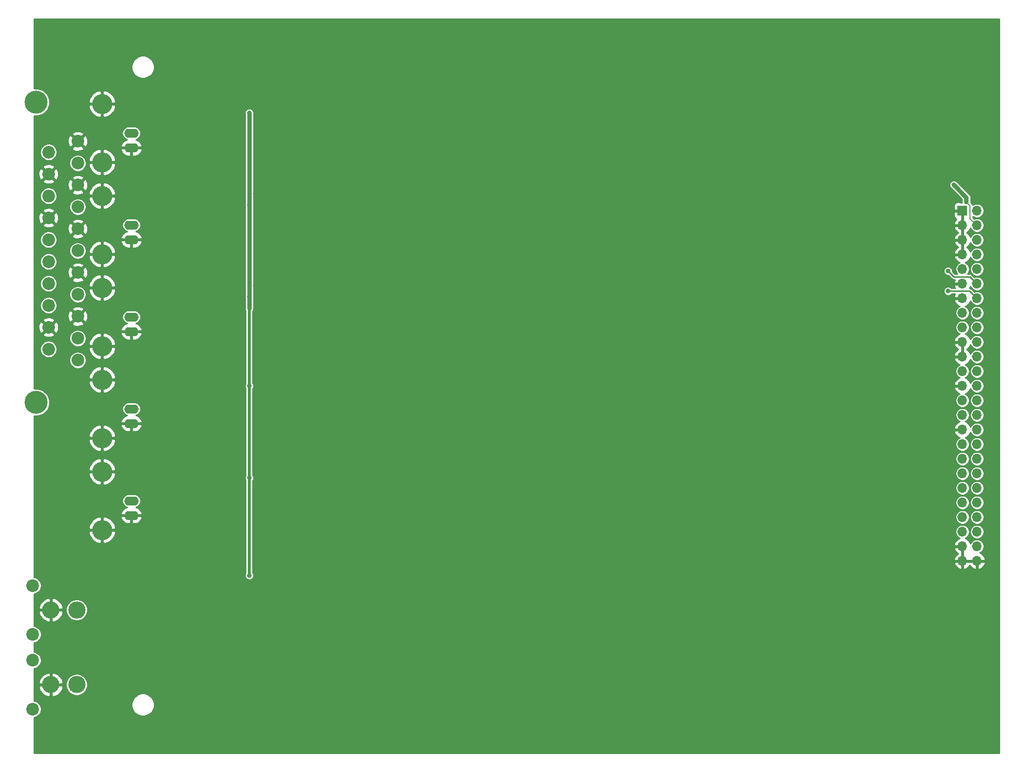
<source format=gbr>
G04 #@! TF.GenerationSoftware,KiCad,Pcbnew,(5.1.5)-2*
G04 #@! TF.CreationDate,2020-05-21T02:07:57+12:00*
G04 #@! TF.ProjectId,JVCard,4a564361-7264-42e6-9b69-6361645f7063,rev?*
G04 #@! TF.SameCoordinates,Original*
G04 #@! TF.FileFunction,Copper,L2,Bot*
G04 #@! TF.FilePolarity,Positive*
%FSLAX46Y46*%
G04 Gerber Fmt 4.6, Leading zero omitted, Abs format (unit mm)*
G04 Created by KiCad (PCBNEW (5.1.5)-2) date 2020-05-21 02:07:57*
%MOMM*%
%LPD*%
G04 APERTURE LIST*
%ADD10C,4.000000*%
%ADD11C,2.200000*%
%ADD12O,3.500000X3.500000*%
%ADD13O,2.500000X1.600000*%
%ADD14O,3.000000X3.000000*%
%ADD15O,1.700000X1.700000*%
%ADD16R,1.700000X1.700000*%
%ADD17C,0.800000*%
%ADD18C,0.800000*%
%ADD19C,0.500000*%
%ADD20C,0.250000*%
%ADD21C,0.200000*%
%ADD22C,0.254000*%
G04 APERTURE END LIST*
D10*
X-58600000Y-77880000D03*
X-58600000Y-25610000D03*
D11*
X-56400000Y-68610000D03*
X-51320000Y-66705000D03*
X-56400000Y-64800000D03*
X-51320000Y-62895000D03*
X-56400000Y-60990000D03*
X-51320000Y-59085000D03*
X-56400000Y-57180000D03*
X-51320000Y-55275000D03*
X-56400000Y-53370000D03*
X-51320000Y-51465000D03*
X-56400000Y-49560000D03*
X-51320000Y-47655000D03*
X-56400000Y-34320000D03*
X-51320000Y-43845000D03*
X-56400000Y-45750000D03*
X-51320000Y-40035000D03*
X-56400000Y-41940000D03*
X-51320000Y-36225000D03*
X-56400000Y-38130000D03*
X-51320000Y-32415000D03*
X-51320000Y-70515000D03*
D12*
X-47080000Y-100080000D03*
X-47080000Y-89920000D03*
D13*
X-42000000Y-95000000D03*
X-42000000Y-97540000D03*
D12*
X-47080000Y-36080000D03*
X-47080000Y-25920000D03*
D13*
X-42000000Y-31000000D03*
X-42000000Y-33540000D03*
D12*
X-47080000Y-84080000D03*
X-47080000Y-73920000D03*
D13*
X-42000000Y-79000000D03*
X-42000000Y-81540000D03*
D12*
X-47080000Y-52080000D03*
X-47080000Y-41920000D03*
D13*
X-42000000Y-47000000D03*
X-42000000Y-49540000D03*
D12*
X-47080000Y-68080000D03*
X-47080000Y-57920000D03*
D13*
X-42000000Y-63000000D03*
X-42000000Y-65540000D03*
D11*
X-59150000Y-131250000D03*
X-59150000Y-122750000D03*
D14*
X-56000000Y-127000000D03*
X-51500000Y-127000000D03*
D11*
X-59150000Y-118250000D03*
X-59150000Y-109750000D03*
D14*
X-56000000Y-114000000D03*
X-51500000Y-114000000D03*
D15*
X105040000Y-105460000D03*
X102500000Y-105460000D03*
X105040000Y-102920000D03*
X102500000Y-102920000D03*
X105040000Y-100380000D03*
X102500000Y-100380000D03*
X105040000Y-97840000D03*
X102500000Y-97840000D03*
X105040000Y-95300000D03*
X102500000Y-95300000D03*
X105040000Y-92760000D03*
X102500000Y-92760000D03*
X105040000Y-90220000D03*
X102500000Y-90220000D03*
X105040000Y-87680000D03*
X102500000Y-87680000D03*
X105040000Y-85140000D03*
X102500000Y-85140000D03*
X105040000Y-82600000D03*
X102500000Y-82600000D03*
X105040000Y-80060000D03*
X102500000Y-80060000D03*
X105040000Y-77520000D03*
X102500000Y-77520000D03*
X105040000Y-74980000D03*
X102500000Y-74980000D03*
X105040000Y-72440000D03*
X102500000Y-72440000D03*
X105040000Y-69900000D03*
X102500000Y-69900000D03*
X105040000Y-67360000D03*
X102500000Y-67360000D03*
X105040000Y-64820000D03*
X102500000Y-64820000D03*
X105040000Y-62280000D03*
X102500000Y-62280000D03*
X105040000Y-59740000D03*
X102500000Y-59740000D03*
X105040000Y-57200000D03*
X102500000Y-57200000D03*
X105040000Y-54660000D03*
X102500000Y-54660000D03*
X105040000Y-52120000D03*
X102500000Y-52120000D03*
X105040000Y-49580000D03*
X102500000Y-49580000D03*
X105040000Y-47040000D03*
X102500000Y-47040000D03*
X105040000Y-44500000D03*
D16*
X102500000Y-44500000D03*
D17*
X-20000000Y-50500000D03*
X-17000000Y-50500000D03*
X-31500000Y-53000000D03*
X-34000000Y-45500000D03*
X-25000000Y-55000000D03*
X-22500000Y-45000000D03*
X-34000000Y-51000000D03*
X-20500000Y-41500000D03*
X-22500000Y-53000000D03*
X-27000000Y-45500000D03*
X-20000000Y-66500000D03*
X-17000000Y-66500000D03*
X-31500000Y-69000000D03*
X-34000000Y-61500000D03*
X-25000000Y-71000000D03*
X-22500000Y-61000000D03*
X-34000000Y-67000000D03*
X-20500000Y-57500000D03*
X-22500000Y-69000000D03*
X-27000000Y-61500000D03*
X-23000000Y-82500000D03*
X-19000000Y-82500000D03*
X-31500000Y-85500000D03*
X-34000000Y-77500000D03*
X-24500000Y-77000000D03*
X-34000000Y-83000000D03*
X-24500000Y-85000000D03*
X-29000000Y-77500000D03*
X-23000000Y-98500000D03*
X-19000000Y-98500000D03*
X-34000000Y-93500000D03*
X-31500000Y-101500000D03*
X-34000000Y-99000000D03*
X-24500000Y-93000000D03*
X-29000000Y-93500000D03*
X-24500000Y-101000000D03*
X-14000000Y-91000000D03*
X-40000000Y-117500000D03*
X-36000000Y-117500000D03*
X-48500000Y-120500000D03*
X-41500000Y-112000000D03*
X-46000000Y-112500000D03*
X-41500000Y-120000000D03*
X-31000000Y-110000000D03*
X105500000Y-41000000D03*
X102500000Y-39000000D03*
X99500000Y-37000000D03*
X99500000Y-42000000D03*
X99500000Y-52000000D03*
X99500000Y-26000000D03*
X102500000Y-24000000D03*
X105500000Y-22000000D03*
X99000000Y-15500000D03*
X97000000Y-18500000D03*
X95000000Y-21500000D03*
X93000000Y-24500000D03*
X96500000Y-28000000D03*
X101000000Y-12500000D03*
X108500000Y-20000000D03*
X9000000Y-15500000D03*
X7000000Y-12500000D03*
X11000000Y-18500000D03*
X13000000Y-21500000D03*
X15000000Y-24500000D03*
X5000000Y-29500000D03*
X2500000Y-27000000D03*
X0Y-24500000D03*
X-2500000Y-22000000D03*
X7500000Y-32000000D03*
X-9500000Y-29500000D03*
X-8000000Y-32500000D03*
X-6000000Y-35500000D03*
X-2000000Y-37500000D03*
X2000000Y-38000000D03*
X35500000Y-12500000D03*
X35500000Y-15500000D03*
X35500000Y-18500000D03*
X35500000Y-21500000D03*
X35500000Y-24500000D03*
X70000000Y-12500000D03*
X70000000Y-15500000D03*
X70000000Y-18500000D03*
X70000000Y-21500000D03*
X70000000Y-24500000D03*
X70000000Y-27500000D03*
X35500000Y-27500000D03*
X17000000Y-27500000D03*
X10000000Y-34500000D03*
X6500000Y-38000000D03*
X-6000000Y-44500000D03*
X-2000000Y-46500000D03*
X2000000Y-48500000D03*
X2000000Y-57500000D03*
X-2000000Y-56000000D03*
X-6000000Y-54500000D03*
X-2000000Y-66000000D03*
X2000000Y-67500000D03*
X2000000Y-80000000D03*
X6000000Y-80000000D03*
X6000000Y-69000000D03*
X6000000Y-59000000D03*
X6000000Y-50500000D03*
X-14000000Y-75000000D03*
X-12000000Y-59000000D03*
X-12000000Y-43000000D03*
X-12000000Y-27000000D03*
X-17000000Y-34500000D03*
X-20000000Y-34500000D03*
X-31500000Y-37000000D03*
X-34000000Y-35000000D03*
X-34000000Y-29500000D03*
X-27000000Y-29500000D03*
X-22500000Y-29000000D03*
X-20500000Y-25500000D03*
X-22500000Y-37000000D03*
X-25000000Y-39000000D03*
X-55000000Y-101000000D03*
X-55000000Y-70500000D03*
X-55000000Y-82000000D03*
X-58500000Y-82000000D03*
X-58500000Y-101000000D03*
X-52000000Y-100500000D03*
X-52000000Y-82000000D03*
X-51500000Y-73000000D03*
X-58000000Y-70500000D03*
X-54000000Y-111500000D03*
X-49500000Y-112000000D03*
X93500000Y-29500000D03*
X91500000Y-27500000D03*
X96500000Y-37000000D03*
X96500000Y-52000000D03*
X93500000Y-52000000D03*
X93500000Y-37000000D03*
X-10500000Y-93000000D03*
X-9500000Y-96500000D03*
X-1500000Y-89000000D03*
X-4500000Y-87000000D03*
X-9000000Y-80500000D03*
X-10500000Y-77000000D03*
X-5500000Y-72000000D03*
X-3000000Y-74500000D03*
X-8500000Y-64000000D03*
X-10000000Y-113000000D03*
X-3500000Y-112500000D03*
X-13500000Y-110500000D03*
X-23000000Y-106500000D03*
X-23000000Y-109500000D03*
X-19000000Y-106000000D03*
X-19000000Y-110000000D03*
X-10500000Y-118000000D03*
X-1500000Y-120500000D03*
X-3500000Y-124500000D03*
X-22000000Y-112000000D03*
X-23500000Y-116000000D03*
X-3000000Y-131000000D03*
X-5000000Y-134000000D03*
X81000000Y-131000000D03*
X83000000Y-134000000D03*
X77500000Y-121000000D03*
X79500000Y-124000000D03*
X100500000Y-99500000D03*
X100500000Y-95000000D03*
X96500000Y-99500000D03*
X99000000Y-104000000D03*
X93000000Y-106000000D03*
X90000000Y-113000000D03*
X105000000Y-107500000D03*
X100000000Y-112500000D03*
X102000000Y-114500000D03*
X107000000Y-109500000D03*
X92500000Y-120000000D03*
X94500000Y-122000000D03*
X38500000Y-121000000D03*
X38500000Y-124000000D03*
X38500000Y-131000000D03*
X38500000Y-134000000D03*
X-58000000Y-12000000D03*
X-58000000Y-138000000D03*
X108000000Y-138000000D03*
X108000000Y-12000000D03*
X-40000000Y-11500000D03*
X-40000000Y-138000000D03*
X-21500000Y-75000000D03*
X-21500000Y-43500000D03*
X-21500000Y-91000000D03*
X-21500000Y-59500000D03*
X-21500000Y-27500000D03*
X-21500000Y-108000000D03*
X100000000Y-58500000D03*
X100000000Y-55000000D03*
X101000000Y-40000000D03*
D18*
X-21500000Y-57980002D02*
X-21500000Y-43500000D01*
X-21500000Y-61480002D02*
X-21500000Y-59500000D01*
X-21500000Y-59500000D02*
X-21500000Y-57980002D01*
X-21500000Y-28065685D02*
X-21500000Y-27500000D01*
X-21500000Y-43500000D02*
X-21500000Y-28065685D01*
D19*
X-21500000Y-108000000D02*
X-21500000Y-91000000D01*
X-21500000Y-75000000D02*
X-21500000Y-59500000D01*
X-21500000Y-75000000D02*
X-21500000Y-91000000D01*
D20*
X103740000Y-58500000D02*
X105000000Y-59760000D01*
X100000000Y-58500000D02*
X103740000Y-58500000D01*
X100000000Y-55000000D02*
X101000000Y-56000000D01*
X103780000Y-56000000D02*
X105000000Y-57220000D01*
X101000000Y-56000000D02*
X103780000Y-56000000D01*
D21*
X103849999Y-43669997D02*
X103180002Y-43000000D01*
X105000000Y-47060000D02*
X103849999Y-45909999D01*
X103849999Y-45909999D02*
X103849999Y-43669997D01*
D18*
X103180002Y-42180002D02*
X101000000Y-40000000D01*
X103180002Y-43000000D02*
X103180002Y-42180002D01*
D22*
G36*
X108873000Y-138873000D02*
G01*
X-58873000Y-138873000D01*
X-58873000Y-132700838D01*
X-58719175Y-132670240D01*
X-58450378Y-132558901D01*
X-58208467Y-132397261D01*
X-58002739Y-132191533D01*
X-57841099Y-131949622D01*
X-57729760Y-131680825D01*
X-57673000Y-131395472D01*
X-57673000Y-131104528D01*
X-57729760Y-130819175D01*
X-57841099Y-130550378D01*
X-58002739Y-130308467D01*
X-58005924Y-130305282D01*
X-41977000Y-130305282D01*
X-41977000Y-130694718D01*
X-41901025Y-131076670D01*
X-41751995Y-131436461D01*
X-41535636Y-131760264D01*
X-41260264Y-132035636D01*
X-40936461Y-132251995D01*
X-40576670Y-132401025D01*
X-40194718Y-132477000D01*
X-39805282Y-132477000D01*
X-39423330Y-132401025D01*
X-39063539Y-132251995D01*
X-38739736Y-132035636D01*
X-38464364Y-131760264D01*
X-38248005Y-131436461D01*
X-38098975Y-131076670D01*
X-38023000Y-130694718D01*
X-38023000Y-130305282D01*
X-38098975Y-129923330D01*
X-38248005Y-129563539D01*
X-38464364Y-129239736D01*
X-38739736Y-128964364D01*
X-39063539Y-128748005D01*
X-39423330Y-128598975D01*
X-39805282Y-128523000D01*
X-40194718Y-128523000D01*
X-40576670Y-128598975D01*
X-40936461Y-128748005D01*
X-41260264Y-128964364D01*
X-41535636Y-129239736D01*
X-41751995Y-129563539D01*
X-41901025Y-129923330D01*
X-41977000Y-130305282D01*
X-58005924Y-130305282D01*
X-58208467Y-130102739D01*
X-58450378Y-129941099D01*
X-58719175Y-129829760D01*
X-58873000Y-129799162D01*
X-58873000Y-127458833D01*
X-58085117Y-127458833D01*
X-57955538Y-127856803D01*
X-57750809Y-128221846D01*
X-57478797Y-128539934D01*
X-57149956Y-128798844D01*
X-56776923Y-128988625D01*
X-56458833Y-129085113D01*
X-56127000Y-128972165D01*
X-56127000Y-127127000D01*
X-55873000Y-127127000D01*
X-55873000Y-128972165D01*
X-55541167Y-129085113D01*
X-55223077Y-128988625D01*
X-54850044Y-128798844D01*
X-54521203Y-128539934D01*
X-54249191Y-128221846D01*
X-54044462Y-127856803D01*
X-53914883Y-127458833D01*
X-54027527Y-127127000D01*
X-55873000Y-127127000D01*
X-56127000Y-127127000D01*
X-57972473Y-127127000D01*
X-58085117Y-127458833D01*
X-58873000Y-127458833D01*
X-58873000Y-126541167D01*
X-58085117Y-126541167D01*
X-57972473Y-126873000D01*
X-56127000Y-126873000D01*
X-56127000Y-125027835D01*
X-55873000Y-125027835D01*
X-55873000Y-126873000D01*
X-54027527Y-126873000D01*
X-54007884Y-126815132D01*
X-53377000Y-126815132D01*
X-53377000Y-127184868D01*
X-53304868Y-127547501D01*
X-53163376Y-127889093D01*
X-52957961Y-128196518D01*
X-52696518Y-128457961D01*
X-52389093Y-128663376D01*
X-52047501Y-128804868D01*
X-51684868Y-128877000D01*
X-51315132Y-128877000D01*
X-50952499Y-128804868D01*
X-50610907Y-128663376D01*
X-50303482Y-128457961D01*
X-50042039Y-128196518D01*
X-49836624Y-127889093D01*
X-49695132Y-127547501D01*
X-49623000Y-127184868D01*
X-49623000Y-126815132D01*
X-49695132Y-126452499D01*
X-49836624Y-126110907D01*
X-50042039Y-125803482D01*
X-50303482Y-125542039D01*
X-50610907Y-125336624D01*
X-50952499Y-125195132D01*
X-51315132Y-125123000D01*
X-51684868Y-125123000D01*
X-52047501Y-125195132D01*
X-52389093Y-125336624D01*
X-52696518Y-125542039D01*
X-52957961Y-125803482D01*
X-53163376Y-126110907D01*
X-53304868Y-126452499D01*
X-53377000Y-126815132D01*
X-54007884Y-126815132D01*
X-53914883Y-126541167D01*
X-54044462Y-126143197D01*
X-54249191Y-125778154D01*
X-54521203Y-125460066D01*
X-54850044Y-125201156D01*
X-55223077Y-125011375D01*
X-55541167Y-124914887D01*
X-55873000Y-125027835D01*
X-56127000Y-125027835D01*
X-56458833Y-124914887D01*
X-56776923Y-125011375D01*
X-57149956Y-125201156D01*
X-57478797Y-125460066D01*
X-57750809Y-125778154D01*
X-57955538Y-126143197D01*
X-58085117Y-126541167D01*
X-58873000Y-126541167D01*
X-58873000Y-124200838D01*
X-58719175Y-124170240D01*
X-58450378Y-124058901D01*
X-58208467Y-123897261D01*
X-58002739Y-123691533D01*
X-57841099Y-123449622D01*
X-57729760Y-123180825D01*
X-57673000Y-122895472D01*
X-57673000Y-122604528D01*
X-57729760Y-122319175D01*
X-57841099Y-122050378D01*
X-58002739Y-121808467D01*
X-58208467Y-121602739D01*
X-58450378Y-121441099D01*
X-58719175Y-121329760D01*
X-58873000Y-121299162D01*
X-58873000Y-119700838D01*
X-58719175Y-119670240D01*
X-58450378Y-119558901D01*
X-58208467Y-119397261D01*
X-58002739Y-119191533D01*
X-57841099Y-118949622D01*
X-57729760Y-118680825D01*
X-57673000Y-118395472D01*
X-57673000Y-118104528D01*
X-57729760Y-117819175D01*
X-57841099Y-117550378D01*
X-58002739Y-117308467D01*
X-58208467Y-117102739D01*
X-58450378Y-116941099D01*
X-58719175Y-116829760D01*
X-58873000Y-116799162D01*
X-58873000Y-114458833D01*
X-58085117Y-114458833D01*
X-57955538Y-114856803D01*
X-57750809Y-115221846D01*
X-57478797Y-115539934D01*
X-57149956Y-115798844D01*
X-56776923Y-115988625D01*
X-56458833Y-116085113D01*
X-56127000Y-115972165D01*
X-56127000Y-114127000D01*
X-55873000Y-114127000D01*
X-55873000Y-115972165D01*
X-55541167Y-116085113D01*
X-55223077Y-115988625D01*
X-54850044Y-115798844D01*
X-54521203Y-115539934D01*
X-54249191Y-115221846D01*
X-54044462Y-114856803D01*
X-53914883Y-114458833D01*
X-54027527Y-114127000D01*
X-55873000Y-114127000D01*
X-56127000Y-114127000D01*
X-57972473Y-114127000D01*
X-58085117Y-114458833D01*
X-58873000Y-114458833D01*
X-58873000Y-113541167D01*
X-58085117Y-113541167D01*
X-57972473Y-113873000D01*
X-56127000Y-113873000D01*
X-56127000Y-112027835D01*
X-55873000Y-112027835D01*
X-55873000Y-113873000D01*
X-54027527Y-113873000D01*
X-54007884Y-113815132D01*
X-53377000Y-113815132D01*
X-53377000Y-114184868D01*
X-53304868Y-114547501D01*
X-53163376Y-114889093D01*
X-52957961Y-115196518D01*
X-52696518Y-115457961D01*
X-52389093Y-115663376D01*
X-52047501Y-115804868D01*
X-51684868Y-115877000D01*
X-51315132Y-115877000D01*
X-50952499Y-115804868D01*
X-50610907Y-115663376D01*
X-50303482Y-115457961D01*
X-50042039Y-115196518D01*
X-49836624Y-114889093D01*
X-49695132Y-114547501D01*
X-49623000Y-114184868D01*
X-49623000Y-113815132D01*
X-49695132Y-113452499D01*
X-49836624Y-113110907D01*
X-50042039Y-112803482D01*
X-50303482Y-112542039D01*
X-50610907Y-112336624D01*
X-50952499Y-112195132D01*
X-51315132Y-112123000D01*
X-51684868Y-112123000D01*
X-52047501Y-112195132D01*
X-52389093Y-112336624D01*
X-52696518Y-112542039D01*
X-52957961Y-112803482D01*
X-53163376Y-113110907D01*
X-53304868Y-113452499D01*
X-53377000Y-113815132D01*
X-54007884Y-113815132D01*
X-53914883Y-113541167D01*
X-54044462Y-113143197D01*
X-54249191Y-112778154D01*
X-54521203Y-112460066D01*
X-54850044Y-112201156D01*
X-55223077Y-112011375D01*
X-55541167Y-111914887D01*
X-55873000Y-112027835D01*
X-56127000Y-112027835D01*
X-56458833Y-111914887D01*
X-56776923Y-112011375D01*
X-57149956Y-112201156D01*
X-57478797Y-112460066D01*
X-57750809Y-112778154D01*
X-57955538Y-113143197D01*
X-58085117Y-113541167D01*
X-58873000Y-113541167D01*
X-58873000Y-111200838D01*
X-58719175Y-111170240D01*
X-58450378Y-111058901D01*
X-58208467Y-110897261D01*
X-58002739Y-110691533D01*
X-57841099Y-110449622D01*
X-57729760Y-110180825D01*
X-57673000Y-109895472D01*
X-57673000Y-109604528D01*
X-57729760Y-109319175D01*
X-57841099Y-109050378D01*
X-58002739Y-108808467D01*
X-58208467Y-108602739D01*
X-58450378Y-108441099D01*
X-58719175Y-108329760D01*
X-58873000Y-108299162D01*
X-58873000Y-100578004D01*
X-49412430Y-100578004D01*
X-49270457Y-101023470D01*
X-49044306Y-101432678D01*
X-48742668Y-101789904D01*
X-48377135Y-102081419D01*
X-47961753Y-102296021D01*
X-47578003Y-102412427D01*
X-47207000Y-102302625D01*
X-47207000Y-100207000D01*
X-46953000Y-100207000D01*
X-46953000Y-102302625D01*
X-46581997Y-102412427D01*
X-46198247Y-102296021D01*
X-45782865Y-102081419D01*
X-45417332Y-101789904D01*
X-45115694Y-101432678D01*
X-44889543Y-101023470D01*
X-44747570Y-100578004D01*
X-44857131Y-100207000D01*
X-46953000Y-100207000D01*
X-47207000Y-100207000D01*
X-49302869Y-100207000D01*
X-49412430Y-100578004D01*
X-58873000Y-100578004D01*
X-58873000Y-99581996D01*
X-49412430Y-99581996D01*
X-49302869Y-99953000D01*
X-47207000Y-99953000D01*
X-47207000Y-97857375D01*
X-46953000Y-97857375D01*
X-46953000Y-99953000D01*
X-44857131Y-99953000D01*
X-44747570Y-99581996D01*
X-44889543Y-99136530D01*
X-45115694Y-98727322D01*
X-45417332Y-98370096D01*
X-45782865Y-98078581D01*
X-46149741Y-97889039D01*
X-43841904Y-97889039D01*
X-43824367Y-97971818D01*
X-43713715Y-98231646D01*
X-43554500Y-98464895D01*
X-43352839Y-98662601D01*
X-43116483Y-98817166D01*
X-42854514Y-98922650D01*
X-42577000Y-98975000D01*
X-42127000Y-98975000D01*
X-42127000Y-97667000D01*
X-41873000Y-97667000D01*
X-41873000Y-98975000D01*
X-41423000Y-98975000D01*
X-41145486Y-98922650D01*
X-40883517Y-98817166D01*
X-40647161Y-98662601D01*
X-40445500Y-98464895D01*
X-40286285Y-98231646D01*
X-40175633Y-97971818D01*
X-40158096Y-97889039D01*
X-40280085Y-97667000D01*
X-41873000Y-97667000D01*
X-42127000Y-97667000D01*
X-43719915Y-97667000D01*
X-43841904Y-97889039D01*
X-46149741Y-97889039D01*
X-46198247Y-97863979D01*
X-46581997Y-97747573D01*
X-46953000Y-97857375D01*
X-47207000Y-97857375D01*
X-47578003Y-97747573D01*
X-47961753Y-97863979D01*
X-48377135Y-98078581D01*
X-48742668Y-98370096D01*
X-49044306Y-98727322D01*
X-49270457Y-99136530D01*
X-49412430Y-99581996D01*
X-58873000Y-99581996D01*
X-58873000Y-97190961D01*
X-43841904Y-97190961D01*
X-43719915Y-97413000D01*
X-42127000Y-97413000D01*
X-42127000Y-97393000D01*
X-41873000Y-97393000D01*
X-41873000Y-97413000D01*
X-40280085Y-97413000D01*
X-40158096Y-97190961D01*
X-40175633Y-97108182D01*
X-40286285Y-96848354D01*
X-40445500Y-96615105D01*
X-40647161Y-96417399D01*
X-40883517Y-96262834D01*
X-41145486Y-96157350D01*
X-41247312Y-96138142D01*
X-41097403Y-96092667D01*
X-40892930Y-95983374D01*
X-40713709Y-95836291D01*
X-40566626Y-95657070D01*
X-40457333Y-95452597D01*
X-40390031Y-95230732D01*
X-40367306Y-95000000D01*
X-40390031Y-94769268D01*
X-40457333Y-94547403D01*
X-40566626Y-94342930D01*
X-40713709Y-94163709D01*
X-40892930Y-94016626D01*
X-41097403Y-93907333D01*
X-41319268Y-93840031D01*
X-41492188Y-93823000D01*
X-42507812Y-93823000D01*
X-42680732Y-93840031D01*
X-42902597Y-93907333D01*
X-43107070Y-94016626D01*
X-43286291Y-94163709D01*
X-43433374Y-94342930D01*
X-43542667Y-94547403D01*
X-43609969Y-94769268D01*
X-43632694Y-95000000D01*
X-43609969Y-95230732D01*
X-43542667Y-95452597D01*
X-43433374Y-95657070D01*
X-43286291Y-95836291D01*
X-43107070Y-95983374D01*
X-42902597Y-96092667D01*
X-42752688Y-96138142D01*
X-42854514Y-96157350D01*
X-43116483Y-96262834D01*
X-43352839Y-96417399D01*
X-43554500Y-96615105D01*
X-43713715Y-96848354D01*
X-43824367Y-97108182D01*
X-43841904Y-97190961D01*
X-58873000Y-97190961D01*
X-58873000Y-90418004D01*
X-49412430Y-90418004D01*
X-49270457Y-90863470D01*
X-49044306Y-91272678D01*
X-48742668Y-91629904D01*
X-48377135Y-91921419D01*
X-47961753Y-92136021D01*
X-47578003Y-92252427D01*
X-47207000Y-92142625D01*
X-47207000Y-90047000D01*
X-46953000Y-90047000D01*
X-46953000Y-92142625D01*
X-46581997Y-92252427D01*
X-46198247Y-92136021D01*
X-45782865Y-91921419D01*
X-45417332Y-91629904D01*
X-45115694Y-91272678D01*
X-44889543Y-90863470D01*
X-44747570Y-90418004D01*
X-44857131Y-90047000D01*
X-46953000Y-90047000D01*
X-47207000Y-90047000D01*
X-49302869Y-90047000D01*
X-49412430Y-90418004D01*
X-58873000Y-90418004D01*
X-58873000Y-89421996D01*
X-49412430Y-89421996D01*
X-49302869Y-89793000D01*
X-47207000Y-89793000D01*
X-47207000Y-87697375D01*
X-46953000Y-87697375D01*
X-46953000Y-89793000D01*
X-44857131Y-89793000D01*
X-44747570Y-89421996D01*
X-44889543Y-88976530D01*
X-45115694Y-88567322D01*
X-45417332Y-88210096D01*
X-45782865Y-87918581D01*
X-46198247Y-87703979D01*
X-46581997Y-87587573D01*
X-46953000Y-87697375D01*
X-47207000Y-87697375D01*
X-47578003Y-87587573D01*
X-47961753Y-87703979D01*
X-48377135Y-87918581D01*
X-48742668Y-88210096D01*
X-49044306Y-88567322D01*
X-49270457Y-88976530D01*
X-49412430Y-89421996D01*
X-58873000Y-89421996D01*
X-58873000Y-84578004D01*
X-49412430Y-84578004D01*
X-49270457Y-85023470D01*
X-49044306Y-85432678D01*
X-48742668Y-85789904D01*
X-48377135Y-86081419D01*
X-47961753Y-86296021D01*
X-47578003Y-86412427D01*
X-47207000Y-86302625D01*
X-47207000Y-84207000D01*
X-46953000Y-84207000D01*
X-46953000Y-86302625D01*
X-46581997Y-86412427D01*
X-46198247Y-86296021D01*
X-45782865Y-86081419D01*
X-45417332Y-85789904D01*
X-45115694Y-85432678D01*
X-44889543Y-85023470D01*
X-44747570Y-84578004D01*
X-44857131Y-84207000D01*
X-46953000Y-84207000D01*
X-47207000Y-84207000D01*
X-49302869Y-84207000D01*
X-49412430Y-84578004D01*
X-58873000Y-84578004D01*
X-58873000Y-83581996D01*
X-49412430Y-83581996D01*
X-49302869Y-83953000D01*
X-47207000Y-83953000D01*
X-47207000Y-81857375D01*
X-46953000Y-81857375D01*
X-46953000Y-83953000D01*
X-44857131Y-83953000D01*
X-44747570Y-83581996D01*
X-44889543Y-83136530D01*
X-45115694Y-82727322D01*
X-45417332Y-82370096D01*
X-45782865Y-82078581D01*
X-46149741Y-81889039D01*
X-43841904Y-81889039D01*
X-43824367Y-81971818D01*
X-43713715Y-82231646D01*
X-43554500Y-82464895D01*
X-43352839Y-82662601D01*
X-43116483Y-82817166D01*
X-42854514Y-82922650D01*
X-42577000Y-82975000D01*
X-42127000Y-82975000D01*
X-42127000Y-81667000D01*
X-41873000Y-81667000D01*
X-41873000Y-82975000D01*
X-41423000Y-82975000D01*
X-41145486Y-82922650D01*
X-40883517Y-82817166D01*
X-40647161Y-82662601D01*
X-40445500Y-82464895D01*
X-40286285Y-82231646D01*
X-40175633Y-81971818D01*
X-40158096Y-81889039D01*
X-40280085Y-81667000D01*
X-41873000Y-81667000D01*
X-42127000Y-81667000D01*
X-43719915Y-81667000D01*
X-43841904Y-81889039D01*
X-46149741Y-81889039D01*
X-46198247Y-81863979D01*
X-46581997Y-81747573D01*
X-46953000Y-81857375D01*
X-47207000Y-81857375D01*
X-47578003Y-81747573D01*
X-47961753Y-81863979D01*
X-48377135Y-82078581D01*
X-48742668Y-82370096D01*
X-49044306Y-82727322D01*
X-49270457Y-83136530D01*
X-49412430Y-83581996D01*
X-58873000Y-83581996D01*
X-58873000Y-81190961D01*
X-43841904Y-81190961D01*
X-43719915Y-81413000D01*
X-42127000Y-81413000D01*
X-42127000Y-81393000D01*
X-41873000Y-81393000D01*
X-41873000Y-81413000D01*
X-40280085Y-81413000D01*
X-40158096Y-81190961D01*
X-40175633Y-81108182D01*
X-40286285Y-80848354D01*
X-40445500Y-80615105D01*
X-40647161Y-80417399D01*
X-40883517Y-80262834D01*
X-41145486Y-80157350D01*
X-41247312Y-80138142D01*
X-41097403Y-80092667D01*
X-40892930Y-79983374D01*
X-40713709Y-79836291D01*
X-40566626Y-79657070D01*
X-40457333Y-79452597D01*
X-40390031Y-79230732D01*
X-40367306Y-79000000D01*
X-40390031Y-78769268D01*
X-40457333Y-78547403D01*
X-40566626Y-78342930D01*
X-40713709Y-78163709D01*
X-40892930Y-78016626D01*
X-41097403Y-77907333D01*
X-41319268Y-77840031D01*
X-41492188Y-77823000D01*
X-42507812Y-77823000D01*
X-42680732Y-77840031D01*
X-42902597Y-77907333D01*
X-43107070Y-78016626D01*
X-43286291Y-78163709D01*
X-43433374Y-78342930D01*
X-43542667Y-78547403D01*
X-43609969Y-78769268D01*
X-43632694Y-79000000D01*
X-43609969Y-79230732D01*
X-43542667Y-79452597D01*
X-43433374Y-79657070D01*
X-43286291Y-79836291D01*
X-43107070Y-79983374D01*
X-42902597Y-80092667D01*
X-42752688Y-80138142D01*
X-42854514Y-80157350D01*
X-43116483Y-80262834D01*
X-43352839Y-80417399D01*
X-43554500Y-80615105D01*
X-43713715Y-80848354D01*
X-43824367Y-81108182D01*
X-43841904Y-81190961D01*
X-58873000Y-81190961D01*
X-58873000Y-80249265D01*
X-58834114Y-80257000D01*
X-58365886Y-80257000D01*
X-57906655Y-80165653D01*
X-57474068Y-79986470D01*
X-57084751Y-79726336D01*
X-56753664Y-79395249D01*
X-56493530Y-79005932D01*
X-56314347Y-78573345D01*
X-56223000Y-78114114D01*
X-56223000Y-77645886D01*
X-56314347Y-77186655D01*
X-56493530Y-76754068D01*
X-56753664Y-76364751D01*
X-57084751Y-76033664D01*
X-57474068Y-75773530D01*
X-57906655Y-75594347D01*
X-58365886Y-75503000D01*
X-58834114Y-75503000D01*
X-58873000Y-75510735D01*
X-58873000Y-74418004D01*
X-49412430Y-74418004D01*
X-49270457Y-74863470D01*
X-49044306Y-75272678D01*
X-48742668Y-75629904D01*
X-48377135Y-75921419D01*
X-47961753Y-76136021D01*
X-47578003Y-76252427D01*
X-47207000Y-76142625D01*
X-47207000Y-74047000D01*
X-46953000Y-74047000D01*
X-46953000Y-76142625D01*
X-46581997Y-76252427D01*
X-46198247Y-76136021D01*
X-45782865Y-75921419D01*
X-45417332Y-75629904D01*
X-45115694Y-75272678D01*
X-44889543Y-74863470D01*
X-44747570Y-74418004D01*
X-44857131Y-74047000D01*
X-46953000Y-74047000D01*
X-47207000Y-74047000D01*
X-49302869Y-74047000D01*
X-49412430Y-74418004D01*
X-58873000Y-74418004D01*
X-58873000Y-73421996D01*
X-49412430Y-73421996D01*
X-49302869Y-73793000D01*
X-47207000Y-73793000D01*
X-47207000Y-71697375D01*
X-46953000Y-71697375D01*
X-46953000Y-73793000D01*
X-44857131Y-73793000D01*
X-44747570Y-73421996D01*
X-44889543Y-72976530D01*
X-45115694Y-72567322D01*
X-45417332Y-72210096D01*
X-45782865Y-71918581D01*
X-46198247Y-71703979D01*
X-46581997Y-71587573D01*
X-46953000Y-71697375D01*
X-47207000Y-71697375D01*
X-47578003Y-71587573D01*
X-47961753Y-71703979D01*
X-48377135Y-71918581D01*
X-48742668Y-72210096D01*
X-49044306Y-72567322D01*
X-49270457Y-72976530D01*
X-49412430Y-73421996D01*
X-58873000Y-73421996D01*
X-58873000Y-70369528D01*
X-52797000Y-70369528D01*
X-52797000Y-70660472D01*
X-52740240Y-70945825D01*
X-52628901Y-71214622D01*
X-52467261Y-71456533D01*
X-52261533Y-71662261D01*
X-52019622Y-71823901D01*
X-51750825Y-71935240D01*
X-51465472Y-71992000D01*
X-51174528Y-71992000D01*
X-50889175Y-71935240D01*
X-50620378Y-71823901D01*
X-50378467Y-71662261D01*
X-50172739Y-71456533D01*
X-50011099Y-71214622D01*
X-49899760Y-70945825D01*
X-49843000Y-70660472D01*
X-49843000Y-70369528D01*
X-49899760Y-70084175D01*
X-50011099Y-69815378D01*
X-50172739Y-69573467D01*
X-50378467Y-69367739D01*
X-50620378Y-69206099D01*
X-50889175Y-69094760D01*
X-51174528Y-69038000D01*
X-51465472Y-69038000D01*
X-51750825Y-69094760D01*
X-52019622Y-69206099D01*
X-52261533Y-69367739D01*
X-52467261Y-69573467D01*
X-52628901Y-69815378D01*
X-52740240Y-70084175D01*
X-52797000Y-70369528D01*
X-58873000Y-70369528D01*
X-58873000Y-68464528D01*
X-57877000Y-68464528D01*
X-57877000Y-68755472D01*
X-57820240Y-69040825D01*
X-57708901Y-69309622D01*
X-57547261Y-69551533D01*
X-57341533Y-69757261D01*
X-57099622Y-69918901D01*
X-56830825Y-70030240D01*
X-56545472Y-70087000D01*
X-56254528Y-70087000D01*
X-55969175Y-70030240D01*
X-55700378Y-69918901D01*
X-55458467Y-69757261D01*
X-55252739Y-69551533D01*
X-55091099Y-69309622D01*
X-54979760Y-69040825D01*
X-54923000Y-68755472D01*
X-54923000Y-68578004D01*
X-49412430Y-68578004D01*
X-49270457Y-69023470D01*
X-49044306Y-69432678D01*
X-48742668Y-69789904D01*
X-48377135Y-70081419D01*
X-47961753Y-70296021D01*
X-47578003Y-70412427D01*
X-47207000Y-70302625D01*
X-47207000Y-68207000D01*
X-46953000Y-68207000D01*
X-46953000Y-70302625D01*
X-46581997Y-70412427D01*
X-46198247Y-70296021D01*
X-45782865Y-70081419D01*
X-45417332Y-69789904D01*
X-45115694Y-69432678D01*
X-44889543Y-69023470D01*
X-44747570Y-68578004D01*
X-44857131Y-68207000D01*
X-46953000Y-68207000D01*
X-47207000Y-68207000D01*
X-49302869Y-68207000D01*
X-49412430Y-68578004D01*
X-54923000Y-68578004D01*
X-54923000Y-68464528D01*
X-54979760Y-68179175D01*
X-55091099Y-67910378D01*
X-55252739Y-67668467D01*
X-55458467Y-67462739D01*
X-55700378Y-67301099D01*
X-55969175Y-67189760D01*
X-56254528Y-67133000D01*
X-56545472Y-67133000D01*
X-56830825Y-67189760D01*
X-57099622Y-67301099D01*
X-57341533Y-67462739D01*
X-57547261Y-67668467D01*
X-57708901Y-67910378D01*
X-57820240Y-68179175D01*
X-57877000Y-68464528D01*
X-58873000Y-68464528D01*
X-58873000Y-66559528D01*
X-52797000Y-66559528D01*
X-52797000Y-66850472D01*
X-52740240Y-67135825D01*
X-52628901Y-67404622D01*
X-52467261Y-67646533D01*
X-52261533Y-67852261D01*
X-52019622Y-68013901D01*
X-51750825Y-68125240D01*
X-51465472Y-68182000D01*
X-51174528Y-68182000D01*
X-50889175Y-68125240D01*
X-50620378Y-68013901D01*
X-50378467Y-67852261D01*
X-50172739Y-67646533D01*
X-50129617Y-67581996D01*
X-49412430Y-67581996D01*
X-49302869Y-67953000D01*
X-47207000Y-67953000D01*
X-47207000Y-65857375D01*
X-46953000Y-65857375D01*
X-46953000Y-67953000D01*
X-44857131Y-67953000D01*
X-44747570Y-67581996D01*
X-44889543Y-67136530D01*
X-45115694Y-66727322D01*
X-45417332Y-66370096D01*
X-45782865Y-66078581D01*
X-46149741Y-65889039D01*
X-43841904Y-65889039D01*
X-43824367Y-65971818D01*
X-43713715Y-66231646D01*
X-43554500Y-66464895D01*
X-43352839Y-66662601D01*
X-43116483Y-66817166D01*
X-42854514Y-66922650D01*
X-42577000Y-66975000D01*
X-42127000Y-66975000D01*
X-42127000Y-65667000D01*
X-41873000Y-65667000D01*
X-41873000Y-66975000D01*
X-41423000Y-66975000D01*
X-41145486Y-66922650D01*
X-40883517Y-66817166D01*
X-40647161Y-66662601D01*
X-40445500Y-66464895D01*
X-40286285Y-66231646D01*
X-40175633Y-65971818D01*
X-40158096Y-65889039D01*
X-40280085Y-65667000D01*
X-41873000Y-65667000D01*
X-42127000Y-65667000D01*
X-43719915Y-65667000D01*
X-43841904Y-65889039D01*
X-46149741Y-65889039D01*
X-46198247Y-65863979D01*
X-46581997Y-65747573D01*
X-46953000Y-65857375D01*
X-47207000Y-65857375D01*
X-47578003Y-65747573D01*
X-47961753Y-65863979D01*
X-48377135Y-66078581D01*
X-48742668Y-66370096D01*
X-49044306Y-66727322D01*
X-49270457Y-67136530D01*
X-49412430Y-67581996D01*
X-50129617Y-67581996D01*
X-50011099Y-67404622D01*
X-49899760Y-67135825D01*
X-49843000Y-66850472D01*
X-49843000Y-66559528D01*
X-49899760Y-66274175D01*
X-50011099Y-66005378D01*
X-50172739Y-65763467D01*
X-50378467Y-65557739D01*
X-50620378Y-65396099D01*
X-50889175Y-65284760D01*
X-51174528Y-65228000D01*
X-51465472Y-65228000D01*
X-51750825Y-65284760D01*
X-52019622Y-65396099D01*
X-52261533Y-65557739D01*
X-52467261Y-65763467D01*
X-52628901Y-66005378D01*
X-52740240Y-66274175D01*
X-52797000Y-66559528D01*
X-58873000Y-66559528D01*
X-58873000Y-66006712D01*
X-57427107Y-66006712D01*
X-57319274Y-66281338D01*
X-57012616Y-66432216D01*
X-56682415Y-66520369D01*
X-56341361Y-66542409D01*
X-56002561Y-66497489D01*
X-55679034Y-66387336D01*
X-55480726Y-66281338D01*
X-55372893Y-66006712D01*
X-56400000Y-64979605D01*
X-57427107Y-66006712D01*
X-58873000Y-66006712D01*
X-58873000Y-64858639D01*
X-58142409Y-64858639D01*
X-58097489Y-65197439D01*
X-57987336Y-65520966D01*
X-57881338Y-65719274D01*
X-57606712Y-65827107D01*
X-56579605Y-64800000D01*
X-56220395Y-64800000D01*
X-55193288Y-65827107D01*
X-54918662Y-65719274D01*
X-54767784Y-65412616D01*
X-54708610Y-65190961D01*
X-43841904Y-65190961D01*
X-43719915Y-65413000D01*
X-42127000Y-65413000D01*
X-42127000Y-65393000D01*
X-41873000Y-65393000D01*
X-41873000Y-65413000D01*
X-40280085Y-65413000D01*
X-40158096Y-65190961D01*
X-40175633Y-65108182D01*
X-40286285Y-64848354D01*
X-40445500Y-64615105D01*
X-40647161Y-64417399D01*
X-40883517Y-64262834D01*
X-41145486Y-64157350D01*
X-41247312Y-64138142D01*
X-41097403Y-64092667D01*
X-40892930Y-63983374D01*
X-40713709Y-63836291D01*
X-40566626Y-63657070D01*
X-40457333Y-63452597D01*
X-40390031Y-63230732D01*
X-40367306Y-63000000D01*
X-40390031Y-62769268D01*
X-40457333Y-62547403D01*
X-40566626Y-62342930D01*
X-40713709Y-62163709D01*
X-40892930Y-62016626D01*
X-41097403Y-61907333D01*
X-41319268Y-61840031D01*
X-41492188Y-61823000D01*
X-42507812Y-61823000D01*
X-42680732Y-61840031D01*
X-42902597Y-61907333D01*
X-43107070Y-62016626D01*
X-43286291Y-62163709D01*
X-43433374Y-62342930D01*
X-43542667Y-62547403D01*
X-43609969Y-62769268D01*
X-43632694Y-63000000D01*
X-43609969Y-63230732D01*
X-43542667Y-63452597D01*
X-43433374Y-63657070D01*
X-43286291Y-63836291D01*
X-43107070Y-63983374D01*
X-42902597Y-64092667D01*
X-42752688Y-64138142D01*
X-42854514Y-64157350D01*
X-43116483Y-64262834D01*
X-43352839Y-64417399D01*
X-43554500Y-64615105D01*
X-43713715Y-64848354D01*
X-43824367Y-65108182D01*
X-43841904Y-65190961D01*
X-54708610Y-65190961D01*
X-54679631Y-65082415D01*
X-54657591Y-64741361D01*
X-54702511Y-64402561D01*
X-54804942Y-64101712D01*
X-52347107Y-64101712D01*
X-52239274Y-64376338D01*
X-51932616Y-64527216D01*
X-51602415Y-64615369D01*
X-51261361Y-64637409D01*
X-50922561Y-64592489D01*
X-50599034Y-64482336D01*
X-50400726Y-64376338D01*
X-50292893Y-64101712D01*
X-51320000Y-63074605D01*
X-52347107Y-64101712D01*
X-54804942Y-64101712D01*
X-54812664Y-64079034D01*
X-54918662Y-63880726D01*
X-55193288Y-63772893D01*
X-56220395Y-64800000D01*
X-56579605Y-64800000D01*
X-57606712Y-63772893D01*
X-57881338Y-63880726D01*
X-58032216Y-64187384D01*
X-58120369Y-64517585D01*
X-58142409Y-64858639D01*
X-58873000Y-64858639D01*
X-58873000Y-63593288D01*
X-57427107Y-63593288D01*
X-56400000Y-64620395D01*
X-55372893Y-63593288D01*
X-55480726Y-63318662D01*
X-55787384Y-63167784D01*
X-56117585Y-63079631D01*
X-56458639Y-63057591D01*
X-56797439Y-63102511D01*
X-57120966Y-63212664D01*
X-57319274Y-63318662D01*
X-57427107Y-63593288D01*
X-58873000Y-63593288D01*
X-58873000Y-62953639D01*
X-53062409Y-62953639D01*
X-53017489Y-63292439D01*
X-52907336Y-63615966D01*
X-52801338Y-63814274D01*
X-52526712Y-63922107D01*
X-51499605Y-62895000D01*
X-51140395Y-62895000D01*
X-50113288Y-63922107D01*
X-49838662Y-63814274D01*
X-49687784Y-63507616D01*
X-49599631Y-63177415D01*
X-49577591Y-62836361D01*
X-49622511Y-62497561D01*
X-49732664Y-62174034D01*
X-49838662Y-61975726D01*
X-50113288Y-61867893D01*
X-51140395Y-62895000D01*
X-51499605Y-62895000D01*
X-52526712Y-61867893D01*
X-52801338Y-61975726D01*
X-52952216Y-62282384D01*
X-53040369Y-62612585D01*
X-53062409Y-62953639D01*
X-58873000Y-62953639D01*
X-58873000Y-60844528D01*
X-57877000Y-60844528D01*
X-57877000Y-61135472D01*
X-57820240Y-61420825D01*
X-57708901Y-61689622D01*
X-57547261Y-61931533D01*
X-57341533Y-62137261D01*
X-57099622Y-62298901D01*
X-56830825Y-62410240D01*
X-56545472Y-62467000D01*
X-56254528Y-62467000D01*
X-55969175Y-62410240D01*
X-55700378Y-62298901D01*
X-55458467Y-62137261D01*
X-55252739Y-61931533D01*
X-55091099Y-61689622D01*
X-55090547Y-61688288D01*
X-52347107Y-61688288D01*
X-51320000Y-62715395D01*
X-50292893Y-61688288D01*
X-50400726Y-61413662D01*
X-50707384Y-61262784D01*
X-51037585Y-61174631D01*
X-51378639Y-61152591D01*
X-51717439Y-61197511D01*
X-52040966Y-61307664D01*
X-52239274Y-61413662D01*
X-52347107Y-61688288D01*
X-55090547Y-61688288D01*
X-54979760Y-61420825D01*
X-54923000Y-61135472D01*
X-54923000Y-60844528D01*
X-54979760Y-60559175D01*
X-55091099Y-60290378D01*
X-55252739Y-60048467D01*
X-55458467Y-59842739D01*
X-55700378Y-59681099D01*
X-55969175Y-59569760D01*
X-56254528Y-59513000D01*
X-56545472Y-59513000D01*
X-56830825Y-59569760D01*
X-57099622Y-59681099D01*
X-57341533Y-59842739D01*
X-57547261Y-60048467D01*
X-57708901Y-60290378D01*
X-57820240Y-60559175D01*
X-57877000Y-60844528D01*
X-58873000Y-60844528D01*
X-58873000Y-58939528D01*
X-52797000Y-58939528D01*
X-52797000Y-59230472D01*
X-52740240Y-59515825D01*
X-52628901Y-59784622D01*
X-52467261Y-60026533D01*
X-52261533Y-60232261D01*
X-52019622Y-60393901D01*
X-51750825Y-60505240D01*
X-51465472Y-60562000D01*
X-51174528Y-60562000D01*
X-50889175Y-60505240D01*
X-50620378Y-60393901D01*
X-50378467Y-60232261D01*
X-50172739Y-60026533D01*
X-50011099Y-59784622D01*
X-49899760Y-59515825D01*
X-49843000Y-59230472D01*
X-49843000Y-58939528D01*
X-49899760Y-58654175D01*
X-49997584Y-58418004D01*
X-49412430Y-58418004D01*
X-49270457Y-58863470D01*
X-49044306Y-59272678D01*
X-48742668Y-59629904D01*
X-48377135Y-59921419D01*
X-47961753Y-60136021D01*
X-47578003Y-60252427D01*
X-47207000Y-60142625D01*
X-47207000Y-58047000D01*
X-46953000Y-58047000D01*
X-46953000Y-60142625D01*
X-46581997Y-60252427D01*
X-46198247Y-60136021D01*
X-45782865Y-59921419D01*
X-45417332Y-59629904D01*
X-45115694Y-59272678D01*
X-44889543Y-58863470D01*
X-44747570Y-58418004D01*
X-44857131Y-58047000D01*
X-46953000Y-58047000D01*
X-47207000Y-58047000D01*
X-49302869Y-58047000D01*
X-49412430Y-58418004D01*
X-49997584Y-58418004D01*
X-50011099Y-58385378D01*
X-50172739Y-58143467D01*
X-50378467Y-57937739D01*
X-50620378Y-57776099D01*
X-50889175Y-57664760D01*
X-51174528Y-57608000D01*
X-51465472Y-57608000D01*
X-51750825Y-57664760D01*
X-52019622Y-57776099D01*
X-52261533Y-57937739D01*
X-52467261Y-58143467D01*
X-52628901Y-58385378D01*
X-52740240Y-58654175D01*
X-52797000Y-58939528D01*
X-58873000Y-58939528D01*
X-58873000Y-57034528D01*
X-57877000Y-57034528D01*
X-57877000Y-57325472D01*
X-57820240Y-57610825D01*
X-57708901Y-57879622D01*
X-57547261Y-58121533D01*
X-57341533Y-58327261D01*
X-57099622Y-58488901D01*
X-56830825Y-58600240D01*
X-56545472Y-58657000D01*
X-56254528Y-58657000D01*
X-55969175Y-58600240D01*
X-55700378Y-58488901D01*
X-55458467Y-58327261D01*
X-55252739Y-58121533D01*
X-55091099Y-57879622D01*
X-54979760Y-57610825D01*
X-54942200Y-57421996D01*
X-49412430Y-57421996D01*
X-49302869Y-57793000D01*
X-47207000Y-57793000D01*
X-47207000Y-55697375D01*
X-46953000Y-55697375D01*
X-46953000Y-57793000D01*
X-44857131Y-57793000D01*
X-44747570Y-57421996D01*
X-44889543Y-56976530D01*
X-45115694Y-56567322D01*
X-45417332Y-56210096D01*
X-45782865Y-55918581D01*
X-46198247Y-55703979D01*
X-46581997Y-55587573D01*
X-46953000Y-55697375D01*
X-47207000Y-55697375D01*
X-47578003Y-55587573D01*
X-47961753Y-55703979D01*
X-48377135Y-55918581D01*
X-48742668Y-56210096D01*
X-49044306Y-56567322D01*
X-49270457Y-56976530D01*
X-49412430Y-57421996D01*
X-54942200Y-57421996D01*
X-54923000Y-57325472D01*
X-54923000Y-57034528D01*
X-54979760Y-56749175D01*
X-55090546Y-56481712D01*
X-52347107Y-56481712D01*
X-52239274Y-56756338D01*
X-51932616Y-56907216D01*
X-51602415Y-56995369D01*
X-51261361Y-57017409D01*
X-50922561Y-56972489D01*
X-50599034Y-56862336D01*
X-50400726Y-56756338D01*
X-50292893Y-56481712D01*
X-51320000Y-55454605D01*
X-52347107Y-56481712D01*
X-55090546Y-56481712D01*
X-55091099Y-56480378D01*
X-55252739Y-56238467D01*
X-55458467Y-56032739D01*
X-55700378Y-55871099D01*
X-55969175Y-55759760D01*
X-56254528Y-55703000D01*
X-56545472Y-55703000D01*
X-56830825Y-55759760D01*
X-57099622Y-55871099D01*
X-57341533Y-56032739D01*
X-57547261Y-56238467D01*
X-57708901Y-56480378D01*
X-57820240Y-56749175D01*
X-57877000Y-57034528D01*
X-58873000Y-57034528D01*
X-58873000Y-55333639D01*
X-53062409Y-55333639D01*
X-53017489Y-55672439D01*
X-52907336Y-55995966D01*
X-52801338Y-56194274D01*
X-52526712Y-56302107D01*
X-51499605Y-55275000D01*
X-51140395Y-55275000D01*
X-50113288Y-56302107D01*
X-49838662Y-56194274D01*
X-49687784Y-55887616D01*
X-49599631Y-55557415D01*
X-49577591Y-55216361D01*
X-49622511Y-54877561D01*
X-49732664Y-54554034D01*
X-49838662Y-54355726D01*
X-50113288Y-54247893D01*
X-51140395Y-55275000D01*
X-51499605Y-55275000D01*
X-52526712Y-54247893D01*
X-52801338Y-54355726D01*
X-52952216Y-54662384D01*
X-53040369Y-54992585D01*
X-53062409Y-55333639D01*
X-58873000Y-55333639D01*
X-58873000Y-53224528D01*
X-57877000Y-53224528D01*
X-57877000Y-53515472D01*
X-57820240Y-53800825D01*
X-57708901Y-54069622D01*
X-57547261Y-54311533D01*
X-57341533Y-54517261D01*
X-57099622Y-54678901D01*
X-56830825Y-54790240D01*
X-56545472Y-54847000D01*
X-56254528Y-54847000D01*
X-55969175Y-54790240D01*
X-55700378Y-54678901D01*
X-55458467Y-54517261D01*
X-55252739Y-54311533D01*
X-55091099Y-54069622D01*
X-55090547Y-54068288D01*
X-52347107Y-54068288D01*
X-51320000Y-55095395D01*
X-50292893Y-54068288D01*
X-50400726Y-53793662D01*
X-50707384Y-53642784D01*
X-51037585Y-53554631D01*
X-51378639Y-53532591D01*
X-51717439Y-53577511D01*
X-52040966Y-53687664D01*
X-52239274Y-53793662D01*
X-52347107Y-54068288D01*
X-55090547Y-54068288D01*
X-54979760Y-53800825D01*
X-54923000Y-53515472D01*
X-54923000Y-53224528D01*
X-54979760Y-52939175D01*
X-55091099Y-52670378D01*
X-55252739Y-52428467D01*
X-55458467Y-52222739D01*
X-55700378Y-52061099D01*
X-55969175Y-51949760D01*
X-56254528Y-51893000D01*
X-56545472Y-51893000D01*
X-56830825Y-51949760D01*
X-57099622Y-52061099D01*
X-57341533Y-52222739D01*
X-57547261Y-52428467D01*
X-57708901Y-52670378D01*
X-57820240Y-52939175D01*
X-57877000Y-53224528D01*
X-58873000Y-53224528D01*
X-58873000Y-51319528D01*
X-52797000Y-51319528D01*
X-52797000Y-51610472D01*
X-52740240Y-51895825D01*
X-52628901Y-52164622D01*
X-52467261Y-52406533D01*
X-52261533Y-52612261D01*
X-52019622Y-52773901D01*
X-51750825Y-52885240D01*
X-51465472Y-52942000D01*
X-51174528Y-52942000D01*
X-50889175Y-52885240D01*
X-50620378Y-52773901D01*
X-50378467Y-52612261D01*
X-50344210Y-52578004D01*
X-49412430Y-52578004D01*
X-49270457Y-53023470D01*
X-49044306Y-53432678D01*
X-48742668Y-53789904D01*
X-48377135Y-54081419D01*
X-47961753Y-54296021D01*
X-47578003Y-54412427D01*
X-47207000Y-54302625D01*
X-47207000Y-52207000D01*
X-46953000Y-52207000D01*
X-46953000Y-54302625D01*
X-46581997Y-54412427D01*
X-46198247Y-54296021D01*
X-45782865Y-54081419D01*
X-45417332Y-53789904D01*
X-45115694Y-53432678D01*
X-44889543Y-53023470D01*
X-44747570Y-52578004D01*
X-44857131Y-52207000D01*
X-46953000Y-52207000D01*
X-47207000Y-52207000D01*
X-49302869Y-52207000D01*
X-49412430Y-52578004D01*
X-50344210Y-52578004D01*
X-50172739Y-52406533D01*
X-50011099Y-52164622D01*
X-49899760Y-51895825D01*
X-49843000Y-51610472D01*
X-49843000Y-51581996D01*
X-49412430Y-51581996D01*
X-49302869Y-51953000D01*
X-47207000Y-51953000D01*
X-47207000Y-49857375D01*
X-46953000Y-49857375D01*
X-46953000Y-51953000D01*
X-44857131Y-51953000D01*
X-44747570Y-51581996D01*
X-44889543Y-51136530D01*
X-45115694Y-50727322D01*
X-45417332Y-50370096D01*
X-45782865Y-50078581D01*
X-46149741Y-49889039D01*
X-43841904Y-49889039D01*
X-43824367Y-49971818D01*
X-43713715Y-50231646D01*
X-43554500Y-50464895D01*
X-43352839Y-50662601D01*
X-43116483Y-50817166D01*
X-42854514Y-50922650D01*
X-42577000Y-50975000D01*
X-42127000Y-50975000D01*
X-42127000Y-49667000D01*
X-41873000Y-49667000D01*
X-41873000Y-50975000D01*
X-41423000Y-50975000D01*
X-41145486Y-50922650D01*
X-40883517Y-50817166D01*
X-40647161Y-50662601D01*
X-40445500Y-50464895D01*
X-40286285Y-50231646D01*
X-40175633Y-49971818D01*
X-40158096Y-49889039D01*
X-40280085Y-49667000D01*
X-41873000Y-49667000D01*
X-42127000Y-49667000D01*
X-43719915Y-49667000D01*
X-43841904Y-49889039D01*
X-46149741Y-49889039D01*
X-46198247Y-49863979D01*
X-46581997Y-49747573D01*
X-46953000Y-49857375D01*
X-47207000Y-49857375D01*
X-47578003Y-49747573D01*
X-47961753Y-49863979D01*
X-48377135Y-50078581D01*
X-48742668Y-50370096D01*
X-49044306Y-50727322D01*
X-49270457Y-51136530D01*
X-49412430Y-51581996D01*
X-49843000Y-51581996D01*
X-49843000Y-51319528D01*
X-49899760Y-51034175D01*
X-50011099Y-50765378D01*
X-50172739Y-50523467D01*
X-50378467Y-50317739D01*
X-50620378Y-50156099D01*
X-50889175Y-50044760D01*
X-51174528Y-49988000D01*
X-51465472Y-49988000D01*
X-51750825Y-50044760D01*
X-52019622Y-50156099D01*
X-52261533Y-50317739D01*
X-52467261Y-50523467D01*
X-52628901Y-50765378D01*
X-52740240Y-51034175D01*
X-52797000Y-51319528D01*
X-58873000Y-51319528D01*
X-58873000Y-49414528D01*
X-57877000Y-49414528D01*
X-57877000Y-49705472D01*
X-57820240Y-49990825D01*
X-57708901Y-50259622D01*
X-57547261Y-50501533D01*
X-57341533Y-50707261D01*
X-57099622Y-50868901D01*
X-56830825Y-50980240D01*
X-56545472Y-51037000D01*
X-56254528Y-51037000D01*
X-55969175Y-50980240D01*
X-55700378Y-50868901D01*
X-55458467Y-50707261D01*
X-55252739Y-50501533D01*
X-55091099Y-50259622D01*
X-54979760Y-49990825D01*
X-54923000Y-49705472D01*
X-54923000Y-49414528D01*
X-54979760Y-49129175D01*
X-55090546Y-48861712D01*
X-52347107Y-48861712D01*
X-52239274Y-49136338D01*
X-51932616Y-49287216D01*
X-51602415Y-49375369D01*
X-51261361Y-49397409D01*
X-50922561Y-49352489D01*
X-50599034Y-49242336D01*
X-50502919Y-49190961D01*
X-43841904Y-49190961D01*
X-43719915Y-49413000D01*
X-42127000Y-49413000D01*
X-42127000Y-49393000D01*
X-41873000Y-49393000D01*
X-41873000Y-49413000D01*
X-40280085Y-49413000D01*
X-40158096Y-49190961D01*
X-40175633Y-49108182D01*
X-40286285Y-48848354D01*
X-40445500Y-48615105D01*
X-40647161Y-48417399D01*
X-40883517Y-48262834D01*
X-41145486Y-48157350D01*
X-41247312Y-48138142D01*
X-41097403Y-48092667D01*
X-40892930Y-47983374D01*
X-40713709Y-47836291D01*
X-40566626Y-47657070D01*
X-40457333Y-47452597D01*
X-40390031Y-47230732D01*
X-40367306Y-47000000D01*
X-40390031Y-46769268D01*
X-40457333Y-46547403D01*
X-40566626Y-46342930D01*
X-40713709Y-46163709D01*
X-40892930Y-46016626D01*
X-41097403Y-45907333D01*
X-41319268Y-45840031D01*
X-41492188Y-45823000D01*
X-42507812Y-45823000D01*
X-42680732Y-45840031D01*
X-42902597Y-45907333D01*
X-43107070Y-46016626D01*
X-43286291Y-46163709D01*
X-43433374Y-46342930D01*
X-43542667Y-46547403D01*
X-43609969Y-46769268D01*
X-43632694Y-47000000D01*
X-43609969Y-47230732D01*
X-43542667Y-47452597D01*
X-43433374Y-47657070D01*
X-43286291Y-47836291D01*
X-43107070Y-47983374D01*
X-42902597Y-48092667D01*
X-42752688Y-48138142D01*
X-42854514Y-48157350D01*
X-43116483Y-48262834D01*
X-43352839Y-48417399D01*
X-43554500Y-48615105D01*
X-43713715Y-48848354D01*
X-43824367Y-49108182D01*
X-43841904Y-49190961D01*
X-50502919Y-49190961D01*
X-50400726Y-49136338D01*
X-50292893Y-48861712D01*
X-51320000Y-47834605D01*
X-52347107Y-48861712D01*
X-55090546Y-48861712D01*
X-55091099Y-48860378D01*
X-55252739Y-48618467D01*
X-55458467Y-48412739D01*
X-55700378Y-48251099D01*
X-55969175Y-48139760D01*
X-56254528Y-48083000D01*
X-56545472Y-48083000D01*
X-56830825Y-48139760D01*
X-57099622Y-48251099D01*
X-57341533Y-48412739D01*
X-57547261Y-48618467D01*
X-57708901Y-48860378D01*
X-57820240Y-49129175D01*
X-57877000Y-49414528D01*
X-58873000Y-49414528D01*
X-58873000Y-47713639D01*
X-53062409Y-47713639D01*
X-53017489Y-48052439D01*
X-52907336Y-48375966D01*
X-52801338Y-48574274D01*
X-52526712Y-48682107D01*
X-51499605Y-47655000D01*
X-51140395Y-47655000D01*
X-50113288Y-48682107D01*
X-49838662Y-48574274D01*
X-49687784Y-48267616D01*
X-49599631Y-47937415D01*
X-49577591Y-47596361D01*
X-49622511Y-47257561D01*
X-49732664Y-46934034D01*
X-49838662Y-46735726D01*
X-50113288Y-46627893D01*
X-51140395Y-47655000D01*
X-51499605Y-47655000D01*
X-52526712Y-46627893D01*
X-52801338Y-46735726D01*
X-52952216Y-47042384D01*
X-53040369Y-47372585D01*
X-53062409Y-47713639D01*
X-58873000Y-47713639D01*
X-58873000Y-46956712D01*
X-57427107Y-46956712D01*
X-57319274Y-47231338D01*
X-57012616Y-47382216D01*
X-56682415Y-47470369D01*
X-56341361Y-47492409D01*
X-56002561Y-47447489D01*
X-55679034Y-47337336D01*
X-55480726Y-47231338D01*
X-55372893Y-46956712D01*
X-56400000Y-45929605D01*
X-57427107Y-46956712D01*
X-58873000Y-46956712D01*
X-58873000Y-45808639D01*
X-58142409Y-45808639D01*
X-58097489Y-46147439D01*
X-57987336Y-46470966D01*
X-57881338Y-46669274D01*
X-57606712Y-46777107D01*
X-56579605Y-45750000D01*
X-56220395Y-45750000D01*
X-55193288Y-46777107D01*
X-54918662Y-46669274D01*
X-54809936Y-46448288D01*
X-52347107Y-46448288D01*
X-51320000Y-47475395D01*
X-50292893Y-46448288D01*
X-50400726Y-46173662D01*
X-50707384Y-46022784D01*
X-51037585Y-45934631D01*
X-51378639Y-45912591D01*
X-51717439Y-45957511D01*
X-52040966Y-46067664D01*
X-52239274Y-46173662D01*
X-52347107Y-46448288D01*
X-54809936Y-46448288D01*
X-54767784Y-46362616D01*
X-54679631Y-46032415D01*
X-54657591Y-45691361D01*
X-54702511Y-45352561D01*
X-54812664Y-45029034D01*
X-54918662Y-44830726D01*
X-55193288Y-44722893D01*
X-56220395Y-45750000D01*
X-56579605Y-45750000D01*
X-57606712Y-44722893D01*
X-57881338Y-44830726D01*
X-58032216Y-45137384D01*
X-58120369Y-45467585D01*
X-58142409Y-45808639D01*
X-58873000Y-45808639D01*
X-58873000Y-44543288D01*
X-57427107Y-44543288D01*
X-56400000Y-45570395D01*
X-55372893Y-44543288D01*
X-55480726Y-44268662D01*
X-55787384Y-44117784D01*
X-56117585Y-44029631D01*
X-56458639Y-44007591D01*
X-56797439Y-44052511D01*
X-57120966Y-44162664D01*
X-57319274Y-44268662D01*
X-57427107Y-44543288D01*
X-58873000Y-44543288D01*
X-58873000Y-43699528D01*
X-52797000Y-43699528D01*
X-52797000Y-43990472D01*
X-52740240Y-44275825D01*
X-52628901Y-44544622D01*
X-52467261Y-44786533D01*
X-52261533Y-44992261D01*
X-52019622Y-45153901D01*
X-51750825Y-45265240D01*
X-51465472Y-45322000D01*
X-51174528Y-45322000D01*
X-50889175Y-45265240D01*
X-50620378Y-45153901D01*
X-50378467Y-44992261D01*
X-50172739Y-44786533D01*
X-50011099Y-44544622D01*
X-49899760Y-44275825D01*
X-49843000Y-43990472D01*
X-49843000Y-43699528D01*
X-49899760Y-43414175D01*
X-50011099Y-43145378D01*
X-50172739Y-42903467D01*
X-50378467Y-42697739D01*
X-50620378Y-42536099D01*
X-50889175Y-42424760D01*
X-50923139Y-42418004D01*
X-49412430Y-42418004D01*
X-49270457Y-42863470D01*
X-49044306Y-43272678D01*
X-48742668Y-43629904D01*
X-48377135Y-43921419D01*
X-47961753Y-44136021D01*
X-47578003Y-44252427D01*
X-47207000Y-44142625D01*
X-47207000Y-42047000D01*
X-46953000Y-42047000D01*
X-46953000Y-44142625D01*
X-46581997Y-44252427D01*
X-46198247Y-44136021D01*
X-45782865Y-43921419D01*
X-45417332Y-43629904D01*
X-45115694Y-43272678D01*
X-44889543Y-42863470D01*
X-44747570Y-42418004D01*
X-44857131Y-42047000D01*
X-46953000Y-42047000D01*
X-47207000Y-42047000D01*
X-49302869Y-42047000D01*
X-49412430Y-42418004D01*
X-50923139Y-42418004D01*
X-51174528Y-42368000D01*
X-51465472Y-42368000D01*
X-51750825Y-42424760D01*
X-52019622Y-42536099D01*
X-52261533Y-42697739D01*
X-52467261Y-42903467D01*
X-52628901Y-43145378D01*
X-52740240Y-43414175D01*
X-52797000Y-43699528D01*
X-58873000Y-43699528D01*
X-58873000Y-41794528D01*
X-57877000Y-41794528D01*
X-57877000Y-42085472D01*
X-57820240Y-42370825D01*
X-57708901Y-42639622D01*
X-57547261Y-42881533D01*
X-57341533Y-43087261D01*
X-57099622Y-43248901D01*
X-56830825Y-43360240D01*
X-56545472Y-43417000D01*
X-56254528Y-43417000D01*
X-55969175Y-43360240D01*
X-55700378Y-43248901D01*
X-55458467Y-43087261D01*
X-55252739Y-42881533D01*
X-55091099Y-42639622D01*
X-54979760Y-42370825D01*
X-54923000Y-42085472D01*
X-54923000Y-41794528D01*
X-54979760Y-41509175D01*
X-55090546Y-41241712D01*
X-52347107Y-41241712D01*
X-52239274Y-41516338D01*
X-51932616Y-41667216D01*
X-51602415Y-41755369D01*
X-51261361Y-41777409D01*
X-50922561Y-41732489D01*
X-50599034Y-41622336D01*
X-50400726Y-41516338D01*
X-50363683Y-41421996D01*
X-49412430Y-41421996D01*
X-49302869Y-41793000D01*
X-47207000Y-41793000D01*
X-47207000Y-39697375D01*
X-46953000Y-39697375D01*
X-46953000Y-41793000D01*
X-44857131Y-41793000D01*
X-44747570Y-41421996D01*
X-44889543Y-40976530D01*
X-45115694Y-40567322D01*
X-45417332Y-40210096D01*
X-45782865Y-39918581D01*
X-46198247Y-39703979D01*
X-46581997Y-39587573D01*
X-46953000Y-39697375D01*
X-47207000Y-39697375D01*
X-47578003Y-39587573D01*
X-47961753Y-39703979D01*
X-48377135Y-39918581D01*
X-48742668Y-40210096D01*
X-49044306Y-40567322D01*
X-49270457Y-40976530D01*
X-49412430Y-41421996D01*
X-50363683Y-41421996D01*
X-50292893Y-41241712D01*
X-51320000Y-40214605D01*
X-52347107Y-41241712D01*
X-55090546Y-41241712D01*
X-55091099Y-41240378D01*
X-55252739Y-40998467D01*
X-55458467Y-40792739D01*
X-55700378Y-40631099D01*
X-55969175Y-40519760D01*
X-56254528Y-40463000D01*
X-56545472Y-40463000D01*
X-56830825Y-40519760D01*
X-57099622Y-40631099D01*
X-57341533Y-40792739D01*
X-57547261Y-40998467D01*
X-57708901Y-41240378D01*
X-57820240Y-41509175D01*
X-57877000Y-41794528D01*
X-58873000Y-41794528D01*
X-58873000Y-40093639D01*
X-53062409Y-40093639D01*
X-53017489Y-40432439D01*
X-52907336Y-40755966D01*
X-52801338Y-40954274D01*
X-52526712Y-41062107D01*
X-51499605Y-40035000D01*
X-51140395Y-40035000D01*
X-50113288Y-41062107D01*
X-49838662Y-40954274D01*
X-49687784Y-40647616D01*
X-49599631Y-40317415D01*
X-49577591Y-39976361D01*
X-49622511Y-39637561D01*
X-49732664Y-39314034D01*
X-49838662Y-39115726D01*
X-50113288Y-39007893D01*
X-51140395Y-40035000D01*
X-51499605Y-40035000D01*
X-52526712Y-39007893D01*
X-52801338Y-39115726D01*
X-52952216Y-39422384D01*
X-53040369Y-39752585D01*
X-53062409Y-40093639D01*
X-58873000Y-40093639D01*
X-58873000Y-39336712D01*
X-57427107Y-39336712D01*
X-57319274Y-39611338D01*
X-57012616Y-39762216D01*
X-56682415Y-39850369D01*
X-56341361Y-39872409D01*
X-56002561Y-39827489D01*
X-55679034Y-39717336D01*
X-55480726Y-39611338D01*
X-55372893Y-39336712D01*
X-56400000Y-38309605D01*
X-57427107Y-39336712D01*
X-58873000Y-39336712D01*
X-58873000Y-38188639D01*
X-58142409Y-38188639D01*
X-58097489Y-38527439D01*
X-57987336Y-38850966D01*
X-57881338Y-39049274D01*
X-57606712Y-39157107D01*
X-56579605Y-38130000D01*
X-56220395Y-38130000D01*
X-55193288Y-39157107D01*
X-54918662Y-39049274D01*
X-54809936Y-38828288D01*
X-52347107Y-38828288D01*
X-51320000Y-39855395D01*
X-50292893Y-38828288D01*
X-50400726Y-38553662D01*
X-50707384Y-38402784D01*
X-51037585Y-38314631D01*
X-51378639Y-38292591D01*
X-51717439Y-38337511D01*
X-52040966Y-38447664D01*
X-52239274Y-38553662D01*
X-52347107Y-38828288D01*
X-54809936Y-38828288D01*
X-54767784Y-38742616D01*
X-54679631Y-38412415D01*
X-54657591Y-38071361D01*
X-54702511Y-37732561D01*
X-54812664Y-37409034D01*
X-54918662Y-37210726D01*
X-55193288Y-37102893D01*
X-56220395Y-38130000D01*
X-56579605Y-38130000D01*
X-57606712Y-37102893D01*
X-57881338Y-37210726D01*
X-58032216Y-37517384D01*
X-58120369Y-37847585D01*
X-58142409Y-38188639D01*
X-58873000Y-38188639D01*
X-58873000Y-36923288D01*
X-57427107Y-36923288D01*
X-56400000Y-37950395D01*
X-55372893Y-36923288D01*
X-55480726Y-36648662D01*
X-55787384Y-36497784D01*
X-56117585Y-36409631D01*
X-56458639Y-36387591D01*
X-56797439Y-36432511D01*
X-57120966Y-36542664D01*
X-57319274Y-36648662D01*
X-57427107Y-36923288D01*
X-58873000Y-36923288D01*
X-58873000Y-36079528D01*
X-52797000Y-36079528D01*
X-52797000Y-36370472D01*
X-52740240Y-36655825D01*
X-52628901Y-36924622D01*
X-52467261Y-37166533D01*
X-52261533Y-37372261D01*
X-52019622Y-37533901D01*
X-51750825Y-37645240D01*
X-51465472Y-37702000D01*
X-51174528Y-37702000D01*
X-50889175Y-37645240D01*
X-50620378Y-37533901D01*
X-50378467Y-37372261D01*
X-50172739Y-37166533D01*
X-50011099Y-36924622D01*
X-49899760Y-36655825D01*
X-49884281Y-36578004D01*
X-49412430Y-36578004D01*
X-49270457Y-37023470D01*
X-49044306Y-37432678D01*
X-48742668Y-37789904D01*
X-48377135Y-38081419D01*
X-47961753Y-38296021D01*
X-47578003Y-38412427D01*
X-47207000Y-38302625D01*
X-47207000Y-36207000D01*
X-46953000Y-36207000D01*
X-46953000Y-38302625D01*
X-46581997Y-38412427D01*
X-46198247Y-38296021D01*
X-45782865Y-38081419D01*
X-45417332Y-37789904D01*
X-45115694Y-37432678D01*
X-44889543Y-37023470D01*
X-44747570Y-36578004D01*
X-44857131Y-36207000D01*
X-46953000Y-36207000D01*
X-47207000Y-36207000D01*
X-49302869Y-36207000D01*
X-49412430Y-36578004D01*
X-49884281Y-36578004D01*
X-49843000Y-36370472D01*
X-49843000Y-36079528D01*
X-49899760Y-35794175D01*
X-49987647Y-35581996D01*
X-49412430Y-35581996D01*
X-49302869Y-35953000D01*
X-47207000Y-35953000D01*
X-47207000Y-33857375D01*
X-46953000Y-33857375D01*
X-46953000Y-35953000D01*
X-44857131Y-35953000D01*
X-44747570Y-35581996D01*
X-44889543Y-35136530D01*
X-45115694Y-34727322D01*
X-45417332Y-34370096D01*
X-45782865Y-34078581D01*
X-46149741Y-33889039D01*
X-43841904Y-33889039D01*
X-43824367Y-33971818D01*
X-43713715Y-34231646D01*
X-43554500Y-34464895D01*
X-43352839Y-34662601D01*
X-43116483Y-34817166D01*
X-42854514Y-34922650D01*
X-42577000Y-34975000D01*
X-42127000Y-34975000D01*
X-42127000Y-33667000D01*
X-41873000Y-33667000D01*
X-41873000Y-34975000D01*
X-41423000Y-34975000D01*
X-41145486Y-34922650D01*
X-40883517Y-34817166D01*
X-40647161Y-34662601D01*
X-40445500Y-34464895D01*
X-40286285Y-34231646D01*
X-40175633Y-33971818D01*
X-40158096Y-33889039D01*
X-40280085Y-33667000D01*
X-41873000Y-33667000D01*
X-42127000Y-33667000D01*
X-43719915Y-33667000D01*
X-43841904Y-33889039D01*
X-46149741Y-33889039D01*
X-46198247Y-33863979D01*
X-46581997Y-33747573D01*
X-46953000Y-33857375D01*
X-47207000Y-33857375D01*
X-47578003Y-33747573D01*
X-47961753Y-33863979D01*
X-48377135Y-34078581D01*
X-48742668Y-34370096D01*
X-49044306Y-34727322D01*
X-49270457Y-35136530D01*
X-49412430Y-35581996D01*
X-49987647Y-35581996D01*
X-50011099Y-35525378D01*
X-50172739Y-35283467D01*
X-50378467Y-35077739D01*
X-50620378Y-34916099D01*
X-50889175Y-34804760D01*
X-51174528Y-34748000D01*
X-51465472Y-34748000D01*
X-51750825Y-34804760D01*
X-52019622Y-34916099D01*
X-52261533Y-35077739D01*
X-52467261Y-35283467D01*
X-52628901Y-35525378D01*
X-52740240Y-35794175D01*
X-52797000Y-36079528D01*
X-58873000Y-36079528D01*
X-58873000Y-34174528D01*
X-57877000Y-34174528D01*
X-57877000Y-34465472D01*
X-57820240Y-34750825D01*
X-57708901Y-35019622D01*
X-57547261Y-35261533D01*
X-57341533Y-35467261D01*
X-57099622Y-35628901D01*
X-56830825Y-35740240D01*
X-56545472Y-35797000D01*
X-56254528Y-35797000D01*
X-55969175Y-35740240D01*
X-55700378Y-35628901D01*
X-55458467Y-35467261D01*
X-55252739Y-35261533D01*
X-55091099Y-35019622D01*
X-54979760Y-34750825D01*
X-54923000Y-34465472D01*
X-54923000Y-34174528D01*
X-54979760Y-33889175D01*
X-55090546Y-33621712D01*
X-52347107Y-33621712D01*
X-52239274Y-33896338D01*
X-51932616Y-34047216D01*
X-51602415Y-34135369D01*
X-51261361Y-34157409D01*
X-50922561Y-34112489D01*
X-50599034Y-34002336D01*
X-50400726Y-33896338D01*
X-50292893Y-33621712D01*
X-51320000Y-32594605D01*
X-52347107Y-33621712D01*
X-55090546Y-33621712D01*
X-55091099Y-33620378D01*
X-55252739Y-33378467D01*
X-55458467Y-33172739D01*
X-55700378Y-33011099D01*
X-55969175Y-32899760D01*
X-56254528Y-32843000D01*
X-56545472Y-32843000D01*
X-56830825Y-32899760D01*
X-57099622Y-33011099D01*
X-57341533Y-33172739D01*
X-57547261Y-33378467D01*
X-57708901Y-33620378D01*
X-57820240Y-33889175D01*
X-57877000Y-34174528D01*
X-58873000Y-34174528D01*
X-58873000Y-32473639D01*
X-53062409Y-32473639D01*
X-53017489Y-32812439D01*
X-52907336Y-33135966D01*
X-52801338Y-33334274D01*
X-52526712Y-33442107D01*
X-51499605Y-32415000D01*
X-51140395Y-32415000D01*
X-50113288Y-33442107D01*
X-49838662Y-33334274D01*
X-49768151Y-33190961D01*
X-43841904Y-33190961D01*
X-43719915Y-33413000D01*
X-42127000Y-33413000D01*
X-42127000Y-33393000D01*
X-41873000Y-33393000D01*
X-41873000Y-33413000D01*
X-40280085Y-33413000D01*
X-40158096Y-33190961D01*
X-40175633Y-33108182D01*
X-40286285Y-32848354D01*
X-40445500Y-32615105D01*
X-40647161Y-32417399D01*
X-40883517Y-32262834D01*
X-41145486Y-32157350D01*
X-41247312Y-32138142D01*
X-41097403Y-32092667D01*
X-40892930Y-31983374D01*
X-40713709Y-31836291D01*
X-40566626Y-31657070D01*
X-40457333Y-31452597D01*
X-40390031Y-31230732D01*
X-40367306Y-31000000D01*
X-40390031Y-30769268D01*
X-40457333Y-30547403D01*
X-40566626Y-30342930D01*
X-40713709Y-30163709D01*
X-40892930Y-30016626D01*
X-41097403Y-29907333D01*
X-41319268Y-29840031D01*
X-41492188Y-29823000D01*
X-42507812Y-29823000D01*
X-42680732Y-29840031D01*
X-42902597Y-29907333D01*
X-43107070Y-30016626D01*
X-43286291Y-30163709D01*
X-43433374Y-30342930D01*
X-43542667Y-30547403D01*
X-43609969Y-30769268D01*
X-43632694Y-31000000D01*
X-43609969Y-31230732D01*
X-43542667Y-31452597D01*
X-43433374Y-31657070D01*
X-43286291Y-31836291D01*
X-43107070Y-31983374D01*
X-42902597Y-32092667D01*
X-42752688Y-32138142D01*
X-42854514Y-32157350D01*
X-43116483Y-32262834D01*
X-43352839Y-32417399D01*
X-43554500Y-32615105D01*
X-43713715Y-32848354D01*
X-43824367Y-33108182D01*
X-43841904Y-33190961D01*
X-49768151Y-33190961D01*
X-49687784Y-33027616D01*
X-49599631Y-32697415D01*
X-49577591Y-32356361D01*
X-49622511Y-32017561D01*
X-49732664Y-31694034D01*
X-49838662Y-31495726D01*
X-50113288Y-31387893D01*
X-51140395Y-32415000D01*
X-51499605Y-32415000D01*
X-52526712Y-31387893D01*
X-52801338Y-31495726D01*
X-52952216Y-31802384D01*
X-53040369Y-32132585D01*
X-53062409Y-32473639D01*
X-58873000Y-32473639D01*
X-58873000Y-31208288D01*
X-52347107Y-31208288D01*
X-51320000Y-32235395D01*
X-50292893Y-31208288D01*
X-50400726Y-30933662D01*
X-50707384Y-30782784D01*
X-51037585Y-30694631D01*
X-51378639Y-30672591D01*
X-51717439Y-30717511D01*
X-52040966Y-30827664D01*
X-52239274Y-30933662D01*
X-52347107Y-31208288D01*
X-58873000Y-31208288D01*
X-58873000Y-27979265D01*
X-58834114Y-27987000D01*
X-58365886Y-27987000D01*
X-57906655Y-27895653D01*
X-57474068Y-27716470D01*
X-57084751Y-27456336D01*
X-56753664Y-27125249D01*
X-56493530Y-26735932D01*
X-56361841Y-26418004D01*
X-49412430Y-26418004D01*
X-49270457Y-26863470D01*
X-49044306Y-27272678D01*
X-48742668Y-27629904D01*
X-48377135Y-27921419D01*
X-47961753Y-28136021D01*
X-47578003Y-28252427D01*
X-47207000Y-28142625D01*
X-47207000Y-26047000D01*
X-46953000Y-26047000D01*
X-46953000Y-28142625D01*
X-46581997Y-28252427D01*
X-46198247Y-28136021D01*
X-45782865Y-27921419D01*
X-45417332Y-27629904D01*
X-45243023Y-27423472D01*
X-22277000Y-27423472D01*
X-22277000Y-28103850D01*
X-22276999Y-28103860D01*
X-22277000Y-43423472D01*
X-22277000Y-43576528D01*
X-22276999Y-43576533D01*
X-22277000Y-58018167D01*
X-22276999Y-58018177D01*
X-22277000Y-59423472D01*
X-22277000Y-59576528D01*
X-22276999Y-59576533D01*
X-22277000Y-61518167D01*
X-22265757Y-61632320D01*
X-22221327Y-61778785D01*
X-22149177Y-61913767D01*
X-22126999Y-61940791D01*
X-22127000Y-74539807D01*
X-22188569Y-74631952D01*
X-22247141Y-74773357D01*
X-22277000Y-74923472D01*
X-22277000Y-75076528D01*
X-22247141Y-75226643D01*
X-22188569Y-75368048D01*
X-22127000Y-75460193D01*
X-22126999Y-90539806D01*
X-22188569Y-90631952D01*
X-22247141Y-90773357D01*
X-22277000Y-90923472D01*
X-22277000Y-91076528D01*
X-22247141Y-91226643D01*
X-22188569Y-91368048D01*
X-22126999Y-91460194D01*
X-22127000Y-107539807D01*
X-22188569Y-107631952D01*
X-22247141Y-107773357D01*
X-22277000Y-107923472D01*
X-22277000Y-108076528D01*
X-22247141Y-108226643D01*
X-22188569Y-108368048D01*
X-22103536Y-108495309D01*
X-21995309Y-108603536D01*
X-21868048Y-108688569D01*
X-21726643Y-108747141D01*
X-21576528Y-108777000D01*
X-21423472Y-108777000D01*
X-21273357Y-108747141D01*
X-21131952Y-108688569D01*
X-21004691Y-108603536D01*
X-20896464Y-108495309D01*
X-20811431Y-108368048D01*
X-20752859Y-108226643D01*
X-20723000Y-108076528D01*
X-20723000Y-107923472D01*
X-20752859Y-107773357D01*
X-20811431Y-107631952D01*
X-20873000Y-107539807D01*
X-20873000Y-105816890D01*
X101058524Y-105816890D01*
X101103175Y-105964099D01*
X101228359Y-106226920D01*
X101402412Y-106460269D01*
X101618645Y-106655178D01*
X101868748Y-106804157D01*
X102143109Y-106901481D01*
X102373000Y-106780814D01*
X102373000Y-105587000D01*
X102627000Y-105587000D01*
X102627000Y-106780814D01*
X102856891Y-106901481D01*
X103131252Y-106804157D01*
X103381355Y-106655178D01*
X103597588Y-106460269D01*
X103770000Y-106229120D01*
X103942412Y-106460269D01*
X104158645Y-106655178D01*
X104408748Y-106804157D01*
X104683109Y-106901481D01*
X104913000Y-106780814D01*
X104913000Y-105587000D01*
X105167000Y-105587000D01*
X105167000Y-106780814D01*
X105396891Y-106901481D01*
X105671252Y-106804157D01*
X105921355Y-106655178D01*
X106137588Y-106460269D01*
X106311641Y-106226920D01*
X106436825Y-105964099D01*
X106481476Y-105816890D01*
X106360155Y-105587000D01*
X105167000Y-105587000D01*
X104913000Y-105587000D01*
X102627000Y-105587000D01*
X102373000Y-105587000D01*
X101179845Y-105587000D01*
X101058524Y-105816890D01*
X-20873000Y-105816890D01*
X-20873000Y-103276890D01*
X101058524Y-103276890D01*
X101103175Y-103424099D01*
X101228359Y-103686920D01*
X101402412Y-103920269D01*
X101618645Y-104115178D01*
X101744255Y-104190000D01*
X101618645Y-104264822D01*
X101402412Y-104459731D01*
X101228359Y-104693080D01*
X101103175Y-104955901D01*
X101058524Y-105103110D01*
X101179845Y-105333000D01*
X102373000Y-105333000D01*
X102373000Y-103047000D01*
X101179845Y-103047000D01*
X101058524Y-103276890D01*
X-20873000Y-103276890D01*
X-20873000Y-102563110D01*
X101058524Y-102563110D01*
X101179845Y-102793000D01*
X102373000Y-102793000D01*
X102373000Y-102773000D01*
X102627000Y-102773000D01*
X102627000Y-102793000D01*
X102647000Y-102793000D01*
X102647000Y-103047000D01*
X102627000Y-103047000D01*
X102627000Y-105333000D01*
X104913000Y-105333000D01*
X104913000Y-105313000D01*
X105167000Y-105313000D01*
X105167000Y-105333000D01*
X106360155Y-105333000D01*
X106481476Y-105103110D01*
X106436825Y-104955901D01*
X106311641Y-104693080D01*
X106137588Y-104459731D01*
X105921355Y-104264822D01*
X105671252Y-104115843D01*
X105503202Y-104056231D01*
X105621202Y-104007353D01*
X105822167Y-103873073D01*
X105993073Y-103702167D01*
X106127353Y-103501202D01*
X106219847Y-103277903D01*
X106267000Y-103040849D01*
X106267000Y-102799151D01*
X106219847Y-102562097D01*
X106127353Y-102338798D01*
X105993073Y-102137833D01*
X105822167Y-101966927D01*
X105621202Y-101832647D01*
X105397903Y-101740153D01*
X105160849Y-101693000D01*
X104919151Y-101693000D01*
X104682097Y-101740153D01*
X104458798Y-101832647D01*
X104257833Y-101966927D01*
X104086927Y-102137833D01*
X103952647Y-102338798D01*
X103906922Y-102449188D01*
X103896825Y-102415901D01*
X103771641Y-102153080D01*
X103597588Y-101919731D01*
X103381355Y-101724822D01*
X103131252Y-101575843D01*
X102963202Y-101516231D01*
X103081202Y-101467353D01*
X103282167Y-101333073D01*
X103453073Y-101162167D01*
X103587353Y-100961202D01*
X103679847Y-100737903D01*
X103727000Y-100500849D01*
X103727000Y-100259151D01*
X103813000Y-100259151D01*
X103813000Y-100500849D01*
X103860153Y-100737903D01*
X103952647Y-100961202D01*
X104086927Y-101162167D01*
X104257833Y-101333073D01*
X104458798Y-101467353D01*
X104682097Y-101559847D01*
X104919151Y-101607000D01*
X105160849Y-101607000D01*
X105397903Y-101559847D01*
X105621202Y-101467353D01*
X105822167Y-101333073D01*
X105993073Y-101162167D01*
X106127353Y-100961202D01*
X106219847Y-100737903D01*
X106267000Y-100500849D01*
X106267000Y-100259151D01*
X106219847Y-100022097D01*
X106127353Y-99798798D01*
X105993073Y-99597833D01*
X105822167Y-99426927D01*
X105621202Y-99292647D01*
X105397903Y-99200153D01*
X105160849Y-99153000D01*
X104919151Y-99153000D01*
X104682097Y-99200153D01*
X104458798Y-99292647D01*
X104257833Y-99426927D01*
X104086927Y-99597833D01*
X103952647Y-99798798D01*
X103860153Y-100022097D01*
X103813000Y-100259151D01*
X103727000Y-100259151D01*
X103679847Y-100022097D01*
X103587353Y-99798798D01*
X103453073Y-99597833D01*
X103282167Y-99426927D01*
X103081202Y-99292647D01*
X102857903Y-99200153D01*
X102620849Y-99153000D01*
X102379151Y-99153000D01*
X102142097Y-99200153D01*
X101918798Y-99292647D01*
X101717833Y-99426927D01*
X101546927Y-99597833D01*
X101412647Y-99798798D01*
X101320153Y-100022097D01*
X101273000Y-100259151D01*
X101273000Y-100500849D01*
X101320153Y-100737903D01*
X101412647Y-100961202D01*
X101546927Y-101162167D01*
X101717833Y-101333073D01*
X101918798Y-101467353D01*
X102036798Y-101516231D01*
X101868748Y-101575843D01*
X101618645Y-101724822D01*
X101402412Y-101919731D01*
X101228359Y-102153080D01*
X101103175Y-102415901D01*
X101058524Y-102563110D01*
X-20873000Y-102563110D01*
X-20873000Y-97719151D01*
X101273000Y-97719151D01*
X101273000Y-97960849D01*
X101320153Y-98197903D01*
X101412647Y-98421202D01*
X101546927Y-98622167D01*
X101717833Y-98793073D01*
X101918798Y-98927353D01*
X102142097Y-99019847D01*
X102379151Y-99067000D01*
X102620849Y-99067000D01*
X102857903Y-99019847D01*
X103081202Y-98927353D01*
X103282167Y-98793073D01*
X103453073Y-98622167D01*
X103587353Y-98421202D01*
X103679847Y-98197903D01*
X103727000Y-97960849D01*
X103727000Y-97719151D01*
X103813000Y-97719151D01*
X103813000Y-97960849D01*
X103860153Y-98197903D01*
X103952647Y-98421202D01*
X104086927Y-98622167D01*
X104257833Y-98793073D01*
X104458798Y-98927353D01*
X104682097Y-99019847D01*
X104919151Y-99067000D01*
X105160849Y-99067000D01*
X105397903Y-99019847D01*
X105621202Y-98927353D01*
X105822167Y-98793073D01*
X105993073Y-98622167D01*
X106127353Y-98421202D01*
X106219847Y-98197903D01*
X106267000Y-97960849D01*
X106267000Y-97719151D01*
X106219847Y-97482097D01*
X106127353Y-97258798D01*
X105993073Y-97057833D01*
X105822167Y-96886927D01*
X105621202Y-96752647D01*
X105397903Y-96660153D01*
X105160849Y-96613000D01*
X104919151Y-96613000D01*
X104682097Y-96660153D01*
X104458798Y-96752647D01*
X104257833Y-96886927D01*
X104086927Y-97057833D01*
X103952647Y-97258798D01*
X103860153Y-97482097D01*
X103813000Y-97719151D01*
X103727000Y-97719151D01*
X103679847Y-97482097D01*
X103587353Y-97258798D01*
X103453073Y-97057833D01*
X103282167Y-96886927D01*
X103081202Y-96752647D01*
X102857903Y-96660153D01*
X102620849Y-96613000D01*
X102379151Y-96613000D01*
X102142097Y-96660153D01*
X101918798Y-96752647D01*
X101717833Y-96886927D01*
X101546927Y-97057833D01*
X101412647Y-97258798D01*
X101320153Y-97482097D01*
X101273000Y-97719151D01*
X-20873000Y-97719151D01*
X-20873000Y-95179151D01*
X101273000Y-95179151D01*
X101273000Y-95420849D01*
X101320153Y-95657903D01*
X101412647Y-95881202D01*
X101546927Y-96082167D01*
X101717833Y-96253073D01*
X101918798Y-96387353D01*
X102142097Y-96479847D01*
X102379151Y-96527000D01*
X102620849Y-96527000D01*
X102857903Y-96479847D01*
X103081202Y-96387353D01*
X103282167Y-96253073D01*
X103453073Y-96082167D01*
X103587353Y-95881202D01*
X103679847Y-95657903D01*
X103727000Y-95420849D01*
X103727000Y-95179151D01*
X103813000Y-95179151D01*
X103813000Y-95420849D01*
X103860153Y-95657903D01*
X103952647Y-95881202D01*
X104086927Y-96082167D01*
X104257833Y-96253073D01*
X104458798Y-96387353D01*
X104682097Y-96479847D01*
X104919151Y-96527000D01*
X105160849Y-96527000D01*
X105397903Y-96479847D01*
X105621202Y-96387353D01*
X105822167Y-96253073D01*
X105993073Y-96082167D01*
X106127353Y-95881202D01*
X106219847Y-95657903D01*
X106267000Y-95420849D01*
X106267000Y-95179151D01*
X106219847Y-94942097D01*
X106127353Y-94718798D01*
X105993073Y-94517833D01*
X105822167Y-94346927D01*
X105621202Y-94212647D01*
X105397903Y-94120153D01*
X105160849Y-94073000D01*
X104919151Y-94073000D01*
X104682097Y-94120153D01*
X104458798Y-94212647D01*
X104257833Y-94346927D01*
X104086927Y-94517833D01*
X103952647Y-94718798D01*
X103860153Y-94942097D01*
X103813000Y-95179151D01*
X103727000Y-95179151D01*
X103679847Y-94942097D01*
X103587353Y-94718798D01*
X103453073Y-94517833D01*
X103282167Y-94346927D01*
X103081202Y-94212647D01*
X102857903Y-94120153D01*
X102620849Y-94073000D01*
X102379151Y-94073000D01*
X102142097Y-94120153D01*
X101918798Y-94212647D01*
X101717833Y-94346927D01*
X101546927Y-94517833D01*
X101412647Y-94718798D01*
X101320153Y-94942097D01*
X101273000Y-95179151D01*
X-20873000Y-95179151D01*
X-20873000Y-92639151D01*
X101273000Y-92639151D01*
X101273000Y-92880849D01*
X101320153Y-93117903D01*
X101412647Y-93341202D01*
X101546927Y-93542167D01*
X101717833Y-93713073D01*
X101918798Y-93847353D01*
X102142097Y-93939847D01*
X102379151Y-93987000D01*
X102620849Y-93987000D01*
X102857903Y-93939847D01*
X103081202Y-93847353D01*
X103282167Y-93713073D01*
X103453073Y-93542167D01*
X103587353Y-93341202D01*
X103679847Y-93117903D01*
X103727000Y-92880849D01*
X103727000Y-92639151D01*
X103813000Y-92639151D01*
X103813000Y-92880849D01*
X103860153Y-93117903D01*
X103952647Y-93341202D01*
X104086927Y-93542167D01*
X104257833Y-93713073D01*
X104458798Y-93847353D01*
X104682097Y-93939847D01*
X104919151Y-93987000D01*
X105160849Y-93987000D01*
X105397903Y-93939847D01*
X105621202Y-93847353D01*
X105822167Y-93713073D01*
X105993073Y-93542167D01*
X106127353Y-93341202D01*
X106219847Y-93117903D01*
X106267000Y-92880849D01*
X106267000Y-92639151D01*
X106219847Y-92402097D01*
X106127353Y-92178798D01*
X105993073Y-91977833D01*
X105822167Y-91806927D01*
X105621202Y-91672647D01*
X105397903Y-91580153D01*
X105160849Y-91533000D01*
X104919151Y-91533000D01*
X104682097Y-91580153D01*
X104458798Y-91672647D01*
X104257833Y-91806927D01*
X104086927Y-91977833D01*
X103952647Y-92178798D01*
X103860153Y-92402097D01*
X103813000Y-92639151D01*
X103727000Y-92639151D01*
X103679847Y-92402097D01*
X103587353Y-92178798D01*
X103453073Y-91977833D01*
X103282167Y-91806927D01*
X103081202Y-91672647D01*
X102857903Y-91580153D01*
X102620849Y-91533000D01*
X102379151Y-91533000D01*
X102142097Y-91580153D01*
X101918798Y-91672647D01*
X101717833Y-91806927D01*
X101546927Y-91977833D01*
X101412647Y-92178798D01*
X101320153Y-92402097D01*
X101273000Y-92639151D01*
X-20873000Y-92639151D01*
X-20873000Y-91460193D01*
X-20811431Y-91368048D01*
X-20752859Y-91226643D01*
X-20723000Y-91076528D01*
X-20723000Y-90923472D01*
X-20752859Y-90773357D01*
X-20811431Y-90631952D01*
X-20873000Y-90539807D01*
X-20873000Y-90099151D01*
X101273000Y-90099151D01*
X101273000Y-90340849D01*
X101320153Y-90577903D01*
X101412647Y-90801202D01*
X101546927Y-91002167D01*
X101717833Y-91173073D01*
X101918798Y-91307353D01*
X102142097Y-91399847D01*
X102379151Y-91447000D01*
X102620849Y-91447000D01*
X102857903Y-91399847D01*
X103081202Y-91307353D01*
X103282167Y-91173073D01*
X103453073Y-91002167D01*
X103587353Y-90801202D01*
X103679847Y-90577903D01*
X103727000Y-90340849D01*
X103727000Y-90099151D01*
X103813000Y-90099151D01*
X103813000Y-90340849D01*
X103860153Y-90577903D01*
X103952647Y-90801202D01*
X104086927Y-91002167D01*
X104257833Y-91173073D01*
X104458798Y-91307353D01*
X104682097Y-91399847D01*
X104919151Y-91447000D01*
X105160849Y-91447000D01*
X105397903Y-91399847D01*
X105621202Y-91307353D01*
X105822167Y-91173073D01*
X105993073Y-91002167D01*
X106127353Y-90801202D01*
X106219847Y-90577903D01*
X106267000Y-90340849D01*
X106267000Y-90099151D01*
X106219847Y-89862097D01*
X106127353Y-89638798D01*
X105993073Y-89437833D01*
X105822167Y-89266927D01*
X105621202Y-89132647D01*
X105397903Y-89040153D01*
X105160849Y-88993000D01*
X104919151Y-88993000D01*
X104682097Y-89040153D01*
X104458798Y-89132647D01*
X104257833Y-89266927D01*
X104086927Y-89437833D01*
X103952647Y-89638798D01*
X103860153Y-89862097D01*
X103813000Y-90099151D01*
X103727000Y-90099151D01*
X103679847Y-89862097D01*
X103587353Y-89638798D01*
X103453073Y-89437833D01*
X103282167Y-89266927D01*
X103081202Y-89132647D01*
X102857903Y-89040153D01*
X102620849Y-88993000D01*
X102379151Y-88993000D01*
X102142097Y-89040153D01*
X101918798Y-89132647D01*
X101717833Y-89266927D01*
X101546927Y-89437833D01*
X101412647Y-89638798D01*
X101320153Y-89862097D01*
X101273000Y-90099151D01*
X-20873000Y-90099151D01*
X-20873000Y-87559151D01*
X101273000Y-87559151D01*
X101273000Y-87800849D01*
X101320153Y-88037903D01*
X101412647Y-88261202D01*
X101546927Y-88462167D01*
X101717833Y-88633073D01*
X101918798Y-88767353D01*
X102142097Y-88859847D01*
X102379151Y-88907000D01*
X102620849Y-88907000D01*
X102857903Y-88859847D01*
X103081202Y-88767353D01*
X103282167Y-88633073D01*
X103453073Y-88462167D01*
X103587353Y-88261202D01*
X103679847Y-88037903D01*
X103727000Y-87800849D01*
X103727000Y-87559151D01*
X103813000Y-87559151D01*
X103813000Y-87800849D01*
X103860153Y-88037903D01*
X103952647Y-88261202D01*
X104086927Y-88462167D01*
X104257833Y-88633073D01*
X104458798Y-88767353D01*
X104682097Y-88859847D01*
X104919151Y-88907000D01*
X105160849Y-88907000D01*
X105397903Y-88859847D01*
X105621202Y-88767353D01*
X105822167Y-88633073D01*
X105993073Y-88462167D01*
X106127353Y-88261202D01*
X106219847Y-88037903D01*
X106267000Y-87800849D01*
X106267000Y-87559151D01*
X106219847Y-87322097D01*
X106127353Y-87098798D01*
X105993073Y-86897833D01*
X105822167Y-86726927D01*
X105621202Y-86592647D01*
X105397903Y-86500153D01*
X105160849Y-86453000D01*
X104919151Y-86453000D01*
X104682097Y-86500153D01*
X104458798Y-86592647D01*
X104257833Y-86726927D01*
X104086927Y-86897833D01*
X103952647Y-87098798D01*
X103860153Y-87322097D01*
X103813000Y-87559151D01*
X103727000Y-87559151D01*
X103679847Y-87322097D01*
X103587353Y-87098798D01*
X103453073Y-86897833D01*
X103282167Y-86726927D01*
X103081202Y-86592647D01*
X102857903Y-86500153D01*
X102620849Y-86453000D01*
X102379151Y-86453000D01*
X102142097Y-86500153D01*
X101918798Y-86592647D01*
X101717833Y-86726927D01*
X101546927Y-86897833D01*
X101412647Y-87098798D01*
X101320153Y-87322097D01*
X101273000Y-87559151D01*
X-20873000Y-87559151D01*
X-20873000Y-82243110D01*
X101058524Y-82243110D01*
X101179845Y-82473000D01*
X102373000Y-82473000D01*
X102373000Y-82453000D01*
X102627000Y-82453000D01*
X102627000Y-82473000D01*
X102647000Y-82473000D01*
X102647000Y-82727000D01*
X102627000Y-82727000D01*
X102627000Y-82747000D01*
X102373000Y-82747000D01*
X102373000Y-82727000D01*
X101179845Y-82727000D01*
X101058524Y-82956890D01*
X101103175Y-83104099D01*
X101228359Y-83366920D01*
X101402412Y-83600269D01*
X101618645Y-83795178D01*
X101868748Y-83944157D01*
X102036798Y-84003769D01*
X101918798Y-84052647D01*
X101717833Y-84186927D01*
X101546927Y-84357833D01*
X101412647Y-84558798D01*
X101320153Y-84782097D01*
X101273000Y-85019151D01*
X101273000Y-85260849D01*
X101320153Y-85497903D01*
X101412647Y-85721202D01*
X101546927Y-85922167D01*
X101717833Y-86093073D01*
X101918798Y-86227353D01*
X102142097Y-86319847D01*
X102379151Y-86367000D01*
X102620849Y-86367000D01*
X102857903Y-86319847D01*
X103081202Y-86227353D01*
X103282167Y-86093073D01*
X103453073Y-85922167D01*
X103587353Y-85721202D01*
X103679847Y-85497903D01*
X103727000Y-85260849D01*
X103727000Y-85019151D01*
X103813000Y-85019151D01*
X103813000Y-85260849D01*
X103860153Y-85497903D01*
X103952647Y-85721202D01*
X104086927Y-85922167D01*
X104257833Y-86093073D01*
X104458798Y-86227353D01*
X104682097Y-86319847D01*
X104919151Y-86367000D01*
X105160849Y-86367000D01*
X105397903Y-86319847D01*
X105621202Y-86227353D01*
X105822167Y-86093073D01*
X105993073Y-85922167D01*
X106127353Y-85721202D01*
X106219847Y-85497903D01*
X106267000Y-85260849D01*
X106267000Y-85019151D01*
X106219847Y-84782097D01*
X106127353Y-84558798D01*
X105993073Y-84357833D01*
X105822167Y-84186927D01*
X105621202Y-84052647D01*
X105397903Y-83960153D01*
X105160849Y-83913000D01*
X104919151Y-83913000D01*
X104682097Y-83960153D01*
X104458798Y-84052647D01*
X104257833Y-84186927D01*
X104086927Y-84357833D01*
X103952647Y-84558798D01*
X103860153Y-84782097D01*
X103813000Y-85019151D01*
X103727000Y-85019151D01*
X103679847Y-84782097D01*
X103587353Y-84558798D01*
X103453073Y-84357833D01*
X103282167Y-84186927D01*
X103081202Y-84052647D01*
X102963202Y-84003769D01*
X103131252Y-83944157D01*
X103381355Y-83795178D01*
X103597588Y-83600269D01*
X103771641Y-83366920D01*
X103896825Y-83104099D01*
X103906922Y-83070812D01*
X103952647Y-83181202D01*
X104086927Y-83382167D01*
X104257833Y-83553073D01*
X104458798Y-83687353D01*
X104682097Y-83779847D01*
X104919151Y-83827000D01*
X105160849Y-83827000D01*
X105397903Y-83779847D01*
X105621202Y-83687353D01*
X105822167Y-83553073D01*
X105993073Y-83382167D01*
X106127353Y-83181202D01*
X106219847Y-82957903D01*
X106267000Y-82720849D01*
X106267000Y-82479151D01*
X106219847Y-82242097D01*
X106127353Y-82018798D01*
X105993073Y-81817833D01*
X105822167Y-81646927D01*
X105621202Y-81512647D01*
X105397903Y-81420153D01*
X105160849Y-81373000D01*
X104919151Y-81373000D01*
X104682097Y-81420153D01*
X104458798Y-81512647D01*
X104257833Y-81646927D01*
X104086927Y-81817833D01*
X103952647Y-82018798D01*
X103906922Y-82129188D01*
X103896825Y-82095901D01*
X103771641Y-81833080D01*
X103597588Y-81599731D01*
X103381355Y-81404822D01*
X103131252Y-81255843D01*
X102963202Y-81196231D01*
X103081202Y-81147353D01*
X103282167Y-81013073D01*
X103453073Y-80842167D01*
X103587353Y-80641202D01*
X103679847Y-80417903D01*
X103727000Y-80180849D01*
X103727000Y-79939151D01*
X103813000Y-79939151D01*
X103813000Y-80180849D01*
X103860153Y-80417903D01*
X103952647Y-80641202D01*
X104086927Y-80842167D01*
X104257833Y-81013073D01*
X104458798Y-81147353D01*
X104682097Y-81239847D01*
X104919151Y-81287000D01*
X105160849Y-81287000D01*
X105397903Y-81239847D01*
X105621202Y-81147353D01*
X105822167Y-81013073D01*
X105993073Y-80842167D01*
X106127353Y-80641202D01*
X106219847Y-80417903D01*
X106267000Y-80180849D01*
X106267000Y-79939151D01*
X106219847Y-79702097D01*
X106127353Y-79478798D01*
X105993073Y-79277833D01*
X105822167Y-79106927D01*
X105621202Y-78972647D01*
X105397903Y-78880153D01*
X105160849Y-78833000D01*
X104919151Y-78833000D01*
X104682097Y-78880153D01*
X104458798Y-78972647D01*
X104257833Y-79106927D01*
X104086927Y-79277833D01*
X103952647Y-79478798D01*
X103860153Y-79702097D01*
X103813000Y-79939151D01*
X103727000Y-79939151D01*
X103679847Y-79702097D01*
X103587353Y-79478798D01*
X103453073Y-79277833D01*
X103282167Y-79106927D01*
X103081202Y-78972647D01*
X102857903Y-78880153D01*
X102620849Y-78833000D01*
X102379151Y-78833000D01*
X102142097Y-78880153D01*
X101918798Y-78972647D01*
X101717833Y-79106927D01*
X101546927Y-79277833D01*
X101412647Y-79478798D01*
X101320153Y-79702097D01*
X101273000Y-79939151D01*
X101273000Y-80180849D01*
X101320153Y-80417903D01*
X101412647Y-80641202D01*
X101546927Y-80842167D01*
X101717833Y-81013073D01*
X101918798Y-81147353D01*
X102036798Y-81196231D01*
X101868748Y-81255843D01*
X101618645Y-81404822D01*
X101402412Y-81599731D01*
X101228359Y-81833080D01*
X101103175Y-82095901D01*
X101058524Y-82243110D01*
X-20873000Y-82243110D01*
X-20873000Y-75460193D01*
X-20811431Y-75368048D01*
X-20752859Y-75226643D01*
X-20723000Y-75076528D01*
X-20723000Y-74923472D01*
X-20752859Y-74773357D01*
X-20811431Y-74631952D01*
X-20873000Y-74539807D01*
X-20873000Y-67716890D01*
X101058524Y-67716890D01*
X101103175Y-67864099D01*
X101228359Y-68126920D01*
X101402412Y-68360269D01*
X101618645Y-68555178D01*
X101744255Y-68630000D01*
X101618645Y-68704822D01*
X101402412Y-68899731D01*
X101228359Y-69133080D01*
X101103175Y-69395901D01*
X101058524Y-69543110D01*
X101179845Y-69773000D01*
X102373000Y-69773000D01*
X102373000Y-67487000D01*
X101179845Y-67487000D01*
X101058524Y-67716890D01*
X-20873000Y-67716890D01*
X-20873000Y-67003110D01*
X101058524Y-67003110D01*
X101179845Y-67233000D01*
X102373000Y-67233000D01*
X102373000Y-67213000D01*
X102627000Y-67213000D01*
X102627000Y-67233000D01*
X102647000Y-67233000D01*
X102647000Y-67487000D01*
X102627000Y-67487000D01*
X102627000Y-69773000D01*
X102647000Y-69773000D01*
X102647000Y-70027000D01*
X102627000Y-70027000D01*
X102627000Y-70047000D01*
X102373000Y-70047000D01*
X102373000Y-70027000D01*
X101179845Y-70027000D01*
X101058524Y-70256890D01*
X101103175Y-70404099D01*
X101228359Y-70666920D01*
X101402412Y-70900269D01*
X101618645Y-71095178D01*
X101868748Y-71244157D01*
X102036798Y-71303769D01*
X101918798Y-71352647D01*
X101717833Y-71486927D01*
X101546927Y-71657833D01*
X101412647Y-71858798D01*
X101320153Y-72082097D01*
X101273000Y-72319151D01*
X101273000Y-72560849D01*
X101320153Y-72797903D01*
X101412647Y-73021202D01*
X101546927Y-73222167D01*
X101717833Y-73393073D01*
X101918798Y-73527353D01*
X102036798Y-73576231D01*
X101868748Y-73635843D01*
X101618645Y-73784822D01*
X101402412Y-73979731D01*
X101228359Y-74213080D01*
X101103175Y-74475901D01*
X101058524Y-74623110D01*
X101179845Y-74853000D01*
X102373000Y-74853000D01*
X102373000Y-74833000D01*
X102627000Y-74833000D01*
X102627000Y-74853000D01*
X102647000Y-74853000D01*
X102647000Y-75107000D01*
X102627000Y-75107000D01*
X102627000Y-75127000D01*
X102373000Y-75127000D01*
X102373000Y-75107000D01*
X101179845Y-75107000D01*
X101058524Y-75336890D01*
X101103175Y-75484099D01*
X101228359Y-75746920D01*
X101402412Y-75980269D01*
X101618645Y-76175178D01*
X101868748Y-76324157D01*
X102036798Y-76383769D01*
X101918798Y-76432647D01*
X101717833Y-76566927D01*
X101546927Y-76737833D01*
X101412647Y-76938798D01*
X101320153Y-77162097D01*
X101273000Y-77399151D01*
X101273000Y-77640849D01*
X101320153Y-77877903D01*
X101412647Y-78101202D01*
X101546927Y-78302167D01*
X101717833Y-78473073D01*
X101918798Y-78607353D01*
X102142097Y-78699847D01*
X102379151Y-78747000D01*
X102620849Y-78747000D01*
X102857903Y-78699847D01*
X103081202Y-78607353D01*
X103282167Y-78473073D01*
X103453073Y-78302167D01*
X103587353Y-78101202D01*
X103679847Y-77877903D01*
X103727000Y-77640849D01*
X103727000Y-77399151D01*
X103813000Y-77399151D01*
X103813000Y-77640849D01*
X103860153Y-77877903D01*
X103952647Y-78101202D01*
X104086927Y-78302167D01*
X104257833Y-78473073D01*
X104458798Y-78607353D01*
X104682097Y-78699847D01*
X104919151Y-78747000D01*
X105160849Y-78747000D01*
X105397903Y-78699847D01*
X105621202Y-78607353D01*
X105822167Y-78473073D01*
X105993073Y-78302167D01*
X106127353Y-78101202D01*
X106219847Y-77877903D01*
X106267000Y-77640849D01*
X106267000Y-77399151D01*
X106219847Y-77162097D01*
X106127353Y-76938798D01*
X105993073Y-76737833D01*
X105822167Y-76566927D01*
X105621202Y-76432647D01*
X105397903Y-76340153D01*
X105160849Y-76293000D01*
X104919151Y-76293000D01*
X104682097Y-76340153D01*
X104458798Y-76432647D01*
X104257833Y-76566927D01*
X104086927Y-76737833D01*
X103952647Y-76938798D01*
X103860153Y-77162097D01*
X103813000Y-77399151D01*
X103727000Y-77399151D01*
X103679847Y-77162097D01*
X103587353Y-76938798D01*
X103453073Y-76737833D01*
X103282167Y-76566927D01*
X103081202Y-76432647D01*
X102963202Y-76383769D01*
X103131252Y-76324157D01*
X103381355Y-76175178D01*
X103597588Y-75980269D01*
X103771641Y-75746920D01*
X103896825Y-75484099D01*
X103906922Y-75450812D01*
X103952647Y-75561202D01*
X104086927Y-75762167D01*
X104257833Y-75933073D01*
X104458798Y-76067353D01*
X104682097Y-76159847D01*
X104919151Y-76207000D01*
X105160849Y-76207000D01*
X105397903Y-76159847D01*
X105621202Y-76067353D01*
X105822167Y-75933073D01*
X105993073Y-75762167D01*
X106127353Y-75561202D01*
X106219847Y-75337903D01*
X106267000Y-75100849D01*
X106267000Y-74859151D01*
X106219847Y-74622097D01*
X106127353Y-74398798D01*
X105993073Y-74197833D01*
X105822167Y-74026927D01*
X105621202Y-73892647D01*
X105397903Y-73800153D01*
X105160849Y-73753000D01*
X104919151Y-73753000D01*
X104682097Y-73800153D01*
X104458798Y-73892647D01*
X104257833Y-74026927D01*
X104086927Y-74197833D01*
X103952647Y-74398798D01*
X103906922Y-74509188D01*
X103896825Y-74475901D01*
X103771641Y-74213080D01*
X103597588Y-73979731D01*
X103381355Y-73784822D01*
X103131252Y-73635843D01*
X102963202Y-73576231D01*
X103081202Y-73527353D01*
X103282167Y-73393073D01*
X103453073Y-73222167D01*
X103587353Y-73021202D01*
X103679847Y-72797903D01*
X103727000Y-72560849D01*
X103727000Y-72319151D01*
X103813000Y-72319151D01*
X103813000Y-72560849D01*
X103860153Y-72797903D01*
X103952647Y-73021202D01*
X104086927Y-73222167D01*
X104257833Y-73393073D01*
X104458798Y-73527353D01*
X104682097Y-73619847D01*
X104919151Y-73667000D01*
X105160849Y-73667000D01*
X105397903Y-73619847D01*
X105621202Y-73527353D01*
X105822167Y-73393073D01*
X105993073Y-73222167D01*
X106127353Y-73021202D01*
X106219847Y-72797903D01*
X106267000Y-72560849D01*
X106267000Y-72319151D01*
X106219847Y-72082097D01*
X106127353Y-71858798D01*
X105993073Y-71657833D01*
X105822167Y-71486927D01*
X105621202Y-71352647D01*
X105397903Y-71260153D01*
X105160849Y-71213000D01*
X104919151Y-71213000D01*
X104682097Y-71260153D01*
X104458798Y-71352647D01*
X104257833Y-71486927D01*
X104086927Y-71657833D01*
X103952647Y-71858798D01*
X103860153Y-72082097D01*
X103813000Y-72319151D01*
X103727000Y-72319151D01*
X103679847Y-72082097D01*
X103587353Y-71858798D01*
X103453073Y-71657833D01*
X103282167Y-71486927D01*
X103081202Y-71352647D01*
X102963202Y-71303769D01*
X103131252Y-71244157D01*
X103381355Y-71095178D01*
X103597588Y-70900269D01*
X103771641Y-70666920D01*
X103896825Y-70404099D01*
X103906922Y-70370812D01*
X103952647Y-70481202D01*
X104086927Y-70682167D01*
X104257833Y-70853073D01*
X104458798Y-70987353D01*
X104682097Y-71079847D01*
X104919151Y-71127000D01*
X105160849Y-71127000D01*
X105397903Y-71079847D01*
X105621202Y-70987353D01*
X105822167Y-70853073D01*
X105993073Y-70682167D01*
X106127353Y-70481202D01*
X106219847Y-70257903D01*
X106267000Y-70020849D01*
X106267000Y-69779151D01*
X106219847Y-69542097D01*
X106127353Y-69318798D01*
X105993073Y-69117833D01*
X105822167Y-68946927D01*
X105621202Y-68812647D01*
X105397903Y-68720153D01*
X105160849Y-68673000D01*
X104919151Y-68673000D01*
X104682097Y-68720153D01*
X104458798Y-68812647D01*
X104257833Y-68946927D01*
X104086927Y-69117833D01*
X103952647Y-69318798D01*
X103906922Y-69429188D01*
X103896825Y-69395901D01*
X103771641Y-69133080D01*
X103597588Y-68899731D01*
X103381355Y-68704822D01*
X103255745Y-68630000D01*
X103381355Y-68555178D01*
X103597588Y-68360269D01*
X103771641Y-68126920D01*
X103896825Y-67864099D01*
X103906922Y-67830812D01*
X103952647Y-67941202D01*
X104086927Y-68142167D01*
X104257833Y-68313073D01*
X104458798Y-68447353D01*
X104682097Y-68539847D01*
X104919151Y-68587000D01*
X105160849Y-68587000D01*
X105397903Y-68539847D01*
X105621202Y-68447353D01*
X105822167Y-68313073D01*
X105993073Y-68142167D01*
X106127353Y-67941202D01*
X106219847Y-67717903D01*
X106267000Y-67480849D01*
X106267000Y-67239151D01*
X106219847Y-67002097D01*
X106127353Y-66778798D01*
X105993073Y-66577833D01*
X105822167Y-66406927D01*
X105621202Y-66272647D01*
X105397903Y-66180153D01*
X105160849Y-66133000D01*
X104919151Y-66133000D01*
X104682097Y-66180153D01*
X104458798Y-66272647D01*
X104257833Y-66406927D01*
X104086927Y-66577833D01*
X103952647Y-66778798D01*
X103906922Y-66889188D01*
X103896825Y-66855901D01*
X103771641Y-66593080D01*
X103597588Y-66359731D01*
X103381355Y-66164822D01*
X103131252Y-66015843D01*
X102963202Y-65956231D01*
X103081202Y-65907353D01*
X103282167Y-65773073D01*
X103453073Y-65602167D01*
X103587353Y-65401202D01*
X103679847Y-65177903D01*
X103727000Y-64940849D01*
X103727000Y-64699151D01*
X103813000Y-64699151D01*
X103813000Y-64940849D01*
X103860153Y-65177903D01*
X103952647Y-65401202D01*
X104086927Y-65602167D01*
X104257833Y-65773073D01*
X104458798Y-65907353D01*
X104682097Y-65999847D01*
X104919151Y-66047000D01*
X105160849Y-66047000D01*
X105397903Y-65999847D01*
X105621202Y-65907353D01*
X105822167Y-65773073D01*
X105993073Y-65602167D01*
X106127353Y-65401202D01*
X106219847Y-65177903D01*
X106267000Y-64940849D01*
X106267000Y-64699151D01*
X106219847Y-64462097D01*
X106127353Y-64238798D01*
X105993073Y-64037833D01*
X105822167Y-63866927D01*
X105621202Y-63732647D01*
X105397903Y-63640153D01*
X105160849Y-63593000D01*
X104919151Y-63593000D01*
X104682097Y-63640153D01*
X104458798Y-63732647D01*
X104257833Y-63866927D01*
X104086927Y-64037833D01*
X103952647Y-64238798D01*
X103860153Y-64462097D01*
X103813000Y-64699151D01*
X103727000Y-64699151D01*
X103679847Y-64462097D01*
X103587353Y-64238798D01*
X103453073Y-64037833D01*
X103282167Y-63866927D01*
X103081202Y-63732647D01*
X102857903Y-63640153D01*
X102620849Y-63593000D01*
X102379151Y-63593000D01*
X102142097Y-63640153D01*
X101918798Y-63732647D01*
X101717833Y-63866927D01*
X101546927Y-64037833D01*
X101412647Y-64238798D01*
X101320153Y-64462097D01*
X101273000Y-64699151D01*
X101273000Y-64940849D01*
X101320153Y-65177903D01*
X101412647Y-65401202D01*
X101546927Y-65602167D01*
X101717833Y-65773073D01*
X101918798Y-65907353D01*
X102036798Y-65956231D01*
X101868748Y-66015843D01*
X101618645Y-66164822D01*
X101402412Y-66359731D01*
X101228359Y-66593080D01*
X101103175Y-66855901D01*
X101058524Y-67003110D01*
X-20873000Y-67003110D01*
X-20873000Y-61940791D01*
X-20850823Y-61913768D01*
X-20778673Y-61778786D01*
X-20734243Y-61632321D01*
X-20723000Y-61518168D01*
X-20723000Y-54923472D01*
X99223000Y-54923472D01*
X99223000Y-55076528D01*
X99252859Y-55226643D01*
X99311431Y-55368048D01*
X99396464Y-55495309D01*
X99504691Y-55603536D01*
X99631952Y-55688569D01*
X99773357Y-55747141D01*
X99923472Y-55777000D01*
X100067066Y-55777000D01*
X100627603Y-56337538D01*
X100643316Y-56356684D01*
X100662462Y-56372397D01*
X100662465Y-56372400D01*
X100719754Y-56419417D01*
X100806963Y-56466031D01*
X100901590Y-56494736D01*
X100910432Y-56495607D01*
X100975347Y-56502000D01*
X100975354Y-56502000D01*
X101000000Y-56504427D01*
X101024645Y-56502000D01*
X101195532Y-56502000D01*
X101103175Y-56695901D01*
X101058524Y-56843110D01*
X101179845Y-57073000D01*
X102373000Y-57073000D01*
X102373000Y-57053000D01*
X102627000Y-57053000D01*
X102627000Y-57073000D01*
X102647000Y-57073000D01*
X102647000Y-57327000D01*
X102627000Y-57327000D01*
X102627000Y-57347000D01*
X102373000Y-57347000D01*
X102373000Y-57327000D01*
X101179845Y-57327000D01*
X101058524Y-57556890D01*
X101103175Y-57704099D01*
X101228359Y-57966920D01*
X101251541Y-57998000D01*
X100596845Y-57998000D01*
X100495309Y-57896464D01*
X100368048Y-57811431D01*
X100226643Y-57752859D01*
X100076528Y-57723000D01*
X99923472Y-57723000D01*
X99773357Y-57752859D01*
X99631952Y-57811431D01*
X99504691Y-57896464D01*
X99396464Y-58004691D01*
X99311431Y-58131952D01*
X99252859Y-58273357D01*
X99223000Y-58423472D01*
X99223000Y-58576528D01*
X99252859Y-58726643D01*
X99311431Y-58868048D01*
X99396464Y-58995309D01*
X99504691Y-59103536D01*
X99631952Y-59188569D01*
X99773357Y-59247141D01*
X99923472Y-59277000D01*
X100076528Y-59277000D01*
X100226643Y-59247141D01*
X100368048Y-59188569D01*
X100495309Y-59103536D01*
X100596845Y-59002000D01*
X101214584Y-59002000D01*
X101103175Y-59235901D01*
X101058524Y-59383110D01*
X101179845Y-59613000D01*
X102373000Y-59613000D01*
X102373000Y-59593000D01*
X102627000Y-59593000D01*
X102627000Y-59613000D01*
X102647000Y-59613000D01*
X102647000Y-59867000D01*
X102627000Y-59867000D01*
X102627000Y-59887000D01*
X102373000Y-59887000D01*
X102373000Y-59867000D01*
X101179845Y-59867000D01*
X101058524Y-60096890D01*
X101103175Y-60244099D01*
X101228359Y-60506920D01*
X101402412Y-60740269D01*
X101618645Y-60935178D01*
X101868748Y-61084157D01*
X102036798Y-61143769D01*
X101918798Y-61192647D01*
X101717833Y-61326927D01*
X101546927Y-61497833D01*
X101412647Y-61698798D01*
X101320153Y-61922097D01*
X101273000Y-62159151D01*
X101273000Y-62400849D01*
X101320153Y-62637903D01*
X101412647Y-62861202D01*
X101546927Y-63062167D01*
X101717833Y-63233073D01*
X101918798Y-63367353D01*
X102142097Y-63459847D01*
X102379151Y-63507000D01*
X102620849Y-63507000D01*
X102857903Y-63459847D01*
X103081202Y-63367353D01*
X103282167Y-63233073D01*
X103453073Y-63062167D01*
X103587353Y-62861202D01*
X103679847Y-62637903D01*
X103727000Y-62400849D01*
X103727000Y-62159151D01*
X103813000Y-62159151D01*
X103813000Y-62400849D01*
X103860153Y-62637903D01*
X103952647Y-62861202D01*
X104086927Y-63062167D01*
X104257833Y-63233073D01*
X104458798Y-63367353D01*
X104682097Y-63459847D01*
X104919151Y-63507000D01*
X105160849Y-63507000D01*
X105397903Y-63459847D01*
X105621202Y-63367353D01*
X105822167Y-63233073D01*
X105993073Y-63062167D01*
X106127353Y-62861202D01*
X106219847Y-62637903D01*
X106267000Y-62400849D01*
X106267000Y-62159151D01*
X106219847Y-61922097D01*
X106127353Y-61698798D01*
X105993073Y-61497833D01*
X105822167Y-61326927D01*
X105621202Y-61192647D01*
X105397903Y-61100153D01*
X105160849Y-61053000D01*
X104919151Y-61053000D01*
X104682097Y-61100153D01*
X104458798Y-61192647D01*
X104257833Y-61326927D01*
X104086927Y-61497833D01*
X103952647Y-61698798D01*
X103860153Y-61922097D01*
X103813000Y-62159151D01*
X103727000Y-62159151D01*
X103679847Y-61922097D01*
X103587353Y-61698798D01*
X103453073Y-61497833D01*
X103282167Y-61326927D01*
X103081202Y-61192647D01*
X102963202Y-61143769D01*
X103131252Y-61084157D01*
X103381355Y-60935178D01*
X103597588Y-60740269D01*
X103771641Y-60506920D01*
X103896825Y-60244099D01*
X103906922Y-60210812D01*
X103952647Y-60321202D01*
X104086927Y-60522167D01*
X104257833Y-60693073D01*
X104458798Y-60827353D01*
X104682097Y-60919847D01*
X104919151Y-60967000D01*
X105160849Y-60967000D01*
X105397903Y-60919847D01*
X105621202Y-60827353D01*
X105822167Y-60693073D01*
X105993073Y-60522167D01*
X106127353Y-60321202D01*
X106219847Y-60097903D01*
X106267000Y-59860849D01*
X106267000Y-59619151D01*
X106219847Y-59382097D01*
X106127353Y-59158798D01*
X105993073Y-58957833D01*
X105822167Y-58786927D01*
X105621202Y-58652647D01*
X105397903Y-58560153D01*
X105160849Y-58513000D01*
X104919151Y-58513000D01*
X104682097Y-58560153D01*
X104560468Y-58610534D01*
X104112401Y-58162467D01*
X104096684Y-58143316D01*
X104020245Y-58080583D01*
X103933036Y-58033969D01*
X103838409Y-58005264D01*
X103764653Y-57998000D01*
X103764643Y-57998000D01*
X103749566Y-57996515D01*
X103771641Y-57966920D01*
X103896825Y-57704099D01*
X103906922Y-57670812D01*
X103952647Y-57781202D01*
X104086927Y-57982167D01*
X104257833Y-58153073D01*
X104458798Y-58287353D01*
X104682097Y-58379847D01*
X104919151Y-58427000D01*
X105160849Y-58427000D01*
X105397903Y-58379847D01*
X105621202Y-58287353D01*
X105822167Y-58153073D01*
X105993073Y-57982167D01*
X106127353Y-57781202D01*
X106219847Y-57557903D01*
X106267000Y-57320849D01*
X106267000Y-57079151D01*
X106219847Y-56842097D01*
X106127353Y-56618798D01*
X105993073Y-56417833D01*
X105822167Y-56246927D01*
X105621202Y-56112647D01*
X105397903Y-56020153D01*
X105160849Y-55973000D01*
X104919151Y-55973000D01*
X104682097Y-56020153D01*
X104560468Y-56070534D01*
X104152399Y-55662465D01*
X104136684Y-55643316D01*
X104060245Y-55580583D01*
X103973036Y-55533969D01*
X103878409Y-55505264D01*
X103804653Y-55498000D01*
X103804643Y-55498000D01*
X103780000Y-55495573D01*
X103755357Y-55498000D01*
X103397240Y-55498000D01*
X103453073Y-55442167D01*
X103587353Y-55241202D01*
X103679847Y-55017903D01*
X103727000Y-54780849D01*
X103727000Y-54539151D01*
X103813000Y-54539151D01*
X103813000Y-54780849D01*
X103860153Y-55017903D01*
X103952647Y-55241202D01*
X104086927Y-55442167D01*
X104257833Y-55613073D01*
X104458798Y-55747353D01*
X104682097Y-55839847D01*
X104919151Y-55887000D01*
X105160849Y-55887000D01*
X105397903Y-55839847D01*
X105621202Y-55747353D01*
X105822167Y-55613073D01*
X105993073Y-55442167D01*
X106127353Y-55241202D01*
X106219847Y-55017903D01*
X106267000Y-54780849D01*
X106267000Y-54539151D01*
X106219847Y-54302097D01*
X106127353Y-54078798D01*
X105993073Y-53877833D01*
X105822167Y-53706927D01*
X105621202Y-53572647D01*
X105397903Y-53480153D01*
X105160849Y-53433000D01*
X104919151Y-53433000D01*
X104682097Y-53480153D01*
X104458798Y-53572647D01*
X104257833Y-53706927D01*
X104086927Y-53877833D01*
X103952647Y-54078798D01*
X103860153Y-54302097D01*
X103813000Y-54539151D01*
X103727000Y-54539151D01*
X103679847Y-54302097D01*
X103587353Y-54078798D01*
X103453073Y-53877833D01*
X103282167Y-53706927D01*
X103081202Y-53572647D01*
X102963202Y-53523769D01*
X103131252Y-53464157D01*
X103381355Y-53315178D01*
X103597588Y-53120269D01*
X103771641Y-52886920D01*
X103896825Y-52624099D01*
X103906922Y-52590812D01*
X103952647Y-52701202D01*
X104086927Y-52902167D01*
X104257833Y-53073073D01*
X104458798Y-53207353D01*
X104682097Y-53299847D01*
X104919151Y-53347000D01*
X105160849Y-53347000D01*
X105397903Y-53299847D01*
X105621202Y-53207353D01*
X105822167Y-53073073D01*
X105993073Y-52902167D01*
X106127353Y-52701202D01*
X106219847Y-52477903D01*
X106267000Y-52240849D01*
X106267000Y-51999151D01*
X106219847Y-51762097D01*
X106127353Y-51538798D01*
X105993073Y-51337833D01*
X105822167Y-51166927D01*
X105621202Y-51032647D01*
X105397903Y-50940153D01*
X105160849Y-50893000D01*
X104919151Y-50893000D01*
X104682097Y-50940153D01*
X104458798Y-51032647D01*
X104257833Y-51166927D01*
X104086927Y-51337833D01*
X103952647Y-51538798D01*
X103906922Y-51649188D01*
X103896825Y-51615901D01*
X103771641Y-51353080D01*
X103597588Y-51119731D01*
X103381355Y-50924822D01*
X103255745Y-50850000D01*
X103381355Y-50775178D01*
X103597588Y-50580269D01*
X103771641Y-50346920D01*
X103896825Y-50084099D01*
X103906922Y-50050812D01*
X103952647Y-50161202D01*
X104086927Y-50362167D01*
X104257833Y-50533073D01*
X104458798Y-50667353D01*
X104682097Y-50759847D01*
X104919151Y-50807000D01*
X105160849Y-50807000D01*
X105397903Y-50759847D01*
X105621202Y-50667353D01*
X105822167Y-50533073D01*
X105993073Y-50362167D01*
X106127353Y-50161202D01*
X106219847Y-49937903D01*
X106267000Y-49700849D01*
X106267000Y-49459151D01*
X106219847Y-49222097D01*
X106127353Y-48998798D01*
X105993073Y-48797833D01*
X105822167Y-48626927D01*
X105621202Y-48492647D01*
X105397903Y-48400153D01*
X105160849Y-48353000D01*
X104919151Y-48353000D01*
X104682097Y-48400153D01*
X104458798Y-48492647D01*
X104257833Y-48626927D01*
X104086927Y-48797833D01*
X103952647Y-48998798D01*
X103906922Y-49109188D01*
X103896825Y-49075901D01*
X103771641Y-48813080D01*
X103597588Y-48579731D01*
X103381355Y-48384822D01*
X103255745Y-48310000D01*
X103381355Y-48235178D01*
X103597588Y-48040269D01*
X103771641Y-47806920D01*
X103896825Y-47544099D01*
X103906922Y-47510812D01*
X103952647Y-47621202D01*
X104086927Y-47822167D01*
X104257833Y-47993073D01*
X104458798Y-48127353D01*
X104682097Y-48219847D01*
X104919151Y-48267000D01*
X105160849Y-48267000D01*
X105397903Y-48219847D01*
X105621202Y-48127353D01*
X105822167Y-47993073D01*
X105993073Y-47822167D01*
X106127353Y-47621202D01*
X106219847Y-47397903D01*
X106267000Y-47160849D01*
X106267000Y-46919151D01*
X106219847Y-46682097D01*
X106127353Y-46458798D01*
X105993073Y-46257833D01*
X105822167Y-46086927D01*
X105621202Y-45952647D01*
X105397903Y-45860153D01*
X105160849Y-45813000D01*
X104919151Y-45813000D01*
X104682097Y-45860153D01*
X104535468Y-45920889D01*
X104326999Y-45712420D01*
X104326999Y-45499288D01*
X104458798Y-45587353D01*
X104682097Y-45679847D01*
X104919151Y-45727000D01*
X105160849Y-45727000D01*
X105397903Y-45679847D01*
X105621202Y-45587353D01*
X105822167Y-45453073D01*
X105993073Y-45282167D01*
X106127353Y-45081202D01*
X106219847Y-44857903D01*
X106267000Y-44620849D01*
X106267000Y-44379151D01*
X106219847Y-44142097D01*
X106127353Y-43918798D01*
X105993073Y-43717833D01*
X105822167Y-43546927D01*
X105621202Y-43412647D01*
X105397903Y-43320153D01*
X105160849Y-43273000D01*
X104919151Y-43273000D01*
X104682097Y-43320153D01*
X104458798Y-43412647D01*
X104302147Y-43517318D01*
X104292821Y-43486574D01*
X104248528Y-43403708D01*
X104203851Y-43349269D01*
X104203849Y-43349267D01*
X104188920Y-43331076D01*
X104170728Y-43316146D01*
X103951241Y-43096659D01*
X103957002Y-43038166D01*
X103957002Y-42218157D01*
X103960760Y-42180001D01*
X103957002Y-42141845D01*
X103957002Y-42141836D01*
X103945759Y-42027683D01*
X103901329Y-41881218D01*
X103854175Y-41793000D01*
X103829179Y-41746235D01*
X103756411Y-41657567D01*
X103756410Y-41657566D01*
X103732082Y-41627922D01*
X103702438Y-41603594D01*
X101603540Y-39504697D01*
X101603536Y-39504691D01*
X101495309Y-39396464D01*
X101463401Y-39375144D01*
X101433766Y-39350823D01*
X101399956Y-39332751D01*
X101368048Y-39311431D01*
X101332595Y-39296746D01*
X101298783Y-39278673D01*
X101262097Y-39267545D01*
X101226643Y-39252859D01*
X101189003Y-39245372D01*
X101152318Y-39234244D01*
X101114162Y-39230486D01*
X101076528Y-39223000D01*
X101038163Y-39223000D01*
X101000000Y-39219241D01*
X100961837Y-39223000D01*
X100923472Y-39223000D01*
X100885838Y-39230486D01*
X100847682Y-39234244D01*
X100810997Y-39245372D01*
X100773357Y-39252859D01*
X100737903Y-39267545D01*
X100701217Y-39278673D01*
X100667405Y-39296746D01*
X100631952Y-39311431D01*
X100600044Y-39332751D01*
X100566234Y-39350823D01*
X100536601Y-39375142D01*
X100504691Y-39396464D01*
X100477551Y-39423604D01*
X100447921Y-39447921D01*
X100423604Y-39477551D01*
X100396464Y-39504691D01*
X100375142Y-39536601D01*
X100350823Y-39566234D01*
X100332751Y-39600044D01*
X100311431Y-39631952D01*
X100296746Y-39667405D01*
X100278673Y-39701217D01*
X100267545Y-39737903D01*
X100252859Y-39773357D01*
X100245372Y-39810997D01*
X100234244Y-39847682D01*
X100230486Y-39885838D01*
X100223000Y-39923472D01*
X100223000Y-39961837D01*
X100219241Y-40000000D01*
X100223000Y-40038163D01*
X100223000Y-40076528D01*
X100230486Y-40114162D01*
X100234244Y-40152318D01*
X100245372Y-40189003D01*
X100252859Y-40226643D01*
X100267545Y-40262097D01*
X100278673Y-40298783D01*
X100296746Y-40332595D01*
X100311431Y-40368048D01*
X100332751Y-40399956D01*
X100350823Y-40433766D01*
X100375144Y-40463401D01*
X100396464Y-40495309D01*
X100504691Y-40603536D01*
X100504697Y-40603540D01*
X102403002Y-42501846D01*
X102403002Y-43015000D01*
X102372998Y-43015000D01*
X102372998Y-43173748D01*
X102214250Y-43015000D01*
X101650000Y-43011928D01*
X101525518Y-43024188D01*
X101405820Y-43060498D01*
X101295506Y-43119463D01*
X101198815Y-43198815D01*
X101119463Y-43295506D01*
X101060498Y-43405820D01*
X101024188Y-43525518D01*
X101011928Y-43650000D01*
X101015000Y-44214250D01*
X101173750Y-44373000D01*
X102373000Y-44373000D01*
X102373000Y-44353000D01*
X102627000Y-44353000D01*
X102627000Y-44373000D01*
X102647000Y-44373000D01*
X102647000Y-44627000D01*
X102627000Y-44627000D01*
X102627000Y-46913000D01*
X102647000Y-46913000D01*
X102647000Y-47167000D01*
X102627000Y-47167000D01*
X102627000Y-49453000D01*
X102647000Y-49453000D01*
X102647000Y-49707000D01*
X102627000Y-49707000D01*
X102627000Y-51993000D01*
X102647000Y-51993000D01*
X102647000Y-52247000D01*
X102627000Y-52247000D01*
X102627000Y-52267000D01*
X102373000Y-52267000D01*
X102373000Y-52247000D01*
X101179845Y-52247000D01*
X101058524Y-52476890D01*
X101103175Y-52624099D01*
X101228359Y-52886920D01*
X101402412Y-53120269D01*
X101618645Y-53315178D01*
X101868748Y-53464157D01*
X102036798Y-53523769D01*
X101918798Y-53572647D01*
X101717833Y-53706927D01*
X101546927Y-53877833D01*
X101412647Y-54078798D01*
X101320153Y-54302097D01*
X101273000Y-54539151D01*
X101273000Y-54780849D01*
X101320153Y-55017903D01*
X101412647Y-55241202D01*
X101546927Y-55442167D01*
X101602760Y-55498000D01*
X101207935Y-55498000D01*
X100777000Y-55067066D01*
X100777000Y-54923472D01*
X100747141Y-54773357D01*
X100688569Y-54631952D01*
X100603536Y-54504691D01*
X100495309Y-54396464D01*
X100368048Y-54311431D01*
X100226643Y-54252859D01*
X100076528Y-54223000D01*
X99923472Y-54223000D01*
X99773357Y-54252859D01*
X99631952Y-54311431D01*
X99504691Y-54396464D01*
X99396464Y-54504691D01*
X99311431Y-54631952D01*
X99252859Y-54773357D01*
X99223000Y-54923472D01*
X-20723000Y-54923472D01*
X-20723000Y-49936890D01*
X101058524Y-49936890D01*
X101103175Y-50084099D01*
X101228359Y-50346920D01*
X101402412Y-50580269D01*
X101618645Y-50775178D01*
X101744255Y-50850000D01*
X101618645Y-50924822D01*
X101402412Y-51119731D01*
X101228359Y-51353080D01*
X101103175Y-51615901D01*
X101058524Y-51763110D01*
X101179845Y-51993000D01*
X102373000Y-51993000D01*
X102373000Y-49707000D01*
X101179845Y-49707000D01*
X101058524Y-49936890D01*
X-20723000Y-49936890D01*
X-20723000Y-47396890D01*
X101058524Y-47396890D01*
X101103175Y-47544099D01*
X101228359Y-47806920D01*
X101402412Y-48040269D01*
X101618645Y-48235178D01*
X101744255Y-48310000D01*
X101618645Y-48384822D01*
X101402412Y-48579731D01*
X101228359Y-48813080D01*
X101103175Y-49075901D01*
X101058524Y-49223110D01*
X101179845Y-49453000D01*
X102373000Y-49453000D01*
X102373000Y-47167000D01*
X101179845Y-47167000D01*
X101058524Y-47396890D01*
X-20723000Y-47396890D01*
X-20723000Y-45350000D01*
X101011928Y-45350000D01*
X101024188Y-45474482D01*
X101060498Y-45594180D01*
X101119463Y-45704494D01*
X101198815Y-45801185D01*
X101295506Y-45880537D01*
X101405820Y-45939502D01*
X101486466Y-45963966D01*
X101402412Y-46039731D01*
X101228359Y-46273080D01*
X101103175Y-46535901D01*
X101058524Y-46683110D01*
X101179845Y-46913000D01*
X102373000Y-46913000D01*
X102373000Y-44627000D01*
X101173750Y-44627000D01*
X101015000Y-44785750D01*
X101011928Y-45350000D01*
X-20723000Y-45350000D01*
X-20723000Y-27423472D01*
X-20730484Y-27385846D01*
X-20734243Y-27347681D01*
X-20745374Y-27310987D01*
X-20752859Y-27273357D01*
X-20767543Y-27237908D01*
X-20778673Y-27201216D01*
X-20796747Y-27167402D01*
X-20811431Y-27131952D01*
X-20832750Y-27100045D01*
X-20850823Y-27066234D01*
X-20875144Y-27036598D01*
X-20896464Y-27004691D01*
X-20923597Y-26977558D01*
X-20947920Y-26947920D01*
X-20977558Y-26923597D01*
X-21004691Y-26896464D01*
X-21036598Y-26875144D01*
X-21066234Y-26850823D01*
X-21100045Y-26832750D01*
X-21131952Y-26811431D01*
X-21167402Y-26796747D01*
X-21201216Y-26778673D01*
X-21237908Y-26767543D01*
X-21273357Y-26752859D01*
X-21310987Y-26745374D01*
X-21347681Y-26734243D01*
X-21385846Y-26730484D01*
X-21423472Y-26723000D01*
X-21461834Y-26723000D01*
X-21500000Y-26719241D01*
X-21538166Y-26723000D01*
X-21576528Y-26723000D01*
X-21614155Y-26730484D01*
X-21652318Y-26734243D01*
X-21689010Y-26745374D01*
X-21726643Y-26752859D01*
X-21762095Y-26767544D01*
X-21798783Y-26778673D01*
X-21832593Y-26796745D01*
X-21868048Y-26811431D01*
X-21899959Y-26832753D01*
X-21933765Y-26850823D01*
X-21963397Y-26875141D01*
X-21995309Y-26896464D01*
X-22022446Y-26923601D01*
X-22052079Y-26947920D01*
X-22076398Y-26977553D01*
X-22103536Y-27004691D01*
X-22124860Y-27036605D01*
X-22149176Y-27066234D01*
X-22167246Y-27100040D01*
X-22188569Y-27131952D01*
X-22203254Y-27167404D01*
X-22221327Y-27201216D01*
X-22232457Y-27237908D01*
X-22247141Y-27273357D01*
X-22254626Y-27310987D01*
X-22265757Y-27347681D01*
X-22269516Y-27385846D01*
X-22277000Y-27423472D01*
X-45243023Y-27423472D01*
X-45115694Y-27272678D01*
X-44889543Y-26863470D01*
X-44747570Y-26418004D01*
X-44857131Y-26047000D01*
X-46953000Y-26047000D01*
X-47207000Y-26047000D01*
X-49302869Y-26047000D01*
X-49412430Y-26418004D01*
X-56361841Y-26418004D01*
X-56314347Y-26303345D01*
X-56223000Y-25844114D01*
X-56223000Y-25421996D01*
X-49412430Y-25421996D01*
X-49302869Y-25793000D01*
X-47207000Y-25793000D01*
X-47207000Y-23697375D01*
X-46953000Y-23697375D01*
X-46953000Y-25793000D01*
X-44857131Y-25793000D01*
X-44747570Y-25421996D01*
X-44889543Y-24976530D01*
X-45115694Y-24567322D01*
X-45417332Y-24210096D01*
X-45782865Y-23918581D01*
X-46198247Y-23703979D01*
X-46581997Y-23587573D01*
X-46953000Y-23697375D01*
X-47207000Y-23697375D01*
X-47578003Y-23587573D01*
X-47961753Y-23703979D01*
X-48377135Y-23918581D01*
X-48742668Y-24210096D01*
X-49044306Y-24567322D01*
X-49270457Y-24976530D01*
X-49412430Y-25421996D01*
X-56223000Y-25421996D01*
X-56223000Y-25375886D01*
X-56314347Y-24916655D01*
X-56493530Y-24484068D01*
X-56753664Y-24094751D01*
X-57084751Y-23763664D01*
X-57474068Y-23503530D01*
X-57906655Y-23324347D01*
X-58365886Y-23233000D01*
X-58834114Y-23233000D01*
X-58873000Y-23240735D01*
X-58873000Y-19305282D01*
X-41977000Y-19305282D01*
X-41977000Y-19694718D01*
X-41901025Y-20076670D01*
X-41751995Y-20436461D01*
X-41535636Y-20760264D01*
X-41260264Y-21035636D01*
X-40936461Y-21251995D01*
X-40576670Y-21401025D01*
X-40194718Y-21477000D01*
X-39805282Y-21477000D01*
X-39423330Y-21401025D01*
X-39063539Y-21251995D01*
X-38739736Y-21035636D01*
X-38464364Y-20760264D01*
X-38248005Y-20436461D01*
X-38098975Y-20076670D01*
X-38023000Y-19694718D01*
X-38023000Y-19305282D01*
X-38098975Y-18923330D01*
X-38248005Y-18563539D01*
X-38464364Y-18239736D01*
X-38739736Y-17964364D01*
X-39063539Y-17748005D01*
X-39423330Y-17598975D01*
X-39805282Y-17523000D01*
X-40194718Y-17523000D01*
X-40576670Y-17598975D01*
X-40936461Y-17748005D01*
X-41260264Y-17964364D01*
X-41535636Y-18239736D01*
X-41751995Y-18563539D01*
X-41901025Y-18923330D01*
X-41977000Y-19305282D01*
X-58873000Y-19305282D01*
X-58873000Y-11127000D01*
X108873000Y-11127000D01*
X108873000Y-138873000D01*
G37*
X108873000Y-138873000D02*
X-58873000Y-138873000D01*
X-58873000Y-132700838D01*
X-58719175Y-132670240D01*
X-58450378Y-132558901D01*
X-58208467Y-132397261D01*
X-58002739Y-132191533D01*
X-57841099Y-131949622D01*
X-57729760Y-131680825D01*
X-57673000Y-131395472D01*
X-57673000Y-131104528D01*
X-57729760Y-130819175D01*
X-57841099Y-130550378D01*
X-58002739Y-130308467D01*
X-58005924Y-130305282D01*
X-41977000Y-130305282D01*
X-41977000Y-130694718D01*
X-41901025Y-131076670D01*
X-41751995Y-131436461D01*
X-41535636Y-131760264D01*
X-41260264Y-132035636D01*
X-40936461Y-132251995D01*
X-40576670Y-132401025D01*
X-40194718Y-132477000D01*
X-39805282Y-132477000D01*
X-39423330Y-132401025D01*
X-39063539Y-132251995D01*
X-38739736Y-132035636D01*
X-38464364Y-131760264D01*
X-38248005Y-131436461D01*
X-38098975Y-131076670D01*
X-38023000Y-130694718D01*
X-38023000Y-130305282D01*
X-38098975Y-129923330D01*
X-38248005Y-129563539D01*
X-38464364Y-129239736D01*
X-38739736Y-128964364D01*
X-39063539Y-128748005D01*
X-39423330Y-128598975D01*
X-39805282Y-128523000D01*
X-40194718Y-128523000D01*
X-40576670Y-128598975D01*
X-40936461Y-128748005D01*
X-41260264Y-128964364D01*
X-41535636Y-129239736D01*
X-41751995Y-129563539D01*
X-41901025Y-129923330D01*
X-41977000Y-130305282D01*
X-58005924Y-130305282D01*
X-58208467Y-130102739D01*
X-58450378Y-129941099D01*
X-58719175Y-129829760D01*
X-58873000Y-129799162D01*
X-58873000Y-127458833D01*
X-58085117Y-127458833D01*
X-57955538Y-127856803D01*
X-57750809Y-128221846D01*
X-57478797Y-128539934D01*
X-57149956Y-128798844D01*
X-56776923Y-128988625D01*
X-56458833Y-129085113D01*
X-56127000Y-128972165D01*
X-56127000Y-127127000D01*
X-55873000Y-127127000D01*
X-55873000Y-128972165D01*
X-55541167Y-129085113D01*
X-55223077Y-128988625D01*
X-54850044Y-128798844D01*
X-54521203Y-128539934D01*
X-54249191Y-128221846D01*
X-54044462Y-127856803D01*
X-53914883Y-127458833D01*
X-54027527Y-127127000D01*
X-55873000Y-127127000D01*
X-56127000Y-127127000D01*
X-57972473Y-127127000D01*
X-58085117Y-127458833D01*
X-58873000Y-127458833D01*
X-58873000Y-126541167D01*
X-58085117Y-126541167D01*
X-57972473Y-126873000D01*
X-56127000Y-126873000D01*
X-56127000Y-125027835D01*
X-55873000Y-125027835D01*
X-55873000Y-126873000D01*
X-54027527Y-126873000D01*
X-54007884Y-126815132D01*
X-53377000Y-126815132D01*
X-53377000Y-127184868D01*
X-53304868Y-127547501D01*
X-53163376Y-127889093D01*
X-52957961Y-128196518D01*
X-52696518Y-128457961D01*
X-52389093Y-128663376D01*
X-52047501Y-128804868D01*
X-51684868Y-128877000D01*
X-51315132Y-128877000D01*
X-50952499Y-128804868D01*
X-50610907Y-128663376D01*
X-50303482Y-128457961D01*
X-50042039Y-128196518D01*
X-49836624Y-127889093D01*
X-49695132Y-127547501D01*
X-49623000Y-127184868D01*
X-49623000Y-126815132D01*
X-49695132Y-126452499D01*
X-49836624Y-126110907D01*
X-50042039Y-125803482D01*
X-50303482Y-125542039D01*
X-50610907Y-125336624D01*
X-50952499Y-125195132D01*
X-51315132Y-125123000D01*
X-51684868Y-125123000D01*
X-52047501Y-125195132D01*
X-52389093Y-125336624D01*
X-52696518Y-125542039D01*
X-52957961Y-125803482D01*
X-53163376Y-126110907D01*
X-53304868Y-126452499D01*
X-53377000Y-126815132D01*
X-54007884Y-126815132D01*
X-53914883Y-126541167D01*
X-54044462Y-126143197D01*
X-54249191Y-125778154D01*
X-54521203Y-125460066D01*
X-54850044Y-125201156D01*
X-55223077Y-125011375D01*
X-55541167Y-124914887D01*
X-55873000Y-125027835D01*
X-56127000Y-125027835D01*
X-56458833Y-124914887D01*
X-56776923Y-125011375D01*
X-57149956Y-125201156D01*
X-57478797Y-125460066D01*
X-57750809Y-125778154D01*
X-57955538Y-126143197D01*
X-58085117Y-126541167D01*
X-58873000Y-126541167D01*
X-58873000Y-124200838D01*
X-58719175Y-124170240D01*
X-58450378Y-124058901D01*
X-58208467Y-123897261D01*
X-58002739Y-123691533D01*
X-57841099Y-123449622D01*
X-57729760Y-123180825D01*
X-57673000Y-122895472D01*
X-57673000Y-122604528D01*
X-57729760Y-122319175D01*
X-57841099Y-122050378D01*
X-58002739Y-121808467D01*
X-58208467Y-121602739D01*
X-58450378Y-121441099D01*
X-58719175Y-121329760D01*
X-58873000Y-121299162D01*
X-58873000Y-119700838D01*
X-58719175Y-119670240D01*
X-58450378Y-119558901D01*
X-58208467Y-119397261D01*
X-58002739Y-119191533D01*
X-57841099Y-118949622D01*
X-57729760Y-118680825D01*
X-57673000Y-118395472D01*
X-57673000Y-118104528D01*
X-57729760Y-117819175D01*
X-57841099Y-117550378D01*
X-58002739Y-117308467D01*
X-58208467Y-117102739D01*
X-58450378Y-116941099D01*
X-58719175Y-116829760D01*
X-58873000Y-116799162D01*
X-58873000Y-114458833D01*
X-58085117Y-114458833D01*
X-57955538Y-114856803D01*
X-57750809Y-115221846D01*
X-57478797Y-115539934D01*
X-57149956Y-115798844D01*
X-56776923Y-115988625D01*
X-56458833Y-116085113D01*
X-56127000Y-115972165D01*
X-56127000Y-114127000D01*
X-55873000Y-114127000D01*
X-55873000Y-115972165D01*
X-55541167Y-116085113D01*
X-55223077Y-115988625D01*
X-54850044Y-115798844D01*
X-54521203Y-115539934D01*
X-54249191Y-115221846D01*
X-54044462Y-114856803D01*
X-53914883Y-114458833D01*
X-54027527Y-114127000D01*
X-55873000Y-114127000D01*
X-56127000Y-114127000D01*
X-57972473Y-114127000D01*
X-58085117Y-114458833D01*
X-58873000Y-114458833D01*
X-58873000Y-113541167D01*
X-58085117Y-113541167D01*
X-57972473Y-113873000D01*
X-56127000Y-113873000D01*
X-56127000Y-112027835D01*
X-55873000Y-112027835D01*
X-55873000Y-113873000D01*
X-54027527Y-113873000D01*
X-54007884Y-113815132D01*
X-53377000Y-113815132D01*
X-53377000Y-114184868D01*
X-53304868Y-114547501D01*
X-53163376Y-114889093D01*
X-52957961Y-115196518D01*
X-52696518Y-115457961D01*
X-52389093Y-115663376D01*
X-52047501Y-115804868D01*
X-51684868Y-115877000D01*
X-51315132Y-115877000D01*
X-50952499Y-115804868D01*
X-50610907Y-115663376D01*
X-50303482Y-115457961D01*
X-50042039Y-115196518D01*
X-49836624Y-114889093D01*
X-49695132Y-114547501D01*
X-49623000Y-114184868D01*
X-49623000Y-113815132D01*
X-49695132Y-113452499D01*
X-49836624Y-113110907D01*
X-50042039Y-112803482D01*
X-50303482Y-112542039D01*
X-50610907Y-112336624D01*
X-50952499Y-112195132D01*
X-51315132Y-112123000D01*
X-51684868Y-112123000D01*
X-52047501Y-112195132D01*
X-52389093Y-112336624D01*
X-52696518Y-112542039D01*
X-52957961Y-112803482D01*
X-53163376Y-113110907D01*
X-53304868Y-113452499D01*
X-53377000Y-113815132D01*
X-54007884Y-113815132D01*
X-53914883Y-113541167D01*
X-54044462Y-113143197D01*
X-54249191Y-112778154D01*
X-54521203Y-112460066D01*
X-54850044Y-112201156D01*
X-55223077Y-112011375D01*
X-55541167Y-111914887D01*
X-55873000Y-112027835D01*
X-56127000Y-112027835D01*
X-56458833Y-111914887D01*
X-56776923Y-112011375D01*
X-57149956Y-112201156D01*
X-57478797Y-112460066D01*
X-57750809Y-112778154D01*
X-57955538Y-113143197D01*
X-58085117Y-113541167D01*
X-58873000Y-113541167D01*
X-58873000Y-111200838D01*
X-58719175Y-111170240D01*
X-58450378Y-111058901D01*
X-58208467Y-110897261D01*
X-58002739Y-110691533D01*
X-57841099Y-110449622D01*
X-57729760Y-110180825D01*
X-57673000Y-109895472D01*
X-57673000Y-109604528D01*
X-57729760Y-109319175D01*
X-57841099Y-109050378D01*
X-58002739Y-108808467D01*
X-58208467Y-108602739D01*
X-58450378Y-108441099D01*
X-58719175Y-108329760D01*
X-58873000Y-108299162D01*
X-58873000Y-100578004D01*
X-49412430Y-100578004D01*
X-49270457Y-101023470D01*
X-49044306Y-101432678D01*
X-48742668Y-101789904D01*
X-48377135Y-102081419D01*
X-47961753Y-102296021D01*
X-47578003Y-102412427D01*
X-47207000Y-102302625D01*
X-47207000Y-100207000D01*
X-46953000Y-100207000D01*
X-46953000Y-102302625D01*
X-46581997Y-102412427D01*
X-46198247Y-102296021D01*
X-45782865Y-102081419D01*
X-45417332Y-101789904D01*
X-45115694Y-101432678D01*
X-44889543Y-101023470D01*
X-44747570Y-100578004D01*
X-44857131Y-100207000D01*
X-46953000Y-100207000D01*
X-47207000Y-100207000D01*
X-49302869Y-100207000D01*
X-49412430Y-100578004D01*
X-58873000Y-100578004D01*
X-58873000Y-99581996D01*
X-49412430Y-99581996D01*
X-49302869Y-99953000D01*
X-47207000Y-99953000D01*
X-47207000Y-97857375D01*
X-46953000Y-97857375D01*
X-46953000Y-99953000D01*
X-44857131Y-99953000D01*
X-44747570Y-99581996D01*
X-44889543Y-99136530D01*
X-45115694Y-98727322D01*
X-45417332Y-98370096D01*
X-45782865Y-98078581D01*
X-46149741Y-97889039D01*
X-43841904Y-97889039D01*
X-43824367Y-97971818D01*
X-43713715Y-98231646D01*
X-43554500Y-98464895D01*
X-43352839Y-98662601D01*
X-43116483Y-98817166D01*
X-42854514Y-98922650D01*
X-42577000Y-98975000D01*
X-42127000Y-98975000D01*
X-42127000Y-97667000D01*
X-41873000Y-97667000D01*
X-41873000Y-98975000D01*
X-41423000Y-98975000D01*
X-41145486Y-98922650D01*
X-40883517Y-98817166D01*
X-40647161Y-98662601D01*
X-40445500Y-98464895D01*
X-40286285Y-98231646D01*
X-40175633Y-97971818D01*
X-40158096Y-97889039D01*
X-40280085Y-97667000D01*
X-41873000Y-97667000D01*
X-42127000Y-97667000D01*
X-43719915Y-97667000D01*
X-43841904Y-97889039D01*
X-46149741Y-97889039D01*
X-46198247Y-97863979D01*
X-46581997Y-97747573D01*
X-46953000Y-97857375D01*
X-47207000Y-97857375D01*
X-47578003Y-97747573D01*
X-47961753Y-97863979D01*
X-48377135Y-98078581D01*
X-48742668Y-98370096D01*
X-49044306Y-98727322D01*
X-49270457Y-99136530D01*
X-49412430Y-99581996D01*
X-58873000Y-99581996D01*
X-58873000Y-97190961D01*
X-43841904Y-97190961D01*
X-43719915Y-97413000D01*
X-42127000Y-97413000D01*
X-42127000Y-97393000D01*
X-41873000Y-97393000D01*
X-41873000Y-97413000D01*
X-40280085Y-97413000D01*
X-40158096Y-97190961D01*
X-40175633Y-97108182D01*
X-40286285Y-96848354D01*
X-40445500Y-96615105D01*
X-40647161Y-96417399D01*
X-40883517Y-96262834D01*
X-41145486Y-96157350D01*
X-41247312Y-96138142D01*
X-41097403Y-96092667D01*
X-40892930Y-95983374D01*
X-40713709Y-95836291D01*
X-40566626Y-95657070D01*
X-40457333Y-95452597D01*
X-40390031Y-95230732D01*
X-40367306Y-95000000D01*
X-40390031Y-94769268D01*
X-40457333Y-94547403D01*
X-40566626Y-94342930D01*
X-40713709Y-94163709D01*
X-40892930Y-94016626D01*
X-41097403Y-93907333D01*
X-41319268Y-93840031D01*
X-41492188Y-93823000D01*
X-42507812Y-93823000D01*
X-42680732Y-93840031D01*
X-42902597Y-93907333D01*
X-43107070Y-94016626D01*
X-43286291Y-94163709D01*
X-43433374Y-94342930D01*
X-43542667Y-94547403D01*
X-43609969Y-94769268D01*
X-43632694Y-95000000D01*
X-43609969Y-95230732D01*
X-43542667Y-95452597D01*
X-43433374Y-95657070D01*
X-43286291Y-95836291D01*
X-43107070Y-95983374D01*
X-42902597Y-96092667D01*
X-42752688Y-96138142D01*
X-42854514Y-96157350D01*
X-43116483Y-96262834D01*
X-43352839Y-96417399D01*
X-43554500Y-96615105D01*
X-43713715Y-96848354D01*
X-43824367Y-97108182D01*
X-43841904Y-97190961D01*
X-58873000Y-97190961D01*
X-58873000Y-90418004D01*
X-49412430Y-90418004D01*
X-49270457Y-90863470D01*
X-49044306Y-91272678D01*
X-48742668Y-91629904D01*
X-48377135Y-91921419D01*
X-47961753Y-92136021D01*
X-47578003Y-92252427D01*
X-47207000Y-92142625D01*
X-47207000Y-90047000D01*
X-46953000Y-90047000D01*
X-46953000Y-92142625D01*
X-46581997Y-92252427D01*
X-46198247Y-92136021D01*
X-45782865Y-91921419D01*
X-45417332Y-91629904D01*
X-45115694Y-91272678D01*
X-44889543Y-90863470D01*
X-44747570Y-90418004D01*
X-44857131Y-90047000D01*
X-46953000Y-90047000D01*
X-47207000Y-90047000D01*
X-49302869Y-90047000D01*
X-49412430Y-90418004D01*
X-58873000Y-90418004D01*
X-58873000Y-89421996D01*
X-49412430Y-89421996D01*
X-49302869Y-89793000D01*
X-47207000Y-89793000D01*
X-47207000Y-87697375D01*
X-46953000Y-87697375D01*
X-46953000Y-89793000D01*
X-44857131Y-89793000D01*
X-44747570Y-89421996D01*
X-44889543Y-88976530D01*
X-45115694Y-88567322D01*
X-45417332Y-88210096D01*
X-45782865Y-87918581D01*
X-46198247Y-87703979D01*
X-46581997Y-87587573D01*
X-46953000Y-87697375D01*
X-47207000Y-87697375D01*
X-47578003Y-87587573D01*
X-47961753Y-87703979D01*
X-48377135Y-87918581D01*
X-48742668Y-88210096D01*
X-49044306Y-88567322D01*
X-49270457Y-88976530D01*
X-49412430Y-89421996D01*
X-58873000Y-89421996D01*
X-58873000Y-84578004D01*
X-49412430Y-84578004D01*
X-49270457Y-85023470D01*
X-49044306Y-85432678D01*
X-48742668Y-85789904D01*
X-48377135Y-86081419D01*
X-47961753Y-86296021D01*
X-47578003Y-86412427D01*
X-47207000Y-86302625D01*
X-47207000Y-84207000D01*
X-46953000Y-84207000D01*
X-46953000Y-86302625D01*
X-46581997Y-86412427D01*
X-46198247Y-86296021D01*
X-45782865Y-86081419D01*
X-45417332Y-85789904D01*
X-45115694Y-85432678D01*
X-44889543Y-85023470D01*
X-44747570Y-84578004D01*
X-44857131Y-84207000D01*
X-46953000Y-84207000D01*
X-47207000Y-84207000D01*
X-49302869Y-84207000D01*
X-49412430Y-84578004D01*
X-58873000Y-84578004D01*
X-58873000Y-83581996D01*
X-49412430Y-83581996D01*
X-49302869Y-83953000D01*
X-47207000Y-83953000D01*
X-47207000Y-81857375D01*
X-46953000Y-81857375D01*
X-46953000Y-83953000D01*
X-44857131Y-83953000D01*
X-44747570Y-83581996D01*
X-44889543Y-83136530D01*
X-45115694Y-82727322D01*
X-45417332Y-82370096D01*
X-45782865Y-82078581D01*
X-46149741Y-81889039D01*
X-43841904Y-81889039D01*
X-43824367Y-81971818D01*
X-43713715Y-82231646D01*
X-43554500Y-82464895D01*
X-43352839Y-82662601D01*
X-43116483Y-82817166D01*
X-42854514Y-82922650D01*
X-42577000Y-82975000D01*
X-42127000Y-82975000D01*
X-42127000Y-81667000D01*
X-41873000Y-81667000D01*
X-41873000Y-82975000D01*
X-41423000Y-82975000D01*
X-41145486Y-82922650D01*
X-40883517Y-82817166D01*
X-40647161Y-82662601D01*
X-40445500Y-82464895D01*
X-40286285Y-82231646D01*
X-40175633Y-81971818D01*
X-40158096Y-81889039D01*
X-40280085Y-81667000D01*
X-41873000Y-81667000D01*
X-42127000Y-81667000D01*
X-43719915Y-81667000D01*
X-43841904Y-81889039D01*
X-46149741Y-81889039D01*
X-46198247Y-81863979D01*
X-46581997Y-81747573D01*
X-46953000Y-81857375D01*
X-47207000Y-81857375D01*
X-47578003Y-81747573D01*
X-47961753Y-81863979D01*
X-48377135Y-82078581D01*
X-48742668Y-82370096D01*
X-49044306Y-82727322D01*
X-49270457Y-83136530D01*
X-49412430Y-83581996D01*
X-58873000Y-83581996D01*
X-58873000Y-81190961D01*
X-43841904Y-81190961D01*
X-43719915Y-81413000D01*
X-42127000Y-81413000D01*
X-42127000Y-81393000D01*
X-41873000Y-81393000D01*
X-41873000Y-81413000D01*
X-40280085Y-81413000D01*
X-40158096Y-81190961D01*
X-40175633Y-81108182D01*
X-40286285Y-80848354D01*
X-40445500Y-80615105D01*
X-40647161Y-80417399D01*
X-40883517Y-80262834D01*
X-41145486Y-80157350D01*
X-41247312Y-80138142D01*
X-41097403Y-80092667D01*
X-40892930Y-79983374D01*
X-40713709Y-79836291D01*
X-40566626Y-79657070D01*
X-40457333Y-79452597D01*
X-40390031Y-79230732D01*
X-40367306Y-79000000D01*
X-40390031Y-78769268D01*
X-40457333Y-78547403D01*
X-40566626Y-78342930D01*
X-40713709Y-78163709D01*
X-40892930Y-78016626D01*
X-41097403Y-77907333D01*
X-41319268Y-77840031D01*
X-41492188Y-77823000D01*
X-42507812Y-77823000D01*
X-42680732Y-77840031D01*
X-42902597Y-77907333D01*
X-43107070Y-78016626D01*
X-43286291Y-78163709D01*
X-43433374Y-78342930D01*
X-43542667Y-78547403D01*
X-43609969Y-78769268D01*
X-43632694Y-79000000D01*
X-43609969Y-79230732D01*
X-43542667Y-79452597D01*
X-43433374Y-79657070D01*
X-43286291Y-79836291D01*
X-43107070Y-79983374D01*
X-42902597Y-80092667D01*
X-42752688Y-80138142D01*
X-42854514Y-80157350D01*
X-43116483Y-80262834D01*
X-43352839Y-80417399D01*
X-43554500Y-80615105D01*
X-43713715Y-80848354D01*
X-43824367Y-81108182D01*
X-43841904Y-81190961D01*
X-58873000Y-81190961D01*
X-58873000Y-80249265D01*
X-58834114Y-80257000D01*
X-58365886Y-80257000D01*
X-57906655Y-80165653D01*
X-57474068Y-79986470D01*
X-57084751Y-79726336D01*
X-56753664Y-79395249D01*
X-56493530Y-79005932D01*
X-56314347Y-78573345D01*
X-56223000Y-78114114D01*
X-56223000Y-77645886D01*
X-56314347Y-77186655D01*
X-56493530Y-76754068D01*
X-56753664Y-76364751D01*
X-57084751Y-76033664D01*
X-57474068Y-75773530D01*
X-57906655Y-75594347D01*
X-58365886Y-75503000D01*
X-58834114Y-75503000D01*
X-58873000Y-75510735D01*
X-58873000Y-74418004D01*
X-49412430Y-74418004D01*
X-49270457Y-74863470D01*
X-49044306Y-75272678D01*
X-48742668Y-75629904D01*
X-48377135Y-75921419D01*
X-47961753Y-76136021D01*
X-47578003Y-76252427D01*
X-47207000Y-76142625D01*
X-47207000Y-74047000D01*
X-46953000Y-74047000D01*
X-46953000Y-76142625D01*
X-46581997Y-76252427D01*
X-46198247Y-76136021D01*
X-45782865Y-75921419D01*
X-45417332Y-75629904D01*
X-45115694Y-75272678D01*
X-44889543Y-74863470D01*
X-44747570Y-74418004D01*
X-44857131Y-74047000D01*
X-46953000Y-74047000D01*
X-47207000Y-74047000D01*
X-49302869Y-74047000D01*
X-49412430Y-74418004D01*
X-58873000Y-74418004D01*
X-58873000Y-73421996D01*
X-49412430Y-73421996D01*
X-49302869Y-73793000D01*
X-47207000Y-73793000D01*
X-47207000Y-71697375D01*
X-46953000Y-71697375D01*
X-46953000Y-73793000D01*
X-44857131Y-73793000D01*
X-44747570Y-73421996D01*
X-44889543Y-72976530D01*
X-45115694Y-72567322D01*
X-45417332Y-72210096D01*
X-45782865Y-71918581D01*
X-46198247Y-71703979D01*
X-46581997Y-71587573D01*
X-46953000Y-71697375D01*
X-47207000Y-71697375D01*
X-47578003Y-71587573D01*
X-47961753Y-71703979D01*
X-48377135Y-71918581D01*
X-48742668Y-72210096D01*
X-49044306Y-72567322D01*
X-49270457Y-72976530D01*
X-49412430Y-73421996D01*
X-58873000Y-73421996D01*
X-58873000Y-70369528D01*
X-52797000Y-70369528D01*
X-52797000Y-70660472D01*
X-52740240Y-70945825D01*
X-52628901Y-71214622D01*
X-52467261Y-71456533D01*
X-52261533Y-71662261D01*
X-52019622Y-71823901D01*
X-51750825Y-71935240D01*
X-51465472Y-71992000D01*
X-51174528Y-71992000D01*
X-50889175Y-71935240D01*
X-50620378Y-71823901D01*
X-50378467Y-71662261D01*
X-50172739Y-71456533D01*
X-50011099Y-71214622D01*
X-49899760Y-70945825D01*
X-49843000Y-70660472D01*
X-49843000Y-70369528D01*
X-49899760Y-70084175D01*
X-50011099Y-69815378D01*
X-50172739Y-69573467D01*
X-50378467Y-69367739D01*
X-50620378Y-69206099D01*
X-50889175Y-69094760D01*
X-51174528Y-69038000D01*
X-51465472Y-69038000D01*
X-51750825Y-69094760D01*
X-52019622Y-69206099D01*
X-52261533Y-69367739D01*
X-52467261Y-69573467D01*
X-52628901Y-69815378D01*
X-52740240Y-70084175D01*
X-52797000Y-70369528D01*
X-58873000Y-70369528D01*
X-58873000Y-68464528D01*
X-57877000Y-68464528D01*
X-57877000Y-68755472D01*
X-57820240Y-69040825D01*
X-57708901Y-69309622D01*
X-57547261Y-69551533D01*
X-57341533Y-69757261D01*
X-57099622Y-69918901D01*
X-56830825Y-70030240D01*
X-56545472Y-70087000D01*
X-56254528Y-70087000D01*
X-55969175Y-70030240D01*
X-55700378Y-69918901D01*
X-55458467Y-69757261D01*
X-55252739Y-69551533D01*
X-55091099Y-69309622D01*
X-54979760Y-69040825D01*
X-54923000Y-68755472D01*
X-54923000Y-68578004D01*
X-49412430Y-68578004D01*
X-49270457Y-69023470D01*
X-49044306Y-69432678D01*
X-48742668Y-69789904D01*
X-48377135Y-70081419D01*
X-47961753Y-70296021D01*
X-47578003Y-70412427D01*
X-47207000Y-70302625D01*
X-47207000Y-68207000D01*
X-46953000Y-68207000D01*
X-46953000Y-70302625D01*
X-46581997Y-70412427D01*
X-46198247Y-70296021D01*
X-45782865Y-70081419D01*
X-45417332Y-69789904D01*
X-45115694Y-69432678D01*
X-44889543Y-69023470D01*
X-44747570Y-68578004D01*
X-44857131Y-68207000D01*
X-46953000Y-68207000D01*
X-47207000Y-68207000D01*
X-49302869Y-68207000D01*
X-49412430Y-68578004D01*
X-54923000Y-68578004D01*
X-54923000Y-68464528D01*
X-54979760Y-68179175D01*
X-55091099Y-67910378D01*
X-55252739Y-67668467D01*
X-55458467Y-67462739D01*
X-55700378Y-67301099D01*
X-55969175Y-67189760D01*
X-56254528Y-67133000D01*
X-56545472Y-67133000D01*
X-56830825Y-67189760D01*
X-57099622Y-67301099D01*
X-57341533Y-67462739D01*
X-57547261Y-67668467D01*
X-57708901Y-67910378D01*
X-57820240Y-68179175D01*
X-57877000Y-68464528D01*
X-58873000Y-68464528D01*
X-58873000Y-66559528D01*
X-52797000Y-66559528D01*
X-52797000Y-66850472D01*
X-52740240Y-67135825D01*
X-52628901Y-67404622D01*
X-52467261Y-67646533D01*
X-52261533Y-67852261D01*
X-52019622Y-68013901D01*
X-51750825Y-68125240D01*
X-51465472Y-68182000D01*
X-51174528Y-68182000D01*
X-50889175Y-68125240D01*
X-50620378Y-68013901D01*
X-50378467Y-67852261D01*
X-50172739Y-67646533D01*
X-50129617Y-67581996D01*
X-49412430Y-67581996D01*
X-49302869Y-67953000D01*
X-47207000Y-67953000D01*
X-47207000Y-65857375D01*
X-46953000Y-65857375D01*
X-46953000Y-67953000D01*
X-44857131Y-67953000D01*
X-44747570Y-67581996D01*
X-44889543Y-67136530D01*
X-45115694Y-66727322D01*
X-45417332Y-66370096D01*
X-45782865Y-66078581D01*
X-46149741Y-65889039D01*
X-43841904Y-65889039D01*
X-43824367Y-65971818D01*
X-43713715Y-66231646D01*
X-43554500Y-66464895D01*
X-43352839Y-66662601D01*
X-43116483Y-66817166D01*
X-42854514Y-66922650D01*
X-42577000Y-66975000D01*
X-42127000Y-66975000D01*
X-42127000Y-65667000D01*
X-41873000Y-65667000D01*
X-41873000Y-66975000D01*
X-41423000Y-66975000D01*
X-41145486Y-66922650D01*
X-40883517Y-66817166D01*
X-40647161Y-66662601D01*
X-40445500Y-66464895D01*
X-40286285Y-66231646D01*
X-40175633Y-65971818D01*
X-40158096Y-65889039D01*
X-40280085Y-65667000D01*
X-41873000Y-65667000D01*
X-42127000Y-65667000D01*
X-43719915Y-65667000D01*
X-43841904Y-65889039D01*
X-46149741Y-65889039D01*
X-46198247Y-65863979D01*
X-46581997Y-65747573D01*
X-46953000Y-65857375D01*
X-47207000Y-65857375D01*
X-47578003Y-65747573D01*
X-47961753Y-65863979D01*
X-48377135Y-66078581D01*
X-48742668Y-66370096D01*
X-49044306Y-66727322D01*
X-49270457Y-67136530D01*
X-49412430Y-67581996D01*
X-50129617Y-67581996D01*
X-50011099Y-67404622D01*
X-49899760Y-67135825D01*
X-49843000Y-66850472D01*
X-49843000Y-66559528D01*
X-49899760Y-66274175D01*
X-50011099Y-66005378D01*
X-50172739Y-65763467D01*
X-50378467Y-65557739D01*
X-50620378Y-65396099D01*
X-50889175Y-65284760D01*
X-51174528Y-65228000D01*
X-51465472Y-65228000D01*
X-51750825Y-65284760D01*
X-52019622Y-65396099D01*
X-52261533Y-65557739D01*
X-52467261Y-65763467D01*
X-52628901Y-66005378D01*
X-52740240Y-66274175D01*
X-52797000Y-66559528D01*
X-58873000Y-66559528D01*
X-58873000Y-66006712D01*
X-57427107Y-66006712D01*
X-57319274Y-66281338D01*
X-57012616Y-66432216D01*
X-56682415Y-66520369D01*
X-56341361Y-66542409D01*
X-56002561Y-66497489D01*
X-55679034Y-66387336D01*
X-55480726Y-66281338D01*
X-55372893Y-66006712D01*
X-56400000Y-64979605D01*
X-57427107Y-66006712D01*
X-58873000Y-66006712D01*
X-58873000Y-64858639D01*
X-58142409Y-64858639D01*
X-58097489Y-65197439D01*
X-57987336Y-65520966D01*
X-57881338Y-65719274D01*
X-57606712Y-65827107D01*
X-56579605Y-64800000D01*
X-56220395Y-64800000D01*
X-55193288Y-65827107D01*
X-54918662Y-65719274D01*
X-54767784Y-65412616D01*
X-54708610Y-65190961D01*
X-43841904Y-65190961D01*
X-43719915Y-65413000D01*
X-42127000Y-65413000D01*
X-42127000Y-65393000D01*
X-41873000Y-65393000D01*
X-41873000Y-65413000D01*
X-40280085Y-65413000D01*
X-40158096Y-65190961D01*
X-40175633Y-65108182D01*
X-40286285Y-64848354D01*
X-40445500Y-64615105D01*
X-40647161Y-64417399D01*
X-40883517Y-64262834D01*
X-41145486Y-64157350D01*
X-41247312Y-64138142D01*
X-41097403Y-64092667D01*
X-40892930Y-63983374D01*
X-40713709Y-63836291D01*
X-40566626Y-63657070D01*
X-40457333Y-63452597D01*
X-40390031Y-63230732D01*
X-40367306Y-63000000D01*
X-40390031Y-62769268D01*
X-40457333Y-62547403D01*
X-40566626Y-62342930D01*
X-40713709Y-62163709D01*
X-40892930Y-62016626D01*
X-41097403Y-61907333D01*
X-41319268Y-61840031D01*
X-41492188Y-61823000D01*
X-42507812Y-61823000D01*
X-42680732Y-61840031D01*
X-42902597Y-61907333D01*
X-43107070Y-62016626D01*
X-43286291Y-62163709D01*
X-43433374Y-62342930D01*
X-43542667Y-62547403D01*
X-43609969Y-62769268D01*
X-43632694Y-63000000D01*
X-43609969Y-63230732D01*
X-43542667Y-63452597D01*
X-43433374Y-63657070D01*
X-43286291Y-63836291D01*
X-43107070Y-63983374D01*
X-42902597Y-64092667D01*
X-42752688Y-64138142D01*
X-42854514Y-64157350D01*
X-43116483Y-64262834D01*
X-43352839Y-64417399D01*
X-43554500Y-64615105D01*
X-43713715Y-64848354D01*
X-43824367Y-65108182D01*
X-43841904Y-65190961D01*
X-54708610Y-65190961D01*
X-54679631Y-65082415D01*
X-54657591Y-64741361D01*
X-54702511Y-64402561D01*
X-54804942Y-64101712D01*
X-52347107Y-64101712D01*
X-52239274Y-64376338D01*
X-51932616Y-64527216D01*
X-51602415Y-64615369D01*
X-51261361Y-64637409D01*
X-50922561Y-64592489D01*
X-50599034Y-64482336D01*
X-50400726Y-64376338D01*
X-50292893Y-64101712D01*
X-51320000Y-63074605D01*
X-52347107Y-64101712D01*
X-54804942Y-64101712D01*
X-54812664Y-64079034D01*
X-54918662Y-63880726D01*
X-55193288Y-63772893D01*
X-56220395Y-64800000D01*
X-56579605Y-64800000D01*
X-57606712Y-63772893D01*
X-57881338Y-63880726D01*
X-58032216Y-64187384D01*
X-58120369Y-64517585D01*
X-58142409Y-64858639D01*
X-58873000Y-64858639D01*
X-58873000Y-63593288D01*
X-57427107Y-63593288D01*
X-56400000Y-64620395D01*
X-55372893Y-63593288D01*
X-55480726Y-63318662D01*
X-55787384Y-63167784D01*
X-56117585Y-63079631D01*
X-56458639Y-63057591D01*
X-56797439Y-63102511D01*
X-57120966Y-63212664D01*
X-57319274Y-63318662D01*
X-57427107Y-63593288D01*
X-58873000Y-63593288D01*
X-58873000Y-62953639D01*
X-53062409Y-62953639D01*
X-53017489Y-63292439D01*
X-52907336Y-63615966D01*
X-52801338Y-63814274D01*
X-52526712Y-63922107D01*
X-51499605Y-62895000D01*
X-51140395Y-62895000D01*
X-50113288Y-63922107D01*
X-49838662Y-63814274D01*
X-49687784Y-63507616D01*
X-49599631Y-63177415D01*
X-49577591Y-62836361D01*
X-49622511Y-62497561D01*
X-49732664Y-62174034D01*
X-49838662Y-61975726D01*
X-50113288Y-61867893D01*
X-51140395Y-62895000D01*
X-51499605Y-62895000D01*
X-52526712Y-61867893D01*
X-52801338Y-61975726D01*
X-52952216Y-62282384D01*
X-53040369Y-62612585D01*
X-53062409Y-62953639D01*
X-58873000Y-62953639D01*
X-58873000Y-60844528D01*
X-57877000Y-60844528D01*
X-57877000Y-61135472D01*
X-57820240Y-61420825D01*
X-57708901Y-61689622D01*
X-57547261Y-61931533D01*
X-57341533Y-62137261D01*
X-57099622Y-62298901D01*
X-56830825Y-62410240D01*
X-56545472Y-62467000D01*
X-56254528Y-62467000D01*
X-55969175Y-62410240D01*
X-55700378Y-62298901D01*
X-55458467Y-62137261D01*
X-55252739Y-61931533D01*
X-55091099Y-61689622D01*
X-55090547Y-61688288D01*
X-52347107Y-61688288D01*
X-51320000Y-62715395D01*
X-50292893Y-61688288D01*
X-50400726Y-61413662D01*
X-50707384Y-61262784D01*
X-51037585Y-61174631D01*
X-51378639Y-61152591D01*
X-51717439Y-61197511D01*
X-52040966Y-61307664D01*
X-52239274Y-61413662D01*
X-52347107Y-61688288D01*
X-55090547Y-61688288D01*
X-54979760Y-61420825D01*
X-54923000Y-61135472D01*
X-54923000Y-60844528D01*
X-54979760Y-60559175D01*
X-55091099Y-60290378D01*
X-55252739Y-60048467D01*
X-55458467Y-59842739D01*
X-55700378Y-59681099D01*
X-55969175Y-59569760D01*
X-56254528Y-59513000D01*
X-56545472Y-59513000D01*
X-56830825Y-59569760D01*
X-57099622Y-59681099D01*
X-57341533Y-59842739D01*
X-57547261Y-60048467D01*
X-57708901Y-60290378D01*
X-57820240Y-60559175D01*
X-57877000Y-60844528D01*
X-58873000Y-60844528D01*
X-58873000Y-58939528D01*
X-52797000Y-58939528D01*
X-52797000Y-59230472D01*
X-52740240Y-59515825D01*
X-52628901Y-59784622D01*
X-52467261Y-60026533D01*
X-52261533Y-60232261D01*
X-52019622Y-60393901D01*
X-51750825Y-60505240D01*
X-51465472Y-60562000D01*
X-51174528Y-60562000D01*
X-50889175Y-60505240D01*
X-50620378Y-60393901D01*
X-50378467Y-60232261D01*
X-50172739Y-60026533D01*
X-50011099Y-59784622D01*
X-49899760Y-59515825D01*
X-49843000Y-59230472D01*
X-49843000Y-58939528D01*
X-49899760Y-58654175D01*
X-49997584Y-58418004D01*
X-49412430Y-58418004D01*
X-49270457Y-58863470D01*
X-49044306Y-59272678D01*
X-48742668Y-59629904D01*
X-48377135Y-59921419D01*
X-47961753Y-60136021D01*
X-47578003Y-60252427D01*
X-47207000Y-60142625D01*
X-47207000Y-58047000D01*
X-46953000Y-58047000D01*
X-46953000Y-60142625D01*
X-46581997Y-60252427D01*
X-46198247Y-60136021D01*
X-45782865Y-59921419D01*
X-45417332Y-59629904D01*
X-45115694Y-59272678D01*
X-44889543Y-58863470D01*
X-44747570Y-58418004D01*
X-44857131Y-58047000D01*
X-46953000Y-58047000D01*
X-47207000Y-58047000D01*
X-49302869Y-58047000D01*
X-49412430Y-58418004D01*
X-49997584Y-58418004D01*
X-50011099Y-58385378D01*
X-50172739Y-58143467D01*
X-50378467Y-57937739D01*
X-50620378Y-57776099D01*
X-50889175Y-57664760D01*
X-51174528Y-57608000D01*
X-51465472Y-57608000D01*
X-51750825Y-57664760D01*
X-52019622Y-57776099D01*
X-52261533Y-57937739D01*
X-52467261Y-58143467D01*
X-52628901Y-58385378D01*
X-52740240Y-58654175D01*
X-52797000Y-58939528D01*
X-58873000Y-58939528D01*
X-58873000Y-57034528D01*
X-57877000Y-57034528D01*
X-57877000Y-57325472D01*
X-57820240Y-57610825D01*
X-57708901Y-57879622D01*
X-57547261Y-58121533D01*
X-57341533Y-58327261D01*
X-57099622Y-58488901D01*
X-56830825Y-58600240D01*
X-56545472Y-58657000D01*
X-56254528Y-58657000D01*
X-55969175Y-58600240D01*
X-55700378Y-58488901D01*
X-55458467Y-58327261D01*
X-55252739Y-58121533D01*
X-55091099Y-57879622D01*
X-54979760Y-57610825D01*
X-54942200Y-57421996D01*
X-49412430Y-57421996D01*
X-49302869Y-57793000D01*
X-47207000Y-57793000D01*
X-47207000Y-55697375D01*
X-46953000Y-55697375D01*
X-46953000Y-57793000D01*
X-44857131Y-57793000D01*
X-44747570Y-57421996D01*
X-44889543Y-56976530D01*
X-45115694Y-56567322D01*
X-45417332Y-56210096D01*
X-45782865Y-55918581D01*
X-46198247Y-55703979D01*
X-46581997Y-55587573D01*
X-46953000Y-55697375D01*
X-47207000Y-55697375D01*
X-47578003Y-55587573D01*
X-47961753Y-55703979D01*
X-48377135Y-55918581D01*
X-48742668Y-56210096D01*
X-49044306Y-56567322D01*
X-49270457Y-56976530D01*
X-49412430Y-57421996D01*
X-54942200Y-57421996D01*
X-54923000Y-57325472D01*
X-54923000Y-57034528D01*
X-54979760Y-56749175D01*
X-55090546Y-56481712D01*
X-52347107Y-56481712D01*
X-52239274Y-56756338D01*
X-51932616Y-56907216D01*
X-51602415Y-56995369D01*
X-51261361Y-57017409D01*
X-50922561Y-56972489D01*
X-50599034Y-56862336D01*
X-50400726Y-56756338D01*
X-50292893Y-56481712D01*
X-51320000Y-55454605D01*
X-52347107Y-56481712D01*
X-55090546Y-56481712D01*
X-55091099Y-56480378D01*
X-55252739Y-56238467D01*
X-55458467Y-56032739D01*
X-55700378Y-55871099D01*
X-55969175Y-55759760D01*
X-56254528Y-55703000D01*
X-56545472Y-55703000D01*
X-56830825Y-55759760D01*
X-57099622Y-55871099D01*
X-57341533Y-56032739D01*
X-57547261Y-56238467D01*
X-57708901Y-56480378D01*
X-57820240Y-56749175D01*
X-57877000Y-57034528D01*
X-58873000Y-57034528D01*
X-58873000Y-55333639D01*
X-53062409Y-55333639D01*
X-53017489Y-55672439D01*
X-52907336Y-55995966D01*
X-52801338Y-56194274D01*
X-52526712Y-56302107D01*
X-51499605Y-55275000D01*
X-51140395Y-55275000D01*
X-50113288Y-56302107D01*
X-49838662Y-56194274D01*
X-49687784Y-55887616D01*
X-49599631Y-55557415D01*
X-49577591Y-55216361D01*
X-49622511Y-54877561D01*
X-49732664Y-54554034D01*
X-49838662Y-54355726D01*
X-50113288Y-54247893D01*
X-51140395Y-55275000D01*
X-51499605Y-55275000D01*
X-52526712Y-54247893D01*
X-52801338Y-54355726D01*
X-52952216Y-54662384D01*
X-53040369Y-54992585D01*
X-53062409Y-55333639D01*
X-58873000Y-55333639D01*
X-58873000Y-53224528D01*
X-57877000Y-53224528D01*
X-57877000Y-53515472D01*
X-57820240Y-53800825D01*
X-57708901Y-54069622D01*
X-57547261Y-54311533D01*
X-57341533Y-54517261D01*
X-57099622Y-54678901D01*
X-56830825Y-54790240D01*
X-56545472Y-54847000D01*
X-56254528Y-54847000D01*
X-55969175Y-54790240D01*
X-55700378Y-54678901D01*
X-55458467Y-54517261D01*
X-55252739Y-54311533D01*
X-55091099Y-54069622D01*
X-55090547Y-54068288D01*
X-52347107Y-54068288D01*
X-51320000Y-55095395D01*
X-50292893Y-54068288D01*
X-50400726Y-53793662D01*
X-50707384Y-53642784D01*
X-51037585Y-53554631D01*
X-51378639Y-53532591D01*
X-51717439Y-53577511D01*
X-52040966Y-53687664D01*
X-52239274Y-53793662D01*
X-52347107Y-54068288D01*
X-55090547Y-54068288D01*
X-54979760Y-53800825D01*
X-54923000Y-53515472D01*
X-54923000Y-53224528D01*
X-54979760Y-52939175D01*
X-55091099Y-52670378D01*
X-55252739Y-52428467D01*
X-55458467Y-52222739D01*
X-55700378Y-52061099D01*
X-55969175Y-51949760D01*
X-56254528Y-51893000D01*
X-56545472Y-51893000D01*
X-56830825Y-51949760D01*
X-57099622Y-52061099D01*
X-57341533Y-52222739D01*
X-57547261Y-52428467D01*
X-57708901Y-52670378D01*
X-57820240Y-52939175D01*
X-57877000Y-53224528D01*
X-58873000Y-53224528D01*
X-58873000Y-51319528D01*
X-52797000Y-51319528D01*
X-52797000Y-51610472D01*
X-52740240Y-51895825D01*
X-52628901Y-52164622D01*
X-52467261Y-52406533D01*
X-52261533Y-52612261D01*
X-52019622Y-52773901D01*
X-51750825Y-52885240D01*
X-51465472Y-52942000D01*
X-51174528Y-52942000D01*
X-50889175Y-52885240D01*
X-50620378Y-52773901D01*
X-50378467Y-52612261D01*
X-50344210Y-52578004D01*
X-49412430Y-52578004D01*
X-49270457Y-53023470D01*
X-49044306Y-53432678D01*
X-48742668Y-53789904D01*
X-48377135Y-54081419D01*
X-47961753Y-54296021D01*
X-47578003Y-54412427D01*
X-47207000Y-54302625D01*
X-47207000Y-52207000D01*
X-46953000Y-52207000D01*
X-46953000Y-54302625D01*
X-46581997Y-54412427D01*
X-46198247Y-54296021D01*
X-45782865Y-54081419D01*
X-45417332Y-53789904D01*
X-45115694Y-53432678D01*
X-44889543Y-53023470D01*
X-44747570Y-52578004D01*
X-44857131Y-52207000D01*
X-46953000Y-52207000D01*
X-47207000Y-52207000D01*
X-49302869Y-52207000D01*
X-49412430Y-52578004D01*
X-50344210Y-52578004D01*
X-50172739Y-52406533D01*
X-50011099Y-52164622D01*
X-49899760Y-51895825D01*
X-49843000Y-51610472D01*
X-49843000Y-51581996D01*
X-49412430Y-51581996D01*
X-49302869Y-51953000D01*
X-47207000Y-51953000D01*
X-47207000Y-49857375D01*
X-46953000Y-49857375D01*
X-46953000Y-51953000D01*
X-44857131Y-51953000D01*
X-44747570Y-51581996D01*
X-44889543Y-51136530D01*
X-45115694Y-50727322D01*
X-45417332Y-50370096D01*
X-45782865Y-50078581D01*
X-46149741Y-49889039D01*
X-43841904Y-49889039D01*
X-43824367Y-49971818D01*
X-43713715Y-50231646D01*
X-43554500Y-50464895D01*
X-43352839Y-50662601D01*
X-43116483Y-50817166D01*
X-42854514Y-50922650D01*
X-42577000Y-50975000D01*
X-42127000Y-50975000D01*
X-42127000Y-49667000D01*
X-41873000Y-49667000D01*
X-41873000Y-50975000D01*
X-41423000Y-50975000D01*
X-41145486Y-50922650D01*
X-40883517Y-50817166D01*
X-40647161Y-50662601D01*
X-40445500Y-50464895D01*
X-40286285Y-50231646D01*
X-40175633Y-49971818D01*
X-40158096Y-49889039D01*
X-40280085Y-49667000D01*
X-41873000Y-49667000D01*
X-42127000Y-49667000D01*
X-43719915Y-49667000D01*
X-43841904Y-49889039D01*
X-46149741Y-49889039D01*
X-46198247Y-49863979D01*
X-46581997Y-49747573D01*
X-46953000Y-49857375D01*
X-47207000Y-49857375D01*
X-47578003Y-49747573D01*
X-47961753Y-49863979D01*
X-48377135Y-50078581D01*
X-48742668Y-50370096D01*
X-49044306Y-50727322D01*
X-49270457Y-51136530D01*
X-49412430Y-51581996D01*
X-49843000Y-51581996D01*
X-49843000Y-51319528D01*
X-49899760Y-51034175D01*
X-50011099Y-50765378D01*
X-50172739Y-50523467D01*
X-50378467Y-50317739D01*
X-50620378Y-50156099D01*
X-50889175Y-50044760D01*
X-51174528Y-49988000D01*
X-51465472Y-49988000D01*
X-51750825Y-50044760D01*
X-52019622Y-50156099D01*
X-52261533Y-50317739D01*
X-52467261Y-50523467D01*
X-52628901Y-50765378D01*
X-52740240Y-51034175D01*
X-52797000Y-51319528D01*
X-58873000Y-51319528D01*
X-58873000Y-49414528D01*
X-57877000Y-49414528D01*
X-57877000Y-49705472D01*
X-57820240Y-49990825D01*
X-57708901Y-50259622D01*
X-57547261Y-50501533D01*
X-57341533Y-50707261D01*
X-57099622Y-50868901D01*
X-56830825Y-50980240D01*
X-56545472Y-51037000D01*
X-56254528Y-51037000D01*
X-55969175Y-50980240D01*
X-55700378Y-50868901D01*
X-55458467Y-50707261D01*
X-55252739Y-50501533D01*
X-55091099Y-50259622D01*
X-54979760Y-49990825D01*
X-54923000Y-49705472D01*
X-54923000Y-49414528D01*
X-54979760Y-49129175D01*
X-55090546Y-48861712D01*
X-52347107Y-48861712D01*
X-52239274Y-49136338D01*
X-51932616Y-49287216D01*
X-51602415Y-49375369D01*
X-51261361Y-49397409D01*
X-50922561Y-49352489D01*
X-50599034Y-49242336D01*
X-50502919Y-49190961D01*
X-43841904Y-49190961D01*
X-43719915Y-49413000D01*
X-42127000Y-49413000D01*
X-42127000Y-49393000D01*
X-41873000Y-49393000D01*
X-41873000Y-49413000D01*
X-40280085Y-49413000D01*
X-40158096Y-49190961D01*
X-40175633Y-49108182D01*
X-40286285Y-48848354D01*
X-40445500Y-48615105D01*
X-40647161Y-48417399D01*
X-40883517Y-48262834D01*
X-41145486Y-48157350D01*
X-41247312Y-48138142D01*
X-41097403Y-48092667D01*
X-40892930Y-47983374D01*
X-40713709Y-47836291D01*
X-40566626Y-47657070D01*
X-40457333Y-47452597D01*
X-40390031Y-47230732D01*
X-40367306Y-47000000D01*
X-40390031Y-46769268D01*
X-40457333Y-46547403D01*
X-40566626Y-46342930D01*
X-40713709Y-46163709D01*
X-40892930Y-46016626D01*
X-41097403Y-45907333D01*
X-41319268Y-45840031D01*
X-41492188Y-45823000D01*
X-42507812Y-45823000D01*
X-42680732Y-45840031D01*
X-42902597Y-45907333D01*
X-43107070Y-46016626D01*
X-43286291Y-46163709D01*
X-43433374Y-46342930D01*
X-43542667Y-46547403D01*
X-43609969Y-46769268D01*
X-43632694Y-47000000D01*
X-43609969Y-47230732D01*
X-43542667Y-47452597D01*
X-43433374Y-47657070D01*
X-43286291Y-47836291D01*
X-43107070Y-47983374D01*
X-42902597Y-48092667D01*
X-42752688Y-48138142D01*
X-42854514Y-48157350D01*
X-43116483Y-48262834D01*
X-43352839Y-48417399D01*
X-43554500Y-48615105D01*
X-43713715Y-48848354D01*
X-43824367Y-49108182D01*
X-43841904Y-49190961D01*
X-50502919Y-49190961D01*
X-50400726Y-49136338D01*
X-50292893Y-48861712D01*
X-51320000Y-47834605D01*
X-52347107Y-48861712D01*
X-55090546Y-48861712D01*
X-55091099Y-48860378D01*
X-55252739Y-48618467D01*
X-55458467Y-48412739D01*
X-55700378Y-48251099D01*
X-55969175Y-48139760D01*
X-56254528Y-48083000D01*
X-56545472Y-48083000D01*
X-56830825Y-48139760D01*
X-57099622Y-48251099D01*
X-57341533Y-48412739D01*
X-57547261Y-48618467D01*
X-57708901Y-48860378D01*
X-57820240Y-49129175D01*
X-57877000Y-49414528D01*
X-58873000Y-49414528D01*
X-58873000Y-47713639D01*
X-53062409Y-47713639D01*
X-53017489Y-48052439D01*
X-52907336Y-48375966D01*
X-52801338Y-48574274D01*
X-52526712Y-48682107D01*
X-51499605Y-47655000D01*
X-51140395Y-47655000D01*
X-50113288Y-48682107D01*
X-49838662Y-48574274D01*
X-49687784Y-48267616D01*
X-49599631Y-47937415D01*
X-49577591Y-47596361D01*
X-49622511Y-47257561D01*
X-49732664Y-46934034D01*
X-49838662Y-46735726D01*
X-50113288Y-46627893D01*
X-51140395Y-47655000D01*
X-51499605Y-47655000D01*
X-52526712Y-46627893D01*
X-52801338Y-46735726D01*
X-52952216Y-47042384D01*
X-53040369Y-47372585D01*
X-53062409Y-47713639D01*
X-58873000Y-47713639D01*
X-58873000Y-46956712D01*
X-57427107Y-46956712D01*
X-57319274Y-47231338D01*
X-57012616Y-47382216D01*
X-56682415Y-47470369D01*
X-56341361Y-47492409D01*
X-56002561Y-47447489D01*
X-55679034Y-47337336D01*
X-55480726Y-47231338D01*
X-55372893Y-46956712D01*
X-56400000Y-45929605D01*
X-57427107Y-46956712D01*
X-58873000Y-46956712D01*
X-58873000Y-45808639D01*
X-58142409Y-45808639D01*
X-58097489Y-46147439D01*
X-57987336Y-46470966D01*
X-57881338Y-46669274D01*
X-57606712Y-46777107D01*
X-56579605Y-45750000D01*
X-56220395Y-45750000D01*
X-55193288Y-46777107D01*
X-54918662Y-46669274D01*
X-54809936Y-46448288D01*
X-52347107Y-46448288D01*
X-51320000Y-47475395D01*
X-50292893Y-46448288D01*
X-50400726Y-46173662D01*
X-50707384Y-46022784D01*
X-51037585Y-45934631D01*
X-51378639Y-45912591D01*
X-51717439Y-45957511D01*
X-52040966Y-46067664D01*
X-52239274Y-46173662D01*
X-52347107Y-46448288D01*
X-54809936Y-46448288D01*
X-54767784Y-46362616D01*
X-54679631Y-46032415D01*
X-54657591Y-45691361D01*
X-54702511Y-45352561D01*
X-54812664Y-45029034D01*
X-54918662Y-44830726D01*
X-55193288Y-44722893D01*
X-56220395Y-45750000D01*
X-56579605Y-45750000D01*
X-57606712Y-44722893D01*
X-57881338Y-44830726D01*
X-58032216Y-45137384D01*
X-58120369Y-45467585D01*
X-58142409Y-45808639D01*
X-58873000Y-45808639D01*
X-58873000Y-44543288D01*
X-57427107Y-44543288D01*
X-56400000Y-45570395D01*
X-55372893Y-44543288D01*
X-55480726Y-44268662D01*
X-55787384Y-44117784D01*
X-56117585Y-44029631D01*
X-56458639Y-44007591D01*
X-56797439Y-44052511D01*
X-57120966Y-44162664D01*
X-57319274Y-44268662D01*
X-57427107Y-44543288D01*
X-58873000Y-44543288D01*
X-58873000Y-43699528D01*
X-52797000Y-43699528D01*
X-52797000Y-43990472D01*
X-52740240Y-44275825D01*
X-52628901Y-44544622D01*
X-52467261Y-44786533D01*
X-52261533Y-44992261D01*
X-52019622Y-45153901D01*
X-51750825Y-45265240D01*
X-51465472Y-45322000D01*
X-51174528Y-45322000D01*
X-50889175Y-45265240D01*
X-50620378Y-45153901D01*
X-50378467Y-44992261D01*
X-50172739Y-44786533D01*
X-50011099Y-44544622D01*
X-49899760Y-44275825D01*
X-49843000Y-43990472D01*
X-49843000Y-43699528D01*
X-49899760Y-43414175D01*
X-50011099Y-43145378D01*
X-50172739Y-42903467D01*
X-50378467Y-42697739D01*
X-50620378Y-42536099D01*
X-50889175Y-42424760D01*
X-50923139Y-42418004D01*
X-49412430Y-42418004D01*
X-49270457Y-42863470D01*
X-49044306Y-43272678D01*
X-48742668Y-43629904D01*
X-48377135Y-43921419D01*
X-47961753Y-44136021D01*
X-47578003Y-44252427D01*
X-47207000Y-44142625D01*
X-47207000Y-42047000D01*
X-46953000Y-42047000D01*
X-46953000Y-44142625D01*
X-46581997Y-44252427D01*
X-46198247Y-44136021D01*
X-45782865Y-43921419D01*
X-45417332Y-43629904D01*
X-45115694Y-43272678D01*
X-44889543Y-42863470D01*
X-44747570Y-42418004D01*
X-44857131Y-42047000D01*
X-46953000Y-42047000D01*
X-47207000Y-42047000D01*
X-49302869Y-42047000D01*
X-49412430Y-42418004D01*
X-50923139Y-42418004D01*
X-51174528Y-42368000D01*
X-51465472Y-42368000D01*
X-51750825Y-42424760D01*
X-52019622Y-42536099D01*
X-52261533Y-42697739D01*
X-52467261Y-42903467D01*
X-52628901Y-43145378D01*
X-52740240Y-43414175D01*
X-52797000Y-43699528D01*
X-58873000Y-43699528D01*
X-58873000Y-41794528D01*
X-57877000Y-41794528D01*
X-57877000Y-42085472D01*
X-57820240Y-42370825D01*
X-57708901Y-42639622D01*
X-57547261Y-42881533D01*
X-57341533Y-43087261D01*
X-57099622Y-43248901D01*
X-56830825Y-43360240D01*
X-56545472Y-43417000D01*
X-56254528Y-43417000D01*
X-55969175Y-43360240D01*
X-55700378Y-43248901D01*
X-55458467Y-43087261D01*
X-55252739Y-42881533D01*
X-55091099Y-42639622D01*
X-54979760Y-42370825D01*
X-54923000Y-42085472D01*
X-54923000Y-41794528D01*
X-54979760Y-41509175D01*
X-55090546Y-41241712D01*
X-52347107Y-41241712D01*
X-52239274Y-41516338D01*
X-51932616Y-41667216D01*
X-51602415Y-41755369D01*
X-51261361Y-41777409D01*
X-50922561Y-41732489D01*
X-50599034Y-41622336D01*
X-50400726Y-41516338D01*
X-50363683Y-41421996D01*
X-49412430Y-41421996D01*
X-49302869Y-41793000D01*
X-47207000Y-41793000D01*
X-47207000Y-39697375D01*
X-46953000Y-39697375D01*
X-46953000Y-41793000D01*
X-44857131Y-41793000D01*
X-44747570Y-41421996D01*
X-44889543Y-40976530D01*
X-45115694Y-40567322D01*
X-45417332Y-40210096D01*
X-45782865Y-39918581D01*
X-46198247Y-39703979D01*
X-46581997Y-39587573D01*
X-46953000Y-39697375D01*
X-47207000Y-39697375D01*
X-47578003Y-39587573D01*
X-47961753Y-39703979D01*
X-48377135Y-39918581D01*
X-48742668Y-40210096D01*
X-49044306Y-40567322D01*
X-49270457Y-40976530D01*
X-49412430Y-41421996D01*
X-50363683Y-41421996D01*
X-50292893Y-41241712D01*
X-51320000Y-40214605D01*
X-52347107Y-41241712D01*
X-55090546Y-41241712D01*
X-55091099Y-41240378D01*
X-55252739Y-40998467D01*
X-55458467Y-40792739D01*
X-55700378Y-40631099D01*
X-55969175Y-40519760D01*
X-56254528Y-40463000D01*
X-56545472Y-40463000D01*
X-56830825Y-40519760D01*
X-57099622Y-40631099D01*
X-57341533Y-40792739D01*
X-57547261Y-40998467D01*
X-57708901Y-41240378D01*
X-57820240Y-41509175D01*
X-57877000Y-41794528D01*
X-58873000Y-41794528D01*
X-58873000Y-40093639D01*
X-53062409Y-40093639D01*
X-53017489Y-40432439D01*
X-52907336Y-40755966D01*
X-52801338Y-40954274D01*
X-52526712Y-41062107D01*
X-51499605Y-40035000D01*
X-51140395Y-40035000D01*
X-50113288Y-41062107D01*
X-49838662Y-40954274D01*
X-49687784Y-40647616D01*
X-49599631Y-40317415D01*
X-49577591Y-39976361D01*
X-49622511Y-39637561D01*
X-49732664Y-39314034D01*
X-49838662Y-39115726D01*
X-50113288Y-39007893D01*
X-51140395Y-40035000D01*
X-51499605Y-40035000D01*
X-52526712Y-39007893D01*
X-52801338Y-39115726D01*
X-52952216Y-39422384D01*
X-53040369Y-39752585D01*
X-53062409Y-40093639D01*
X-58873000Y-40093639D01*
X-58873000Y-39336712D01*
X-57427107Y-39336712D01*
X-57319274Y-39611338D01*
X-57012616Y-39762216D01*
X-56682415Y-39850369D01*
X-56341361Y-39872409D01*
X-56002561Y-39827489D01*
X-55679034Y-39717336D01*
X-55480726Y-39611338D01*
X-55372893Y-39336712D01*
X-56400000Y-38309605D01*
X-57427107Y-39336712D01*
X-58873000Y-39336712D01*
X-58873000Y-38188639D01*
X-58142409Y-38188639D01*
X-58097489Y-38527439D01*
X-57987336Y-38850966D01*
X-57881338Y-39049274D01*
X-57606712Y-39157107D01*
X-56579605Y-38130000D01*
X-56220395Y-38130000D01*
X-55193288Y-39157107D01*
X-54918662Y-39049274D01*
X-54809936Y-38828288D01*
X-52347107Y-38828288D01*
X-51320000Y-39855395D01*
X-50292893Y-38828288D01*
X-50400726Y-38553662D01*
X-50707384Y-38402784D01*
X-51037585Y-38314631D01*
X-51378639Y-38292591D01*
X-51717439Y-38337511D01*
X-52040966Y-38447664D01*
X-52239274Y-38553662D01*
X-52347107Y-38828288D01*
X-54809936Y-38828288D01*
X-54767784Y-38742616D01*
X-54679631Y-38412415D01*
X-54657591Y-38071361D01*
X-54702511Y-37732561D01*
X-54812664Y-37409034D01*
X-54918662Y-37210726D01*
X-55193288Y-37102893D01*
X-56220395Y-38130000D01*
X-56579605Y-38130000D01*
X-57606712Y-37102893D01*
X-57881338Y-37210726D01*
X-58032216Y-37517384D01*
X-58120369Y-37847585D01*
X-58142409Y-38188639D01*
X-58873000Y-38188639D01*
X-58873000Y-36923288D01*
X-57427107Y-36923288D01*
X-56400000Y-37950395D01*
X-55372893Y-36923288D01*
X-55480726Y-36648662D01*
X-55787384Y-36497784D01*
X-56117585Y-36409631D01*
X-56458639Y-36387591D01*
X-56797439Y-36432511D01*
X-57120966Y-36542664D01*
X-57319274Y-36648662D01*
X-57427107Y-36923288D01*
X-58873000Y-36923288D01*
X-58873000Y-36079528D01*
X-52797000Y-36079528D01*
X-52797000Y-36370472D01*
X-52740240Y-36655825D01*
X-52628901Y-36924622D01*
X-52467261Y-37166533D01*
X-52261533Y-37372261D01*
X-52019622Y-37533901D01*
X-51750825Y-37645240D01*
X-51465472Y-37702000D01*
X-51174528Y-37702000D01*
X-50889175Y-37645240D01*
X-50620378Y-37533901D01*
X-50378467Y-37372261D01*
X-50172739Y-37166533D01*
X-50011099Y-36924622D01*
X-49899760Y-36655825D01*
X-49884281Y-36578004D01*
X-49412430Y-36578004D01*
X-49270457Y-37023470D01*
X-49044306Y-37432678D01*
X-48742668Y-37789904D01*
X-48377135Y-38081419D01*
X-47961753Y-38296021D01*
X-47578003Y-38412427D01*
X-47207000Y-38302625D01*
X-47207000Y-36207000D01*
X-46953000Y-36207000D01*
X-46953000Y-38302625D01*
X-46581997Y-38412427D01*
X-46198247Y-38296021D01*
X-45782865Y-38081419D01*
X-45417332Y-37789904D01*
X-45115694Y-37432678D01*
X-44889543Y-37023470D01*
X-44747570Y-36578004D01*
X-44857131Y-36207000D01*
X-46953000Y-36207000D01*
X-47207000Y-36207000D01*
X-49302869Y-36207000D01*
X-49412430Y-36578004D01*
X-49884281Y-36578004D01*
X-49843000Y-36370472D01*
X-49843000Y-36079528D01*
X-49899760Y-35794175D01*
X-49987647Y-35581996D01*
X-49412430Y-35581996D01*
X-49302869Y-35953000D01*
X-47207000Y-35953000D01*
X-47207000Y-33857375D01*
X-46953000Y-33857375D01*
X-46953000Y-35953000D01*
X-44857131Y-35953000D01*
X-44747570Y-35581996D01*
X-44889543Y-35136530D01*
X-45115694Y-34727322D01*
X-45417332Y-34370096D01*
X-45782865Y-34078581D01*
X-46149741Y-33889039D01*
X-43841904Y-33889039D01*
X-43824367Y-33971818D01*
X-43713715Y-34231646D01*
X-43554500Y-34464895D01*
X-43352839Y-34662601D01*
X-43116483Y-34817166D01*
X-42854514Y-34922650D01*
X-42577000Y-34975000D01*
X-42127000Y-34975000D01*
X-42127000Y-33667000D01*
X-41873000Y-33667000D01*
X-41873000Y-34975000D01*
X-41423000Y-34975000D01*
X-41145486Y-34922650D01*
X-40883517Y-34817166D01*
X-40647161Y-34662601D01*
X-40445500Y-34464895D01*
X-40286285Y-34231646D01*
X-40175633Y-33971818D01*
X-40158096Y-33889039D01*
X-40280085Y-33667000D01*
X-41873000Y-33667000D01*
X-42127000Y-33667000D01*
X-43719915Y-33667000D01*
X-43841904Y-33889039D01*
X-46149741Y-33889039D01*
X-46198247Y-33863979D01*
X-46581997Y-33747573D01*
X-46953000Y-33857375D01*
X-47207000Y-33857375D01*
X-47578003Y-33747573D01*
X-47961753Y-33863979D01*
X-48377135Y-34078581D01*
X-48742668Y-34370096D01*
X-49044306Y-34727322D01*
X-49270457Y-35136530D01*
X-49412430Y-35581996D01*
X-49987647Y-35581996D01*
X-50011099Y-35525378D01*
X-50172739Y-35283467D01*
X-50378467Y-35077739D01*
X-50620378Y-34916099D01*
X-50889175Y-34804760D01*
X-51174528Y-34748000D01*
X-51465472Y-34748000D01*
X-51750825Y-34804760D01*
X-52019622Y-34916099D01*
X-52261533Y-35077739D01*
X-52467261Y-35283467D01*
X-52628901Y-35525378D01*
X-52740240Y-35794175D01*
X-52797000Y-36079528D01*
X-58873000Y-36079528D01*
X-58873000Y-34174528D01*
X-57877000Y-34174528D01*
X-57877000Y-34465472D01*
X-57820240Y-34750825D01*
X-57708901Y-35019622D01*
X-57547261Y-35261533D01*
X-57341533Y-35467261D01*
X-57099622Y-35628901D01*
X-56830825Y-35740240D01*
X-56545472Y-35797000D01*
X-56254528Y-35797000D01*
X-55969175Y-35740240D01*
X-55700378Y-35628901D01*
X-55458467Y-35467261D01*
X-55252739Y-35261533D01*
X-55091099Y-35019622D01*
X-54979760Y-34750825D01*
X-54923000Y-34465472D01*
X-54923000Y-34174528D01*
X-54979760Y-33889175D01*
X-55090546Y-33621712D01*
X-52347107Y-33621712D01*
X-52239274Y-33896338D01*
X-51932616Y-34047216D01*
X-51602415Y-34135369D01*
X-51261361Y-34157409D01*
X-50922561Y-34112489D01*
X-50599034Y-34002336D01*
X-50400726Y-33896338D01*
X-50292893Y-33621712D01*
X-51320000Y-32594605D01*
X-52347107Y-33621712D01*
X-55090546Y-33621712D01*
X-55091099Y-33620378D01*
X-55252739Y-33378467D01*
X-55458467Y-33172739D01*
X-55700378Y-33011099D01*
X-55969175Y-32899760D01*
X-56254528Y-32843000D01*
X-56545472Y-32843000D01*
X-56830825Y-32899760D01*
X-57099622Y-33011099D01*
X-57341533Y-33172739D01*
X-57547261Y-33378467D01*
X-57708901Y-33620378D01*
X-57820240Y-33889175D01*
X-57877000Y-34174528D01*
X-58873000Y-34174528D01*
X-58873000Y-32473639D01*
X-53062409Y-32473639D01*
X-53017489Y-32812439D01*
X-52907336Y-33135966D01*
X-52801338Y-33334274D01*
X-52526712Y-33442107D01*
X-51499605Y-32415000D01*
X-51140395Y-32415000D01*
X-50113288Y-33442107D01*
X-49838662Y-33334274D01*
X-49768151Y-33190961D01*
X-43841904Y-33190961D01*
X-43719915Y-33413000D01*
X-42127000Y-33413000D01*
X-42127000Y-33393000D01*
X-41873000Y-33393000D01*
X-41873000Y-33413000D01*
X-40280085Y-33413000D01*
X-40158096Y-33190961D01*
X-40175633Y-33108182D01*
X-40286285Y-32848354D01*
X-40445500Y-32615105D01*
X-40647161Y-32417399D01*
X-40883517Y-32262834D01*
X-41145486Y-32157350D01*
X-41247312Y-32138142D01*
X-41097403Y-32092667D01*
X-40892930Y-31983374D01*
X-40713709Y-31836291D01*
X-40566626Y-31657070D01*
X-40457333Y-31452597D01*
X-40390031Y-31230732D01*
X-40367306Y-31000000D01*
X-40390031Y-30769268D01*
X-40457333Y-30547403D01*
X-40566626Y-30342930D01*
X-40713709Y-30163709D01*
X-40892930Y-30016626D01*
X-41097403Y-29907333D01*
X-41319268Y-29840031D01*
X-41492188Y-29823000D01*
X-42507812Y-29823000D01*
X-42680732Y-29840031D01*
X-42902597Y-29907333D01*
X-43107070Y-30016626D01*
X-43286291Y-30163709D01*
X-43433374Y-30342930D01*
X-43542667Y-30547403D01*
X-43609969Y-30769268D01*
X-43632694Y-31000000D01*
X-43609969Y-31230732D01*
X-43542667Y-31452597D01*
X-43433374Y-31657070D01*
X-43286291Y-31836291D01*
X-43107070Y-31983374D01*
X-42902597Y-32092667D01*
X-42752688Y-32138142D01*
X-42854514Y-32157350D01*
X-43116483Y-32262834D01*
X-43352839Y-32417399D01*
X-43554500Y-32615105D01*
X-43713715Y-32848354D01*
X-43824367Y-33108182D01*
X-43841904Y-33190961D01*
X-49768151Y-33190961D01*
X-49687784Y-33027616D01*
X-49599631Y-32697415D01*
X-49577591Y-32356361D01*
X-49622511Y-32017561D01*
X-49732664Y-31694034D01*
X-49838662Y-31495726D01*
X-50113288Y-31387893D01*
X-51140395Y-32415000D01*
X-51499605Y-32415000D01*
X-52526712Y-31387893D01*
X-52801338Y-31495726D01*
X-52952216Y-31802384D01*
X-53040369Y-32132585D01*
X-53062409Y-32473639D01*
X-58873000Y-32473639D01*
X-58873000Y-31208288D01*
X-52347107Y-31208288D01*
X-51320000Y-32235395D01*
X-50292893Y-31208288D01*
X-50400726Y-30933662D01*
X-50707384Y-30782784D01*
X-51037585Y-30694631D01*
X-51378639Y-30672591D01*
X-51717439Y-30717511D01*
X-52040966Y-30827664D01*
X-52239274Y-30933662D01*
X-52347107Y-31208288D01*
X-58873000Y-31208288D01*
X-58873000Y-27979265D01*
X-58834114Y-27987000D01*
X-58365886Y-27987000D01*
X-57906655Y-27895653D01*
X-57474068Y-27716470D01*
X-57084751Y-27456336D01*
X-56753664Y-27125249D01*
X-56493530Y-26735932D01*
X-56361841Y-26418004D01*
X-49412430Y-26418004D01*
X-49270457Y-26863470D01*
X-49044306Y-27272678D01*
X-48742668Y-27629904D01*
X-48377135Y-27921419D01*
X-47961753Y-28136021D01*
X-47578003Y-28252427D01*
X-47207000Y-28142625D01*
X-47207000Y-26047000D01*
X-46953000Y-26047000D01*
X-46953000Y-28142625D01*
X-46581997Y-28252427D01*
X-46198247Y-28136021D01*
X-45782865Y-27921419D01*
X-45417332Y-27629904D01*
X-45243023Y-27423472D01*
X-22277000Y-27423472D01*
X-22277000Y-28103850D01*
X-22276999Y-28103860D01*
X-22277000Y-43423472D01*
X-22277000Y-43576528D01*
X-22276999Y-43576533D01*
X-22277000Y-58018167D01*
X-22276999Y-58018177D01*
X-22277000Y-59423472D01*
X-22277000Y-59576528D01*
X-22276999Y-59576533D01*
X-22277000Y-61518167D01*
X-22265757Y-61632320D01*
X-22221327Y-61778785D01*
X-22149177Y-61913767D01*
X-22126999Y-61940791D01*
X-22127000Y-74539807D01*
X-22188569Y-74631952D01*
X-22247141Y-74773357D01*
X-22277000Y-74923472D01*
X-22277000Y-75076528D01*
X-22247141Y-75226643D01*
X-22188569Y-75368048D01*
X-22127000Y-75460193D01*
X-22126999Y-90539806D01*
X-22188569Y-90631952D01*
X-22247141Y-90773357D01*
X-22277000Y-90923472D01*
X-22277000Y-91076528D01*
X-22247141Y-91226643D01*
X-22188569Y-91368048D01*
X-22126999Y-91460194D01*
X-22127000Y-107539807D01*
X-22188569Y-107631952D01*
X-22247141Y-107773357D01*
X-22277000Y-107923472D01*
X-22277000Y-108076528D01*
X-22247141Y-108226643D01*
X-22188569Y-108368048D01*
X-22103536Y-108495309D01*
X-21995309Y-108603536D01*
X-21868048Y-108688569D01*
X-21726643Y-108747141D01*
X-21576528Y-108777000D01*
X-21423472Y-108777000D01*
X-21273357Y-108747141D01*
X-21131952Y-108688569D01*
X-21004691Y-108603536D01*
X-20896464Y-108495309D01*
X-20811431Y-108368048D01*
X-20752859Y-108226643D01*
X-20723000Y-108076528D01*
X-20723000Y-107923472D01*
X-20752859Y-107773357D01*
X-20811431Y-107631952D01*
X-20873000Y-107539807D01*
X-20873000Y-105816890D01*
X101058524Y-105816890D01*
X101103175Y-105964099D01*
X101228359Y-106226920D01*
X101402412Y-106460269D01*
X101618645Y-106655178D01*
X101868748Y-106804157D01*
X102143109Y-106901481D01*
X102373000Y-106780814D01*
X102373000Y-105587000D01*
X102627000Y-105587000D01*
X102627000Y-106780814D01*
X102856891Y-106901481D01*
X103131252Y-106804157D01*
X103381355Y-106655178D01*
X103597588Y-106460269D01*
X103770000Y-106229120D01*
X103942412Y-106460269D01*
X104158645Y-106655178D01*
X104408748Y-106804157D01*
X104683109Y-106901481D01*
X104913000Y-106780814D01*
X104913000Y-105587000D01*
X105167000Y-105587000D01*
X105167000Y-106780814D01*
X105396891Y-106901481D01*
X105671252Y-106804157D01*
X105921355Y-106655178D01*
X106137588Y-106460269D01*
X106311641Y-106226920D01*
X106436825Y-105964099D01*
X106481476Y-105816890D01*
X106360155Y-105587000D01*
X105167000Y-105587000D01*
X104913000Y-105587000D01*
X102627000Y-105587000D01*
X102373000Y-105587000D01*
X101179845Y-105587000D01*
X101058524Y-105816890D01*
X-20873000Y-105816890D01*
X-20873000Y-103276890D01*
X101058524Y-103276890D01*
X101103175Y-103424099D01*
X101228359Y-103686920D01*
X101402412Y-103920269D01*
X101618645Y-104115178D01*
X101744255Y-104190000D01*
X101618645Y-104264822D01*
X101402412Y-104459731D01*
X101228359Y-104693080D01*
X101103175Y-104955901D01*
X101058524Y-105103110D01*
X101179845Y-105333000D01*
X102373000Y-105333000D01*
X102373000Y-103047000D01*
X101179845Y-103047000D01*
X101058524Y-103276890D01*
X-20873000Y-103276890D01*
X-20873000Y-102563110D01*
X101058524Y-102563110D01*
X101179845Y-102793000D01*
X102373000Y-102793000D01*
X102373000Y-102773000D01*
X102627000Y-102773000D01*
X102627000Y-102793000D01*
X102647000Y-102793000D01*
X102647000Y-103047000D01*
X102627000Y-103047000D01*
X102627000Y-105333000D01*
X104913000Y-105333000D01*
X104913000Y-105313000D01*
X105167000Y-105313000D01*
X105167000Y-105333000D01*
X106360155Y-105333000D01*
X106481476Y-105103110D01*
X106436825Y-104955901D01*
X106311641Y-104693080D01*
X106137588Y-104459731D01*
X105921355Y-104264822D01*
X105671252Y-104115843D01*
X105503202Y-104056231D01*
X105621202Y-104007353D01*
X105822167Y-103873073D01*
X105993073Y-103702167D01*
X106127353Y-103501202D01*
X106219847Y-103277903D01*
X106267000Y-103040849D01*
X106267000Y-102799151D01*
X106219847Y-102562097D01*
X106127353Y-102338798D01*
X105993073Y-102137833D01*
X105822167Y-101966927D01*
X105621202Y-101832647D01*
X105397903Y-101740153D01*
X105160849Y-101693000D01*
X104919151Y-101693000D01*
X104682097Y-101740153D01*
X104458798Y-101832647D01*
X104257833Y-101966927D01*
X104086927Y-102137833D01*
X103952647Y-102338798D01*
X103906922Y-102449188D01*
X103896825Y-102415901D01*
X103771641Y-102153080D01*
X103597588Y-101919731D01*
X103381355Y-101724822D01*
X103131252Y-101575843D01*
X102963202Y-101516231D01*
X103081202Y-101467353D01*
X103282167Y-101333073D01*
X103453073Y-101162167D01*
X103587353Y-100961202D01*
X103679847Y-100737903D01*
X103727000Y-100500849D01*
X103727000Y-100259151D01*
X103813000Y-100259151D01*
X103813000Y-100500849D01*
X103860153Y-100737903D01*
X103952647Y-100961202D01*
X104086927Y-101162167D01*
X104257833Y-101333073D01*
X104458798Y-101467353D01*
X104682097Y-101559847D01*
X104919151Y-101607000D01*
X105160849Y-101607000D01*
X105397903Y-101559847D01*
X105621202Y-101467353D01*
X105822167Y-101333073D01*
X105993073Y-101162167D01*
X106127353Y-100961202D01*
X106219847Y-100737903D01*
X106267000Y-100500849D01*
X106267000Y-100259151D01*
X106219847Y-100022097D01*
X106127353Y-99798798D01*
X105993073Y-99597833D01*
X105822167Y-99426927D01*
X105621202Y-99292647D01*
X105397903Y-99200153D01*
X105160849Y-99153000D01*
X104919151Y-99153000D01*
X104682097Y-99200153D01*
X104458798Y-99292647D01*
X104257833Y-99426927D01*
X104086927Y-99597833D01*
X103952647Y-99798798D01*
X103860153Y-100022097D01*
X103813000Y-100259151D01*
X103727000Y-100259151D01*
X103679847Y-100022097D01*
X103587353Y-99798798D01*
X103453073Y-99597833D01*
X103282167Y-99426927D01*
X103081202Y-99292647D01*
X102857903Y-99200153D01*
X102620849Y-99153000D01*
X102379151Y-99153000D01*
X102142097Y-99200153D01*
X101918798Y-99292647D01*
X101717833Y-99426927D01*
X101546927Y-99597833D01*
X101412647Y-99798798D01*
X101320153Y-100022097D01*
X101273000Y-100259151D01*
X101273000Y-100500849D01*
X101320153Y-100737903D01*
X101412647Y-100961202D01*
X101546927Y-101162167D01*
X101717833Y-101333073D01*
X101918798Y-101467353D01*
X102036798Y-101516231D01*
X101868748Y-101575843D01*
X101618645Y-101724822D01*
X101402412Y-101919731D01*
X101228359Y-102153080D01*
X101103175Y-102415901D01*
X101058524Y-102563110D01*
X-20873000Y-102563110D01*
X-20873000Y-97719151D01*
X101273000Y-97719151D01*
X101273000Y-97960849D01*
X101320153Y-98197903D01*
X101412647Y-98421202D01*
X101546927Y-98622167D01*
X101717833Y-98793073D01*
X101918798Y-98927353D01*
X102142097Y-99019847D01*
X102379151Y-99067000D01*
X102620849Y-99067000D01*
X102857903Y-99019847D01*
X103081202Y-98927353D01*
X103282167Y-98793073D01*
X103453073Y-98622167D01*
X103587353Y-98421202D01*
X103679847Y-98197903D01*
X103727000Y-97960849D01*
X103727000Y-97719151D01*
X103813000Y-97719151D01*
X103813000Y-97960849D01*
X103860153Y-98197903D01*
X103952647Y-98421202D01*
X104086927Y-98622167D01*
X104257833Y-98793073D01*
X104458798Y-98927353D01*
X104682097Y-99019847D01*
X104919151Y-99067000D01*
X105160849Y-99067000D01*
X105397903Y-99019847D01*
X105621202Y-98927353D01*
X105822167Y-98793073D01*
X105993073Y-98622167D01*
X106127353Y-98421202D01*
X106219847Y-98197903D01*
X106267000Y-97960849D01*
X106267000Y-97719151D01*
X106219847Y-97482097D01*
X106127353Y-97258798D01*
X105993073Y-97057833D01*
X105822167Y-96886927D01*
X105621202Y-96752647D01*
X105397903Y-96660153D01*
X105160849Y-96613000D01*
X104919151Y-96613000D01*
X104682097Y-96660153D01*
X104458798Y-96752647D01*
X104257833Y-96886927D01*
X104086927Y-97057833D01*
X103952647Y-97258798D01*
X103860153Y-97482097D01*
X103813000Y-97719151D01*
X103727000Y-97719151D01*
X103679847Y-97482097D01*
X103587353Y-97258798D01*
X103453073Y-97057833D01*
X103282167Y-96886927D01*
X103081202Y-96752647D01*
X102857903Y-96660153D01*
X102620849Y-96613000D01*
X102379151Y-96613000D01*
X102142097Y-96660153D01*
X101918798Y-96752647D01*
X101717833Y-96886927D01*
X101546927Y-97057833D01*
X101412647Y-97258798D01*
X101320153Y-97482097D01*
X101273000Y-97719151D01*
X-20873000Y-97719151D01*
X-20873000Y-95179151D01*
X101273000Y-95179151D01*
X101273000Y-95420849D01*
X101320153Y-95657903D01*
X101412647Y-95881202D01*
X101546927Y-96082167D01*
X101717833Y-96253073D01*
X101918798Y-96387353D01*
X102142097Y-96479847D01*
X102379151Y-96527000D01*
X102620849Y-96527000D01*
X102857903Y-96479847D01*
X103081202Y-96387353D01*
X103282167Y-96253073D01*
X103453073Y-96082167D01*
X103587353Y-95881202D01*
X103679847Y-95657903D01*
X103727000Y-95420849D01*
X103727000Y-95179151D01*
X103813000Y-95179151D01*
X103813000Y-95420849D01*
X103860153Y-95657903D01*
X103952647Y-95881202D01*
X104086927Y-96082167D01*
X104257833Y-96253073D01*
X104458798Y-96387353D01*
X104682097Y-96479847D01*
X104919151Y-96527000D01*
X105160849Y-96527000D01*
X105397903Y-96479847D01*
X105621202Y-96387353D01*
X105822167Y-96253073D01*
X105993073Y-96082167D01*
X106127353Y-95881202D01*
X106219847Y-95657903D01*
X106267000Y-95420849D01*
X106267000Y-95179151D01*
X106219847Y-94942097D01*
X106127353Y-94718798D01*
X105993073Y-94517833D01*
X105822167Y-94346927D01*
X105621202Y-94212647D01*
X105397903Y-94120153D01*
X105160849Y-94073000D01*
X104919151Y-94073000D01*
X104682097Y-94120153D01*
X104458798Y-94212647D01*
X104257833Y-94346927D01*
X104086927Y-94517833D01*
X103952647Y-94718798D01*
X103860153Y-94942097D01*
X103813000Y-95179151D01*
X103727000Y-95179151D01*
X103679847Y-94942097D01*
X103587353Y-94718798D01*
X103453073Y-94517833D01*
X103282167Y-94346927D01*
X103081202Y-94212647D01*
X102857903Y-94120153D01*
X102620849Y-94073000D01*
X102379151Y-94073000D01*
X102142097Y-94120153D01*
X101918798Y-94212647D01*
X101717833Y-94346927D01*
X101546927Y-94517833D01*
X101412647Y-94718798D01*
X101320153Y-94942097D01*
X101273000Y-95179151D01*
X-20873000Y-95179151D01*
X-20873000Y-92639151D01*
X101273000Y-92639151D01*
X101273000Y-92880849D01*
X101320153Y-93117903D01*
X101412647Y-93341202D01*
X101546927Y-93542167D01*
X101717833Y-93713073D01*
X101918798Y-93847353D01*
X102142097Y-93939847D01*
X102379151Y-93987000D01*
X102620849Y-93987000D01*
X102857903Y-93939847D01*
X103081202Y-93847353D01*
X103282167Y-93713073D01*
X103453073Y-93542167D01*
X103587353Y-93341202D01*
X103679847Y-93117903D01*
X103727000Y-92880849D01*
X103727000Y-92639151D01*
X103813000Y-92639151D01*
X103813000Y-92880849D01*
X103860153Y-93117903D01*
X103952647Y-93341202D01*
X104086927Y-93542167D01*
X104257833Y-93713073D01*
X104458798Y-93847353D01*
X104682097Y-93939847D01*
X104919151Y-93987000D01*
X105160849Y-93987000D01*
X105397903Y-93939847D01*
X105621202Y-93847353D01*
X105822167Y-93713073D01*
X105993073Y-93542167D01*
X106127353Y-93341202D01*
X106219847Y-93117903D01*
X106267000Y-92880849D01*
X106267000Y-92639151D01*
X106219847Y-92402097D01*
X106127353Y-92178798D01*
X105993073Y-91977833D01*
X105822167Y-91806927D01*
X105621202Y-91672647D01*
X105397903Y-91580153D01*
X105160849Y-91533000D01*
X104919151Y-91533000D01*
X104682097Y-91580153D01*
X104458798Y-91672647D01*
X104257833Y-91806927D01*
X104086927Y-91977833D01*
X103952647Y-92178798D01*
X103860153Y-92402097D01*
X103813000Y-92639151D01*
X103727000Y-92639151D01*
X103679847Y-92402097D01*
X103587353Y-92178798D01*
X103453073Y-91977833D01*
X103282167Y-91806927D01*
X103081202Y-91672647D01*
X102857903Y-91580153D01*
X102620849Y-91533000D01*
X102379151Y-91533000D01*
X102142097Y-91580153D01*
X101918798Y-91672647D01*
X101717833Y-91806927D01*
X101546927Y-91977833D01*
X101412647Y-92178798D01*
X101320153Y-92402097D01*
X101273000Y-92639151D01*
X-20873000Y-92639151D01*
X-20873000Y-91460193D01*
X-20811431Y-91368048D01*
X-20752859Y-91226643D01*
X-20723000Y-91076528D01*
X-20723000Y-90923472D01*
X-20752859Y-90773357D01*
X-20811431Y-90631952D01*
X-20873000Y-90539807D01*
X-20873000Y-90099151D01*
X101273000Y-90099151D01*
X101273000Y-90340849D01*
X101320153Y-90577903D01*
X101412647Y-90801202D01*
X101546927Y-91002167D01*
X101717833Y-91173073D01*
X101918798Y-91307353D01*
X102142097Y-91399847D01*
X102379151Y-91447000D01*
X102620849Y-91447000D01*
X102857903Y-91399847D01*
X103081202Y-91307353D01*
X103282167Y-91173073D01*
X103453073Y-91002167D01*
X103587353Y-90801202D01*
X103679847Y-90577903D01*
X103727000Y-90340849D01*
X103727000Y-90099151D01*
X103813000Y-90099151D01*
X103813000Y-90340849D01*
X103860153Y-90577903D01*
X103952647Y-90801202D01*
X104086927Y-91002167D01*
X104257833Y-91173073D01*
X104458798Y-91307353D01*
X104682097Y-91399847D01*
X104919151Y-91447000D01*
X105160849Y-91447000D01*
X105397903Y-91399847D01*
X105621202Y-91307353D01*
X105822167Y-91173073D01*
X105993073Y-91002167D01*
X106127353Y-90801202D01*
X106219847Y-90577903D01*
X106267000Y-90340849D01*
X106267000Y-90099151D01*
X106219847Y-89862097D01*
X106127353Y-89638798D01*
X105993073Y-89437833D01*
X105822167Y-89266927D01*
X105621202Y-89132647D01*
X105397903Y-89040153D01*
X105160849Y-88993000D01*
X104919151Y-88993000D01*
X104682097Y-89040153D01*
X104458798Y-89132647D01*
X104257833Y-89266927D01*
X104086927Y-89437833D01*
X103952647Y-89638798D01*
X103860153Y-89862097D01*
X103813000Y-90099151D01*
X103727000Y-90099151D01*
X103679847Y-89862097D01*
X103587353Y-89638798D01*
X103453073Y-89437833D01*
X103282167Y-89266927D01*
X103081202Y-89132647D01*
X102857903Y-89040153D01*
X102620849Y-88993000D01*
X102379151Y-88993000D01*
X102142097Y-89040153D01*
X101918798Y-89132647D01*
X101717833Y-89266927D01*
X101546927Y-89437833D01*
X101412647Y-89638798D01*
X101320153Y-89862097D01*
X101273000Y-90099151D01*
X-20873000Y-90099151D01*
X-20873000Y-87559151D01*
X101273000Y-87559151D01*
X101273000Y-87800849D01*
X101320153Y-88037903D01*
X101412647Y-88261202D01*
X101546927Y-88462167D01*
X101717833Y-88633073D01*
X101918798Y-88767353D01*
X102142097Y-88859847D01*
X102379151Y-88907000D01*
X102620849Y-88907000D01*
X102857903Y-88859847D01*
X103081202Y-88767353D01*
X103282167Y-88633073D01*
X103453073Y-88462167D01*
X103587353Y-88261202D01*
X103679847Y-88037903D01*
X103727000Y-87800849D01*
X103727000Y-87559151D01*
X103813000Y-87559151D01*
X103813000Y-87800849D01*
X103860153Y-88037903D01*
X103952647Y-88261202D01*
X104086927Y-88462167D01*
X104257833Y-88633073D01*
X104458798Y-88767353D01*
X104682097Y-88859847D01*
X104919151Y-88907000D01*
X105160849Y-88907000D01*
X105397903Y-88859847D01*
X105621202Y-88767353D01*
X105822167Y-88633073D01*
X105993073Y-88462167D01*
X106127353Y-88261202D01*
X106219847Y-88037903D01*
X106267000Y-87800849D01*
X106267000Y-87559151D01*
X106219847Y-87322097D01*
X106127353Y-87098798D01*
X105993073Y-86897833D01*
X105822167Y-86726927D01*
X105621202Y-86592647D01*
X105397903Y-86500153D01*
X105160849Y-86453000D01*
X104919151Y-86453000D01*
X104682097Y-86500153D01*
X104458798Y-86592647D01*
X104257833Y-86726927D01*
X104086927Y-86897833D01*
X103952647Y-87098798D01*
X103860153Y-87322097D01*
X103813000Y-87559151D01*
X103727000Y-87559151D01*
X103679847Y-87322097D01*
X103587353Y-87098798D01*
X103453073Y-86897833D01*
X103282167Y-86726927D01*
X103081202Y-86592647D01*
X102857903Y-86500153D01*
X102620849Y-86453000D01*
X102379151Y-86453000D01*
X102142097Y-86500153D01*
X101918798Y-86592647D01*
X101717833Y-86726927D01*
X101546927Y-86897833D01*
X101412647Y-87098798D01*
X101320153Y-87322097D01*
X101273000Y-87559151D01*
X-20873000Y-87559151D01*
X-20873000Y-82243110D01*
X101058524Y-82243110D01*
X101179845Y-82473000D01*
X102373000Y-82473000D01*
X102373000Y-82453000D01*
X102627000Y-82453000D01*
X102627000Y-82473000D01*
X102647000Y-82473000D01*
X102647000Y-82727000D01*
X102627000Y-82727000D01*
X102627000Y-82747000D01*
X102373000Y-82747000D01*
X102373000Y-82727000D01*
X101179845Y-82727000D01*
X101058524Y-82956890D01*
X101103175Y-83104099D01*
X101228359Y-83366920D01*
X101402412Y-83600269D01*
X101618645Y-83795178D01*
X101868748Y-83944157D01*
X102036798Y-84003769D01*
X101918798Y-84052647D01*
X101717833Y-84186927D01*
X101546927Y-84357833D01*
X101412647Y-84558798D01*
X101320153Y-84782097D01*
X101273000Y-85019151D01*
X101273000Y-85260849D01*
X101320153Y-85497903D01*
X101412647Y-85721202D01*
X101546927Y-85922167D01*
X101717833Y-86093073D01*
X101918798Y-86227353D01*
X102142097Y-86319847D01*
X102379151Y-86367000D01*
X102620849Y-86367000D01*
X102857903Y-86319847D01*
X103081202Y-86227353D01*
X103282167Y-86093073D01*
X103453073Y-85922167D01*
X103587353Y-85721202D01*
X103679847Y-85497903D01*
X103727000Y-85260849D01*
X103727000Y-85019151D01*
X103813000Y-85019151D01*
X103813000Y-85260849D01*
X103860153Y-85497903D01*
X103952647Y-85721202D01*
X104086927Y-85922167D01*
X104257833Y-86093073D01*
X104458798Y-86227353D01*
X104682097Y-86319847D01*
X104919151Y-86367000D01*
X105160849Y-86367000D01*
X105397903Y-86319847D01*
X105621202Y-86227353D01*
X105822167Y-86093073D01*
X105993073Y-85922167D01*
X106127353Y-85721202D01*
X106219847Y-85497903D01*
X106267000Y-85260849D01*
X106267000Y-85019151D01*
X106219847Y-84782097D01*
X106127353Y-84558798D01*
X105993073Y-84357833D01*
X105822167Y-84186927D01*
X105621202Y-84052647D01*
X105397903Y-83960153D01*
X105160849Y-83913000D01*
X104919151Y-83913000D01*
X104682097Y-83960153D01*
X104458798Y-84052647D01*
X104257833Y-84186927D01*
X104086927Y-84357833D01*
X103952647Y-84558798D01*
X103860153Y-84782097D01*
X103813000Y-85019151D01*
X103727000Y-85019151D01*
X103679847Y-84782097D01*
X103587353Y-84558798D01*
X103453073Y-84357833D01*
X103282167Y-84186927D01*
X103081202Y-84052647D01*
X102963202Y-84003769D01*
X103131252Y-83944157D01*
X103381355Y-83795178D01*
X103597588Y-83600269D01*
X103771641Y-83366920D01*
X103896825Y-83104099D01*
X103906922Y-83070812D01*
X103952647Y-83181202D01*
X104086927Y-83382167D01*
X104257833Y-83553073D01*
X104458798Y-83687353D01*
X104682097Y-83779847D01*
X104919151Y-83827000D01*
X105160849Y-83827000D01*
X105397903Y-83779847D01*
X105621202Y-83687353D01*
X105822167Y-83553073D01*
X105993073Y-83382167D01*
X106127353Y-83181202D01*
X106219847Y-82957903D01*
X106267000Y-82720849D01*
X106267000Y-82479151D01*
X106219847Y-82242097D01*
X106127353Y-82018798D01*
X105993073Y-81817833D01*
X105822167Y-81646927D01*
X105621202Y-81512647D01*
X105397903Y-81420153D01*
X105160849Y-81373000D01*
X104919151Y-81373000D01*
X104682097Y-81420153D01*
X104458798Y-81512647D01*
X104257833Y-81646927D01*
X104086927Y-81817833D01*
X103952647Y-82018798D01*
X103906922Y-82129188D01*
X103896825Y-82095901D01*
X103771641Y-81833080D01*
X103597588Y-81599731D01*
X103381355Y-81404822D01*
X103131252Y-81255843D01*
X102963202Y-81196231D01*
X103081202Y-81147353D01*
X103282167Y-81013073D01*
X103453073Y-80842167D01*
X103587353Y-80641202D01*
X103679847Y-80417903D01*
X103727000Y-80180849D01*
X103727000Y-79939151D01*
X103813000Y-79939151D01*
X103813000Y-80180849D01*
X103860153Y-80417903D01*
X103952647Y-80641202D01*
X104086927Y-80842167D01*
X104257833Y-81013073D01*
X104458798Y-81147353D01*
X104682097Y-81239847D01*
X104919151Y-81287000D01*
X105160849Y-81287000D01*
X105397903Y-81239847D01*
X105621202Y-81147353D01*
X105822167Y-81013073D01*
X105993073Y-80842167D01*
X106127353Y-80641202D01*
X106219847Y-80417903D01*
X106267000Y-80180849D01*
X106267000Y-79939151D01*
X106219847Y-79702097D01*
X106127353Y-79478798D01*
X105993073Y-79277833D01*
X105822167Y-79106927D01*
X105621202Y-78972647D01*
X105397903Y-78880153D01*
X105160849Y-78833000D01*
X104919151Y-78833000D01*
X104682097Y-78880153D01*
X104458798Y-78972647D01*
X104257833Y-79106927D01*
X104086927Y-79277833D01*
X103952647Y-79478798D01*
X103860153Y-79702097D01*
X103813000Y-79939151D01*
X103727000Y-79939151D01*
X103679847Y-79702097D01*
X103587353Y-79478798D01*
X103453073Y-79277833D01*
X103282167Y-79106927D01*
X103081202Y-78972647D01*
X102857903Y-78880153D01*
X102620849Y-78833000D01*
X102379151Y-78833000D01*
X102142097Y-78880153D01*
X101918798Y-78972647D01*
X101717833Y-79106927D01*
X101546927Y-79277833D01*
X101412647Y-79478798D01*
X101320153Y-79702097D01*
X101273000Y-79939151D01*
X101273000Y-80180849D01*
X101320153Y-80417903D01*
X101412647Y-80641202D01*
X101546927Y-80842167D01*
X101717833Y-81013073D01*
X101918798Y-81147353D01*
X102036798Y-81196231D01*
X101868748Y-81255843D01*
X101618645Y-81404822D01*
X101402412Y-81599731D01*
X101228359Y-81833080D01*
X101103175Y-82095901D01*
X101058524Y-82243110D01*
X-20873000Y-82243110D01*
X-20873000Y-75460193D01*
X-20811431Y-75368048D01*
X-20752859Y-75226643D01*
X-20723000Y-75076528D01*
X-20723000Y-74923472D01*
X-20752859Y-74773357D01*
X-20811431Y-74631952D01*
X-20873000Y-74539807D01*
X-20873000Y-67716890D01*
X101058524Y-67716890D01*
X101103175Y-67864099D01*
X101228359Y-68126920D01*
X101402412Y-68360269D01*
X101618645Y-68555178D01*
X101744255Y-68630000D01*
X101618645Y-68704822D01*
X101402412Y-68899731D01*
X101228359Y-69133080D01*
X101103175Y-69395901D01*
X101058524Y-69543110D01*
X101179845Y-69773000D01*
X102373000Y-69773000D01*
X102373000Y-67487000D01*
X101179845Y-67487000D01*
X101058524Y-67716890D01*
X-20873000Y-67716890D01*
X-20873000Y-67003110D01*
X101058524Y-67003110D01*
X101179845Y-67233000D01*
X102373000Y-67233000D01*
X102373000Y-67213000D01*
X102627000Y-67213000D01*
X102627000Y-67233000D01*
X102647000Y-67233000D01*
X102647000Y-67487000D01*
X102627000Y-67487000D01*
X102627000Y-69773000D01*
X102647000Y-69773000D01*
X102647000Y-70027000D01*
X102627000Y-70027000D01*
X102627000Y-70047000D01*
X102373000Y-70047000D01*
X102373000Y-70027000D01*
X101179845Y-70027000D01*
X101058524Y-70256890D01*
X101103175Y-70404099D01*
X101228359Y-70666920D01*
X101402412Y-70900269D01*
X101618645Y-71095178D01*
X101868748Y-71244157D01*
X102036798Y-71303769D01*
X101918798Y-71352647D01*
X101717833Y-71486927D01*
X101546927Y-71657833D01*
X101412647Y-71858798D01*
X101320153Y-72082097D01*
X101273000Y-72319151D01*
X101273000Y-72560849D01*
X101320153Y-72797903D01*
X101412647Y-73021202D01*
X101546927Y-73222167D01*
X101717833Y-73393073D01*
X101918798Y-73527353D01*
X102036798Y-73576231D01*
X101868748Y-73635843D01*
X101618645Y-73784822D01*
X101402412Y-73979731D01*
X101228359Y-74213080D01*
X101103175Y-74475901D01*
X101058524Y-74623110D01*
X101179845Y-74853000D01*
X102373000Y-74853000D01*
X102373000Y-74833000D01*
X102627000Y-74833000D01*
X102627000Y-74853000D01*
X102647000Y-74853000D01*
X102647000Y-75107000D01*
X102627000Y-75107000D01*
X102627000Y-75127000D01*
X102373000Y-75127000D01*
X102373000Y-75107000D01*
X101179845Y-75107000D01*
X101058524Y-75336890D01*
X101103175Y-75484099D01*
X101228359Y-75746920D01*
X101402412Y-75980269D01*
X101618645Y-76175178D01*
X101868748Y-76324157D01*
X102036798Y-76383769D01*
X101918798Y-76432647D01*
X101717833Y-76566927D01*
X101546927Y-76737833D01*
X101412647Y-76938798D01*
X101320153Y-77162097D01*
X101273000Y-77399151D01*
X101273000Y-77640849D01*
X101320153Y-77877903D01*
X101412647Y-78101202D01*
X101546927Y-78302167D01*
X101717833Y-78473073D01*
X101918798Y-78607353D01*
X102142097Y-78699847D01*
X102379151Y-78747000D01*
X102620849Y-78747000D01*
X102857903Y-78699847D01*
X103081202Y-78607353D01*
X103282167Y-78473073D01*
X103453073Y-78302167D01*
X103587353Y-78101202D01*
X103679847Y-77877903D01*
X103727000Y-77640849D01*
X103727000Y-77399151D01*
X103813000Y-77399151D01*
X103813000Y-77640849D01*
X103860153Y-77877903D01*
X103952647Y-78101202D01*
X104086927Y-78302167D01*
X104257833Y-78473073D01*
X104458798Y-78607353D01*
X104682097Y-78699847D01*
X104919151Y-78747000D01*
X105160849Y-78747000D01*
X105397903Y-78699847D01*
X105621202Y-78607353D01*
X105822167Y-78473073D01*
X105993073Y-78302167D01*
X106127353Y-78101202D01*
X106219847Y-77877903D01*
X106267000Y-77640849D01*
X106267000Y-77399151D01*
X106219847Y-77162097D01*
X106127353Y-76938798D01*
X105993073Y-76737833D01*
X105822167Y-76566927D01*
X105621202Y-76432647D01*
X105397903Y-76340153D01*
X105160849Y-76293000D01*
X104919151Y-76293000D01*
X104682097Y-76340153D01*
X104458798Y-76432647D01*
X104257833Y-76566927D01*
X104086927Y-76737833D01*
X103952647Y-76938798D01*
X103860153Y-77162097D01*
X103813000Y-77399151D01*
X103727000Y-77399151D01*
X103679847Y-77162097D01*
X103587353Y-76938798D01*
X103453073Y-76737833D01*
X103282167Y-76566927D01*
X103081202Y-76432647D01*
X102963202Y-76383769D01*
X103131252Y-76324157D01*
X103381355Y-76175178D01*
X103597588Y-75980269D01*
X103771641Y-75746920D01*
X103896825Y-75484099D01*
X103906922Y-75450812D01*
X103952647Y-75561202D01*
X104086927Y-75762167D01*
X104257833Y-75933073D01*
X104458798Y-76067353D01*
X104682097Y-76159847D01*
X104919151Y-76207000D01*
X105160849Y-76207000D01*
X105397903Y-76159847D01*
X105621202Y-76067353D01*
X105822167Y-75933073D01*
X105993073Y-75762167D01*
X106127353Y-75561202D01*
X106219847Y-75337903D01*
X106267000Y-75100849D01*
X106267000Y-74859151D01*
X106219847Y-74622097D01*
X106127353Y-74398798D01*
X105993073Y-74197833D01*
X105822167Y-74026927D01*
X105621202Y-73892647D01*
X105397903Y-73800153D01*
X105160849Y-73753000D01*
X104919151Y-73753000D01*
X104682097Y-73800153D01*
X104458798Y-73892647D01*
X104257833Y-74026927D01*
X104086927Y-74197833D01*
X103952647Y-74398798D01*
X103906922Y-74509188D01*
X103896825Y-74475901D01*
X103771641Y-74213080D01*
X103597588Y-73979731D01*
X103381355Y-73784822D01*
X103131252Y-73635843D01*
X102963202Y-73576231D01*
X103081202Y-73527353D01*
X103282167Y-73393073D01*
X103453073Y-73222167D01*
X103587353Y-73021202D01*
X103679847Y-72797903D01*
X103727000Y-72560849D01*
X103727000Y-72319151D01*
X103813000Y-72319151D01*
X103813000Y-72560849D01*
X103860153Y-72797903D01*
X103952647Y-73021202D01*
X104086927Y-73222167D01*
X104257833Y-73393073D01*
X104458798Y-73527353D01*
X104682097Y-73619847D01*
X104919151Y-73667000D01*
X105160849Y-73667000D01*
X105397903Y-73619847D01*
X105621202Y-73527353D01*
X105822167Y-73393073D01*
X105993073Y-73222167D01*
X106127353Y-73021202D01*
X106219847Y-72797903D01*
X106267000Y-72560849D01*
X106267000Y-72319151D01*
X106219847Y-72082097D01*
X106127353Y-71858798D01*
X105993073Y-71657833D01*
X105822167Y-71486927D01*
X105621202Y-71352647D01*
X105397903Y-71260153D01*
X105160849Y-71213000D01*
X104919151Y-71213000D01*
X104682097Y-71260153D01*
X104458798Y-71352647D01*
X104257833Y-71486927D01*
X104086927Y-71657833D01*
X103952647Y-71858798D01*
X103860153Y-72082097D01*
X103813000Y-72319151D01*
X103727000Y-72319151D01*
X103679847Y-72082097D01*
X103587353Y-71858798D01*
X103453073Y-71657833D01*
X103282167Y-71486927D01*
X103081202Y-71352647D01*
X102963202Y-71303769D01*
X103131252Y-71244157D01*
X103381355Y-71095178D01*
X103597588Y-70900269D01*
X103771641Y-70666920D01*
X103896825Y-70404099D01*
X103906922Y-70370812D01*
X103952647Y-70481202D01*
X104086927Y-70682167D01*
X104257833Y-70853073D01*
X104458798Y-70987353D01*
X104682097Y-71079847D01*
X104919151Y-71127000D01*
X105160849Y-71127000D01*
X105397903Y-71079847D01*
X105621202Y-70987353D01*
X105822167Y-70853073D01*
X105993073Y-70682167D01*
X106127353Y-70481202D01*
X106219847Y-70257903D01*
X106267000Y-70020849D01*
X106267000Y-69779151D01*
X106219847Y-69542097D01*
X106127353Y-69318798D01*
X105993073Y-69117833D01*
X105822167Y-68946927D01*
X105621202Y-68812647D01*
X105397903Y-68720153D01*
X105160849Y-68673000D01*
X104919151Y-68673000D01*
X104682097Y-68720153D01*
X104458798Y-68812647D01*
X104257833Y-68946927D01*
X104086927Y-69117833D01*
X103952647Y-69318798D01*
X103906922Y-69429188D01*
X103896825Y-69395901D01*
X103771641Y-69133080D01*
X103597588Y-68899731D01*
X103381355Y-68704822D01*
X103255745Y-68630000D01*
X103381355Y-68555178D01*
X103597588Y-68360269D01*
X103771641Y-68126920D01*
X103896825Y-67864099D01*
X103906922Y-67830812D01*
X103952647Y-67941202D01*
X104086927Y-68142167D01*
X104257833Y-68313073D01*
X104458798Y-68447353D01*
X104682097Y-68539847D01*
X104919151Y-68587000D01*
X105160849Y-68587000D01*
X105397903Y-68539847D01*
X105621202Y-68447353D01*
X105822167Y-68313073D01*
X105993073Y-68142167D01*
X106127353Y-67941202D01*
X106219847Y-67717903D01*
X106267000Y-67480849D01*
X106267000Y-67239151D01*
X106219847Y-67002097D01*
X106127353Y-66778798D01*
X105993073Y-66577833D01*
X105822167Y-66406927D01*
X105621202Y-66272647D01*
X105397903Y-66180153D01*
X105160849Y-66133000D01*
X104919151Y-66133000D01*
X104682097Y-66180153D01*
X104458798Y-66272647D01*
X104257833Y-66406927D01*
X104086927Y-66577833D01*
X103952647Y-66778798D01*
X103906922Y-66889188D01*
X103896825Y-66855901D01*
X103771641Y-66593080D01*
X103597588Y-66359731D01*
X103381355Y-66164822D01*
X103131252Y-66015843D01*
X102963202Y-65956231D01*
X103081202Y-65907353D01*
X103282167Y-65773073D01*
X103453073Y-65602167D01*
X103587353Y-65401202D01*
X103679847Y-65177903D01*
X103727000Y-64940849D01*
X103727000Y-64699151D01*
X103813000Y-64699151D01*
X103813000Y-64940849D01*
X103860153Y-65177903D01*
X103952647Y-65401202D01*
X104086927Y-65602167D01*
X104257833Y-65773073D01*
X104458798Y-65907353D01*
X104682097Y-65999847D01*
X104919151Y-66047000D01*
X105160849Y-66047000D01*
X105397903Y-65999847D01*
X105621202Y-65907353D01*
X105822167Y-65773073D01*
X105993073Y-65602167D01*
X106127353Y-65401202D01*
X106219847Y-65177903D01*
X106267000Y-64940849D01*
X106267000Y-64699151D01*
X106219847Y-64462097D01*
X106127353Y-64238798D01*
X105993073Y-64037833D01*
X105822167Y-63866927D01*
X105621202Y-63732647D01*
X105397903Y-63640153D01*
X105160849Y-63593000D01*
X104919151Y-63593000D01*
X104682097Y-63640153D01*
X104458798Y-63732647D01*
X104257833Y-63866927D01*
X104086927Y-64037833D01*
X103952647Y-64238798D01*
X103860153Y-64462097D01*
X103813000Y-64699151D01*
X103727000Y-64699151D01*
X103679847Y-64462097D01*
X103587353Y-64238798D01*
X103453073Y-64037833D01*
X103282167Y-63866927D01*
X103081202Y-63732647D01*
X102857903Y-63640153D01*
X102620849Y-63593000D01*
X102379151Y-63593000D01*
X102142097Y-63640153D01*
X101918798Y-63732647D01*
X101717833Y-63866927D01*
X101546927Y-64037833D01*
X101412647Y-64238798D01*
X101320153Y-64462097D01*
X101273000Y-64699151D01*
X101273000Y-64940849D01*
X101320153Y-65177903D01*
X101412647Y-65401202D01*
X101546927Y-65602167D01*
X101717833Y-65773073D01*
X101918798Y-65907353D01*
X102036798Y-65956231D01*
X101868748Y-66015843D01*
X101618645Y-66164822D01*
X101402412Y-66359731D01*
X101228359Y-66593080D01*
X101103175Y-66855901D01*
X101058524Y-67003110D01*
X-20873000Y-67003110D01*
X-20873000Y-61940791D01*
X-20850823Y-61913768D01*
X-20778673Y-61778786D01*
X-20734243Y-61632321D01*
X-20723000Y-61518168D01*
X-20723000Y-54923472D01*
X99223000Y-54923472D01*
X99223000Y-55076528D01*
X99252859Y-55226643D01*
X99311431Y-55368048D01*
X99396464Y-55495309D01*
X99504691Y-55603536D01*
X99631952Y-55688569D01*
X99773357Y-55747141D01*
X99923472Y-55777000D01*
X100067066Y-55777000D01*
X100627603Y-56337538D01*
X100643316Y-56356684D01*
X100662462Y-56372397D01*
X100662465Y-56372400D01*
X100719754Y-56419417D01*
X100806963Y-56466031D01*
X100901590Y-56494736D01*
X100910432Y-56495607D01*
X100975347Y-56502000D01*
X100975354Y-56502000D01*
X101000000Y-56504427D01*
X101024645Y-56502000D01*
X101195532Y-56502000D01*
X101103175Y-56695901D01*
X101058524Y-56843110D01*
X101179845Y-57073000D01*
X102373000Y-57073000D01*
X102373000Y-57053000D01*
X102627000Y-57053000D01*
X102627000Y-57073000D01*
X102647000Y-57073000D01*
X102647000Y-57327000D01*
X102627000Y-57327000D01*
X102627000Y-57347000D01*
X102373000Y-57347000D01*
X102373000Y-57327000D01*
X101179845Y-57327000D01*
X101058524Y-57556890D01*
X101103175Y-57704099D01*
X101228359Y-57966920D01*
X101251541Y-57998000D01*
X100596845Y-57998000D01*
X100495309Y-57896464D01*
X100368048Y-57811431D01*
X100226643Y-57752859D01*
X100076528Y-57723000D01*
X99923472Y-57723000D01*
X99773357Y-57752859D01*
X99631952Y-57811431D01*
X99504691Y-57896464D01*
X99396464Y-58004691D01*
X99311431Y-58131952D01*
X99252859Y-58273357D01*
X99223000Y-58423472D01*
X99223000Y-58576528D01*
X99252859Y-58726643D01*
X99311431Y-58868048D01*
X99396464Y-58995309D01*
X99504691Y-59103536D01*
X99631952Y-59188569D01*
X99773357Y-59247141D01*
X99923472Y-59277000D01*
X100076528Y-59277000D01*
X100226643Y-59247141D01*
X100368048Y-59188569D01*
X100495309Y-59103536D01*
X100596845Y-59002000D01*
X101214584Y-59002000D01*
X101103175Y-59235901D01*
X101058524Y-59383110D01*
X101179845Y-59613000D01*
X102373000Y-59613000D01*
X102373000Y-59593000D01*
X102627000Y-59593000D01*
X102627000Y-59613000D01*
X102647000Y-59613000D01*
X102647000Y-59867000D01*
X102627000Y-59867000D01*
X102627000Y-59887000D01*
X102373000Y-59887000D01*
X102373000Y-59867000D01*
X101179845Y-59867000D01*
X101058524Y-60096890D01*
X101103175Y-60244099D01*
X101228359Y-60506920D01*
X101402412Y-60740269D01*
X101618645Y-60935178D01*
X101868748Y-61084157D01*
X102036798Y-61143769D01*
X101918798Y-61192647D01*
X101717833Y-61326927D01*
X101546927Y-61497833D01*
X101412647Y-61698798D01*
X101320153Y-61922097D01*
X101273000Y-62159151D01*
X101273000Y-62400849D01*
X101320153Y-62637903D01*
X101412647Y-62861202D01*
X101546927Y-63062167D01*
X101717833Y-63233073D01*
X101918798Y-63367353D01*
X102142097Y-63459847D01*
X102379151Y-63507000D01*
X102620849Y-63507000D01*
X102857903Y-63459847D01*
X103081202Y-63367353D01*
X103282167Y-63233073D01*
X103453073Y-63062167D01*
X103587353Y-62861202D01*
X103679847Y-62637903D01*
X103727000Y-62400849D01*
X103727000Y-62159151D01*
X103813000Y-62159151D01*
X103813000Y-62400849D01*
X103860153Y-62637903D01*
X103952647Y-62861202D01*
X104086927Y-63062167D01*
X104257833Y-63233073D01*
X104458798Y-63367353D01*
X104682097Y-63459847D01*
X104919151Y-63507000D01*
X105160849Y-63507000D01*
X105397903Y-63459847D01*
X105621202Y-63367353D01*
X105822167Y-63233073D01*
X105993073Y-63062167D01*
X106127353Y-62861202D01*
X106219847Y-62637903D01*
X106267000Y-62400849D01*
X106267000Y-62159151D01*
X106219847Y-61922097D01*
X106127353Y-61698798D01*
X105993073Y-61497833D01*
X105822167Y-61326927D01*
X105621202Y-61192647D01*
X105397903Y-61100153D01*
X105160849Y-61053000D01*
X104919151Y-61053000D01*
X104682097Y-61100153D01*
X104458798Y-61192647D01*
X104257833Y-61326927D01*
X104086927Y-61497833D01*
X103952647Y-61698798D01*
X103860153Y-61922097D01*
X103813000Y-62159151D01*
X103727000Y-62159151D01*
X103679847Y-61922097D01*
X103587353Y-61698798D01*
X103453073Y-61497833D01*
X103282167Y-61326927D01*
X103081202Y-61192647D01*
X102963202Y-61143769D01*
X103131252Y-61084157D01*
X103381355Y-60935178D01*
X103597588Y-60740269D01*
X103771641Y-60506920D01*
X103896825Y-60244099D01*
X103906922Y-60210812D01*
X103952647Y-60321202D01*
X104086927Y-60522167D01*
X104257833Y-60693073D01*
X104458798Y-60827353D01*
X104682097Y-60919847D01*
X104919151Y-60967000D01*
X105160849Y-60967000D01*
X105397903Y-60919847D01*
X105621202Y-60827353D01*
X105822167Y-60693073D01*
X105993073Y-60522167D01*
X106127353Y-60321202D01*
X106219847Y-60097903D01*
X106267000Y-59860849D01*
X106267000Y-59619151D01*
X106219847Y-59382097D01*
X106127353Y-59158798D01*
X105993073Y-58957833D01*
X105822167Y-58786927D01*
X105621202Y-58652647D01*
X105397903Y-58560153D01*
X105160849Y-58513000D01*
X104919151Y-58513000D01*
X104682097Y-58560153D01*
X104560468Y-58610534D01*
X104112401Y-58162467D01*
X104096684Y-58143316D01*
X104020245Y-58080583D01*
X103933036Y-58033969D01*
X103838409Y-58005264D01*
X103764653Y-57998000D01*
X103764643Y-57998000D01*
X103749566Y-57996515D01*
X103771641Y-57966920D01*
X103896825Y-57704099D01*
X103906922Y-57670812D01*
X103952647Y-57781202D01*
X104086927Y-57982167D01*
X104257833Y-58153073D01*
X104458798Y-58287353D01*
X104682097Y-58379847D01*
X104919151Y-58427000D01*
X105160849Y-58427000D01*
X105397903Y-58379847D01*
X105621202Y-58287353D01*
X105822167Y-58153073D01*
X105993073Y-57982167D01*
X106127353Y-57781202D01*
X106219847Y-57557903D01*
X106267000Y-57320849D01*
X106267000Y-57079151D01*
X106219847Y-56842097D01*
X106127353Y-56618798D01*
X105993073Y-56417833D01*
X105822167Y-56246927D01*
X105621202Y-56112647D01*
X105397903Y-56020153D01*
X105160849Y-55973000D01*
X104919151Y-55973000D01*
X104682097Y-56020153D01*
X104560468Y-56070534D01*
X104152399Y-55662465D01*
X104136684Y-55643316D01*
X104060245Y-55580583D01*
X103973036Y-55533969D01*
X103878409Y-55505264D01*
X103804653Y-55498000D01*
X103804643Y-55498000D01*
X103780000Y-55495573D01*
X103755357Y-55498000D01*
X103397240Y-55498000D01*
X103453073Y-55442167D01*
X103587353Y-55241202D01*
X103679847Y-55017903D01*
X103727000Y-54780849D01*
X103727000Y-54539151D01*
X103813000Y-54539151D01*
X103813000Y-54780849D01*
X103860153Y-55017903D01*
X103952647Y-55241202D01*
X104086927Y-55442167D01*
X104257833Y-55613073D01*
X104458798Y-55747353D01*
X104682097Y-55839847D01*
X104919151Y-55887000D01*
X105160849Y-55887000D01*
X105397903Y-55839847D01*
X105621202Y-55747353D01*
X105822167Y-55613073D01*
X105993073Y-55442167D01*
X106127353Y-55241202D01*
X106219847Y-55017903D01*
X106267000Y-54780849D01*
X106267000Y-54539151D01*
X106219847Y-54302097D01*
X106127353Y-54078798D01*
X105993073Y-53877833D01*
X105822167Y-53706927D01*
X105621202Y-53572647D01*
X105397903Y-53480153D01*
X105160849Y-53433000D01*
X104919151Y-53433000D01*
X104682097Y-53480153D01*
X104458798Y-53572647D01*
X104257833Y-53706927D01*
X104086927Y-53877833D01*
X103952647Y-54078798D01*
X103860153Y-54302097D01*
X103813000Y-54539151D01*
X103727000Y-54539151D01*
X103679847Y-54302097D01*
X103587353Y-54078798D01*
X103453073Y-53877833D01*
X103282167Y-53706927D01*
X103081202Y-53572647D01*
X102963202Y-53523769D01*
X103131252Y-53464157D01*
X103381355Y-53315178D01*
X103597588Y-53120269D01*
X103771641Y-52886920D01*
X103896825Y-52624099D01*
X103906922Y-52590812D01*
X103952647Y-52701202D01*
X104086927Y-52902167D01*
X104257833Y-53073073D01*
X104458798Y-53207353D01*
X104682097Y-53299847D01*
X104919151Y-53347000D01*
X105160849Y-53347000D01*
X105397903Y-53299847D01*
X105621202Y-53207353D01*
X105822167Y-53073073D01*
X105993073Y-52902167D01*
X106127353Y-52701202D01*
X106219847Y-52477903D01*
X106267000Y-52240849D01*
X106267000Y-51999151D01*
X106219847Y-51762097D01*
X106127353Y-51538798D01*
X105993073Y-51337833D01*
X105822167Y-51166927D01*
X105621202Y-51032647D01*
X105397903Y-50940153D01*
X105160849Y-50893000D01*
X104919151Y-50893000D01*
X104682097Y-50940153D01*
X104458798Y-51032647D01*
X104257833Y-51166927D01*
X104086927Y-51337833D01*
X103952647Y-51538798D01*
X103906922Y-51649188D01*
X103896825Y-51615901D01*
X103771641Y-51353080D01*
X103597588Y-51119731D01*
X103381355Y-50924822D01*
X103255745Y-50850000D01*
X103381355Y-50775178D01*
X103597588Y-50580269D01*
X103771641Y-50346920D01*
X103896825Y-50084099D01*
X103906922Y-50050812D01*
X103952647Y-50161202D01*
X104086927Y-50362167D01*
X104257833Y-50533073D01*
X104458798Y-50667353D01*
X104682097Y-50759847D01*
X104919151Y-50807000D01*
X105160849Y-50807000D01*
X105397903Y-50759847D01*
X105621202Y-50667353D01*
X105822167Y-50533073D01*
X105993073Y-50362167D01*
X106127353Y-50161202D01*
X106219847Y-49937903D01*
X106267000Y-49700849D01*
X106267000Y-49459151D01*
X106219847Y-49222097D01*
X106127353Y-48998798D01*
X105993073Y-48797833D01*
X105822167Y-48626927D01*
X105621202Y-48492647D01*
X105397903Y-48400153D01*
X105160849Y-48353000D01*
X104919151Y-48353000D01*
X104682097Y-48400153D01*
X104458798Y-48492647D01*
X104257833Y-48626927D01*
X104086927Y-48797833D01*
X103952647Y-48998798D01*
X103906922Y-49109188D01*
X103896825Y-49075901D01*
X103771641Y-48813080D01*
X103597588Y-48579731D01*
X103381355Y-48384822D01*
X103255745Y-48310000D01*
X103381355Y-48235178D01*
X103597588Y-48040269D01*
X103771641Y-47806920D01*
X103896825Y-47544099D01*
X103906922Y-47510812D01*
X103952647Y-47621202D01*
X104086927Y-47822167D01*
X104257833Y-47993073D01*
X104458798Y-48127353D01*
X104682097Y-48219847D01*
X104919151Y-48267000D01*
X105160849Y-48267000D01*
X105397903Y-48219847D01*
X105621202Y-48127353D01*
X105822167Y-47993073D01*
X105993073Y-47822167D01*
X106127353Y-47621202D01*
X106219847Y-47397903D01*
X106267000Y-47160849D01*
X106267000Y-46919151D01*
X106219847Y-46682097D01*
X106127353Y-46458798D01*
X105993073Y-46257833D01*
X105822167Y-46086927D01*
X105621202Y-45952647D01*
X105397903Y-45860153D01*
X105160849Y-45813000D01*
X104919151Y-45813000D01*
X104682097Y-45860153D01*
X104535468Y-45920889D01*
X104326999Y-45712420D01*
X104326999Y-45499288D01*
X104458798Y-45587353D01*
X104682097Y-45679847D01*
X104919151Y-45727000D01*
X105160849Y-45727000D01*
X105397903Y-45679847D01*
X105621202Y-45587353D01*
X105822167Y-45453073D01*
X105993073Y-45282167D01*
X106127353Y-45081202D01*
X106219847Y-44857903D01*
X106267000Y-44620849D01*
X10626
... [9367 chars truncated]
</source>
